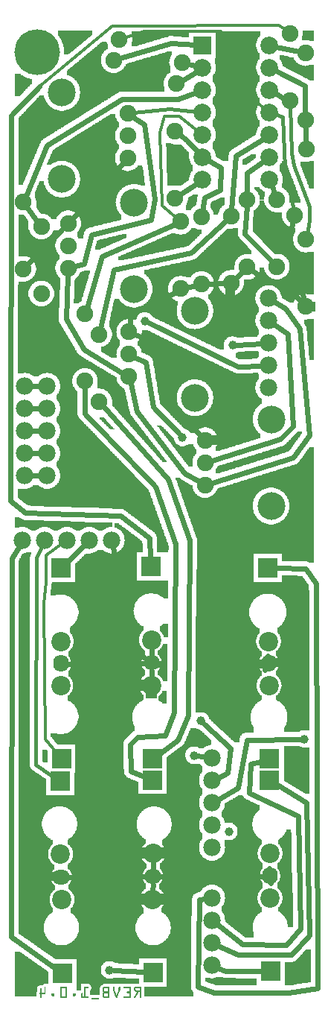
<source format=gbl>
G04 MADE WITH FRITZING*
G04 WWW.FRITZING.ORG*
G04 DOUBLE SIDED*
G04 HOLES PLATED*
G04 CONTOUR ON CENTER OF CONTOUR VECTOR*
%ASAXBY*%
%FSLAX23Y23*%
%MOIN*%
%OFA0B0*%
%SFA1.0B1.0*%
%ADD10C,0.075000*%
%ADD11C,0.039370*%
%ADD12C,0.078000*%
%ADD13C,0.086614*%
%ADD14C,0.086555*%
%ADD15C,0.070232*%
%ADD16C,0.074667*%
%ADD17C,0.074695*%
%ADD18C,0.124033*%
%ADD19C,0.079370*%
%ADD20C,0.204725*%
%ADD21R,0.086614X0.086614*%
%ADD22R,0.079370X0.079370*%
%ADD23C,0.024000*%
%ADD24C,0.012000*%
%ADD25C,0.016000*%
%ADD26R,0.001000X0.001000*%
%LNCOPPER0*%
G90*
G70*
G54D10*
X991Y4279D03*
X128Y3926D03*
X772Y3788D03*
X435Y3893D03*
X1174Y3483D03*
X694Y2933D03*
X1303Y2366D03*
X177Y3350D03*
X371Y1951D03*
X1299Y1092D03*
X101Y151D03*
G54D11*
X841Y1118D03*
X872Y1272D03*
X1336Y1191D03*
X997Y778D03*
X790Y2540D03*
X1014Y2953D03*
X621Y3060D03*
X463Y158D03*
G54D12*
X1175Y3162D03*
X1175Y3062D03*
X1175Y2962D03*
X1175Y2862D03*
X1175Y2762D03*
X83Y2769D03*
X83Y2669D03*
X83Y2569D03*
X83Y2469D03*
X83Y2369D03*
X83Y2769D03*
X83Y2669D03*
X83Y2569D03*
X83Y2469D03*
X83Y2369D03*
X183Y2369D03*
X183Y2469D03*
X183Y2569D03*
X183Y2669D03*
X183Y2769D03*
G54D13*
X648Y1962D03*
G54D14*
X651Y1634D03*
G54D15*
X651Y1532D03*
G54D13*
X244Y1955D03*
G54D14*
X246Y1628D03*
G54D15*
X246Y1525D03*
G54D16*
X550Y3012D03*
X550Y2912D03*
G54D17*
X550Y2812D03*
G54D18*
X846Y3106D03*
X846Y2717D03*
G54D16*
X891Y2527D03*
X891Y2427D03*
G54D17*
X891Y2327D03*
G54D18*
X1187Y2621D03*
X1187Y2233D03*
G54D16*
X278Y3497D03*
X278Y3397D03*
G54D17*
X278Y3297D03*
G54D18*
X573Y3591D03*
X573Y3203D03*
G54D16*
X545Y3789D03*
X545Y3889D03*
G54D17*
X545Y3989D03*
G54D18*
X249Y3695D03*
X249Y4083D03*
G54D13*
X241Y1004D03*
G54D14*
X243Y676D03*
G54D15*
X243Y574D03*
G54D12*
X922Y180D03*
X922Y280D03*
X922Y380D03*
X922Y480D03*
X72Y2080D03*
X172Y2080D03*
X272Y2080D03*
X372Y2080D03*
X472Y2080D03*
G54D13*
X654Y1102D03*
G54D14*
X651Y1430D03*
G54D15*
X651Y1532D03*
G54D13*
X1173Y1956D03*
G54D14*
X1176Y1628D03*
G54D15*
X1176Y1526D03*
G54D13*
X1180Y1102D03*
G54D14*
X1177Y1430D03*
G54D15*
X1177Y1532D03*
G54D13*
X1180Y1007D03*
G54D14*
X1182Y679D03*
G54D15*
X1182Y577D03*
G54D13*
X1185Y152D03*
G54D14*
X1182Y480D03*
G54D15*
X1182Y582D03*
G54D13*
X656Y1007D03*
G54D14*
X658Y680D03*
G54D15*
X658Y577D03*
G54D13*
X247Y1102D03*
G54D14*
X244Y1430D03*
G54D15*
X244Y1532D03*
G54D13*
X252Y144D03*
G54D14*
X250Y472D03*
G54D15*
X250Y574D03*
G54D13*
X658Y146D03*
G54D14*
X655Y474D03*
G54D15*
X655Y576D03*
G54D19*
X880Y4294D03*
X1180Y4294D03*
X880Y4194D03*
X1180Y4194D03*
X880Y4094D03*
X1180Y4094D03*
X880Y3994D03*
X1180Y3994D03*
X880Y3894D03*
X1180Y3894D03*
X880Y3794D03*
X1180Y3794D03*
X880Y3694D03*
X1180Y3694D03*
G54D10*
X416Y3001D03*
X416Y2701D03*
X1271Y4048D03*
X1271Y4348D03*
X353Y3092D03*
X353Y2792D03*
X157Y3483D03*
X157Y3183D03*
X76Y3594D03*
X76Y3294D03*
X1342Y3425D03*
X1342Y3125D03*
X1007Y3531D03*
X1007Y3231D03*
X782Y3505D03*
X782Y3205D03*
X1341Y4259D03*
X1341Y3959D03*
X1213Y3304D03*
X1213Y3604D03*
X756Y3909D03*
X756Y3609D03*
X482Y4227D03*
X763Y4123D03*
X1344Y3829D03*
X1292Y3534D03*
X1080Y3602D03*
X1080Y3302D03*
X506Y4320D03*
X788Y4217D03*
X875Y3226D03*
X875Y3526D03*
G54D20*
X137Y4262D03*
G54D12*
X922Y705D03*
X922Y805D03*
X922Y905D03*
X922Y1005D03*
X922Y1105D03*
G54D21*
X648Y1962D03*
X244Y1955D03*
X241Y1004D03*
X654Y1102D03*
X1173Y1956D03*
X1180Y1102D03*
X1180Y1007D03*
X1185Y152D03*
X656Y1007D03*
X247Y1102D03*
X252Y144D03*
X658Y146D03*
G54D22*
X880Y4294D03*
G54D23*
X850Y4202D02*
X816Y4210D01*
D02*
X1033Y2954D02*
X1145Y2960D01*
D02*
X1037Y2858D02*
X638Y3052D01*
D02*
X1145Y2861D02*
X1037Y2858D01*
D02*
X616Y149D02*
X482Y157D01*
D02*
X1210Y4288D02*
X1313Y4265D01*
D02*
X153Y2569D02*
X113Y2569D01*
D02*
X153Y2669D02*
X113Y2669D01*
D02*
X153Y2769D02*
X113Y2769D01*
D02*
X153Y2369D02*
X113Y2369D01*
D02*
X153Y2469D02*
X113Y2469D01*
D02*
X658Y614D02*
X658Y638D01*
D02*
X948Y921D02*
X1037Y973D01*
D02*
X1078Y1188D02*
X1317Y1191D01*
D02*
X1037Y973D02*
X1078Y1188D01*
D02*
X283Y1526D02*
X391Y1527D01*
D02*
X417Y575D02*
X280Y574D01*
D02*
X391Y1527D02*
X417Y575D01*
D02*
X96Y3314D02*
X255Y3475D01*
D02*
X822Y2080D02*
X815Y1295D01*
D02*
X770Y1188D02*
X688Y1127D01*
D02*
X815Y1295D02*
X770Y1188D01*
D02*
X726Y2354D02*
X822Y2080D01*
D02*
X435Y2679D02*
X726Y2354D01*
D02*
X1059Y3282D02*
X1027Y3251D01*
D02*
X1004Y1151D02*
X993Y1040D01*
D02*
X886Y1259D02*
X1004Y1151D01*
D02*
X993Y1040D02*
X949Y1018D01*
D02*
X864Y2343D02*
X800Y2380D01*
D02*
X585Y2658D02*
X557Y2781D01*
D02*
X800Y2380D02*
X585Y2658D01*
D02*
X1154Y3878D02*
X1029Y3800D01*
D02*
X1029Y3800D02*
X1009Y3559D01*
D02*
X1337Y4114D02*
X1340Y3988D01*
D02*
X1207Y4180D02*
X1337Y4114D01*
D02*
X347Y2933D02*
X267Y3069D01*
D02*
X523Y2828D02*
X347Y2933D01*
D02*
X267Y3069D02*
X276Y3266D01*
G54D24*
D02*
X860Y3910D02*
X775Y3975D01*
D02*
X775Y3975D02*
X708Y3975D01*
D02*
X708Y3975D02*
X689Y3903D01*
D02*
X689Y3903D02*
X700Y3575D01*
D02*
X700Y3575D02*
X765Y3520D01*
G54D23*
D02*
X348Y3317D02*
X308Y3306D01*
D02*
X381Y3447D02*
X348Y3317D01*
D02*
X650Y3514D02*
X381Y3447D01*
D02*
X664Y3605D02*
X650Y3514D01*
D02*
X617Y3939D02*
X664Y3605D01*
D02*
X571Y3971D02*
X617Y3939D01*
G54D24*
D02*
X178Y2014D02*
X252Y2066D01*
D02*
X178Y1894D02*
X178Y2014D01*
D02*
X169Y1797D02*
X178Y1894D01*
D02*
X175Y1191D02*
X169Y1797D01*
D02*
X224Y1130D02*
X175Y1191D01*
G54D23*
D02*
X978Y3230D02*
X903Y3227D01*
D02*
X659Y2677D02*
X777Y2554D01*
D02*
X626Y2877D02*
X659Y2677D01*
D02*
X579Y2898D02*
X626Y2877D01*
D02*
X430Y3351D02*
X756Y3493D01*
D02*
X361Y3119D02*
X430Y3351D01*
D02*
X353Y2763D02*
X352Y2647D01*
D02*
X352Y2647D02*
X667Y2321D01*
D02*
X667Y2321D02*
X759Y2062D01*
D02*
X759Y2062D02*
X752Y1310D01*
D02*
X589Y1199D02*
X556Y1165D01*
D02*
X711Y1206D02*
X589Y1199D01*
D02*
X752Y1310D02*
X711Y1206D01*
D02*
X556Y1165D02*
X559Y1047D01*
D02*
X559Y1047D02*
X617Y1023D01*
D02*
X1249Y4054D02*
X1206Y4079D01*
D02*
X1243Y4055D02*
X1249Y4054D01*
D02*
X737Y4303D02*
X509Y4235D01*
D02*
X849Y4296D02*
X737Y4303D01*
D02*
X981Y154D02*
X950Y168D01*
D02*
X1142Y153D02*
X981Y154D01*
D02*
X1215Y1955D02*
X1341Y1953D01*
D02*
X1341Y1953D02*
X1389Y1888D01*
D02*
X1389Y1888D02*
X1396Y77D01*
D02*
X1264Y55D02*
X933Y58D01*
D02*
X933Y58D02*
X859Y84D01*
D02*
X1396Y77D02*
X1264Y55D01*
D02*
X859Y84D02*
X864Y472D01*
D02*
X864Y472D02*
X892Y476D01*
D02*
X140Y3506D02*
X93Y3571D01*
D02*
X1263Y3003D02*
X1200Y3045D01*
D02*
X1285Y2591D02*
X1263Y3003D01*
D02*
X1230Y2532D02*
X1285Y2591D01*
D02*
X922Y2437D02*
X1230Y2532D01*
D02*
X481Y3291D02*
X830Y3365D01*
D02*
X423Y3029D02*
X481Y3291D01*
D02*
X830Y3365D02*
X986Y3511D01*
D02*
X860Y1115D02*
X892Y1110D01*
D02*
X906Y3779D02*
X962Y3745D01*
D02*
X962Y3745D02*
X960Y3647D01*
D02*
X960Y3647D02*
X889Y3614D01*
D02*
X889Y3614D02*
X879Y3554D01*
D02*
X1341Y3931D02*
X1343Y3858D01*
D02*
X859Y3817D02*
X809Y3869D01*
D02*
X809Y3869D02*
X779Y3892D01*
D02*
X1096Y1080D02*
X1139Y1091D01*
D02*
X1089Y951D02*
X1096Y1080D01*
D02*
X1307Y847D02*
X1089Y951D01*
D02*
X1319Y343D02*
X1307Y847D01*
D02*
X1256Y269D02*
X1319Y343D01*
D02*
X1058Y272D02*
X1256Y269D01*
D02*
X946Y362D02*
X1058Y272D01*
D02*
X580Y3000D02*
X663Y2965D01*
D02*
X663Y2965D02*
X730Y2834D01*
D02*
X730Y2834D02*
X741Y2699D01*
D02*
X741Y2699D02*
X870Y2551D01*
D02*
X1203Y3631D02*
X1191Y3666D01*
D02*
X642Y2091D02*
X646Y2004D01*
D02*
X511Y2189D02*
X642Y2091D01*
D02*
X86Y2203D02*
X511Y2189D01*
D02*
X19Y2255D02*
X86Y2203D01*
D02*
X22Y3980D02*
X19Y2255D01*
D02*
X147Y4111D02*
X22Y3980D01*
G54D24*
D02*
X475Y4380D02*
X147Y4111D01*
D02*
X1222Y4383D02*
X475Y4380D01*
D02*
X1252Y4362D02*
X1222Y4383D01*
G54D23*
D02*
X1179Y613D02*
X1185Y546D01*
D02*
X651Y1496D02*
X651Y1472D01*
D02*
X1251Y3220D02*
X1158Y3247D01*
D02*
X1158Y3247D02*
X1103Y3286D01*
D02*
X1322Y3145D02*
X1251Y3220D01*
D02*
X615Y1531D02*
X283Y1526D01*
D02*
X657Y541D02*
X656Y516D01*
D02*
X780Y3625D02*
X855Y3677D01*
G54D25*
D02*
X1289Y3758D02*
X1278Y3814D01*
D02*
X1359Y3573D02*
X1289Y3758D01*
D02*
X1359Y3514D02*
X1359Y3573D01*
D02*
X1278Y3814D02*
X1271Y4025D01*
D02*
X1347Y3447D02*
X1359Y3514D01*
G54D23*
D02*
X351Y2059D02*
X274Y1985D01*
D02*
X1070Y3451D02*
X1193Y3325D01*
D02*
X1078Y3574D02*
X1070Y3451D01*
D02*
X622Y577D02*
X280Y574D01*
G54D25*
D02*
X133Y1075D02*
X210Y1024D01*
D02*
X135Y2003D02*
X133Y1075D01*
D02*
X162Y2058D02*
X135Y2003D01*
G54D23*
D02*
X663Y3136D02*
X560Y3103D01*
D02*
X560Y3103D02*
X554Y3043D01*
D02*
X758Y3191D02*
X663Y3136D01*
D02*
X1285Y3506D02*
X1267Y3438D01*
D02*
X1267Y3438D02*
X1335Y3152D01*
G54D25*
D02*
X733Y4011D02*
X571Y3992D01*
D02*
X855Y3997D02*
X733Y4011D01*
G54D23*
D02*
X1286Y2450D02*
X1358Y2550D01*
D02*
X922Y2337D02*
X1286Y2450D01*
D02*
X1358Y2550D02*
X1314Y3025D01*
D02*
X1253Y3116D02*
X1201Y3146D01*
D02*
X1314Y3025D02*
X1253Y3116D01*
D02*
X87Y3620D02*
X183Y3847D01*
D02*
X183Y3847D02*
X519Y4054D01*
D02*
X519Y4054D02*
X769Y4053D01*
D02*
X769Y4053D02*
X851Y4084D01*
D02*
X787Y4138D02*
X854Y4178D01*
G54D25*
D02*
X1248Y3747D02*
X1237Y3973D01*
D02*
X1288Y3556D02*
X1248Y3747D01*
D02*
X1237Y3973D02*
X1204Y3986D01*
G54D23*
D02*
X686Y1523D02*
X662Y1529D01*
D02*
X662Y1529D02*
X686Y1523D01*
D02*
X651Y1568D02*
X651Y1592D01*
D02*
X477Y2051D02*
X553Y1607D01*
D02*
X553Y1607D02*
X622Y1554D01*
G54D24*
D02*
X1160Y4010D02*
X1067Y4083D01*
D02*
X1067Y4083D02*
X961Y4358D01*
D02*
X961Y4358D02*
X618Y4358D01*
D02*
X618Y4358D02*
X528Y4327D01*
G54D23*
D02*
X1155Y3776D02*
X1080Y3723D01*
D02*
X1080Y3723D02*
X1080Y3631D01*
D02*
X847Y3220D02*
X810Y3211D01*
D02*
X1037Y225D02*
X949Y267D01*
D02*
X1278Y225D02*
X1037Y225D01*
D02*
X1358Y314D02*
X1278Y225D01*
D02*
X1344Y906D02*
X1358Y314D01*
D02*
X1216Y985D02*
X1344Y906D01*
D02*
X694Y577D02*
X1146Y577D01*
D02*
X1158Y1501D02*
X1176Y1529D01*
D02*
X1176Y1529D02*
X1172Y1562D01*
D02*
X25Y2000D02*
X57Y2054D01*
D02*
X22Y305D02*
X25Y2000D01*
D02*
X218Y168D02*
X22Y305D01*
D02*
X523Y3765D02*
X299Y3521D01*
D02*
X687Y1530D02*
X686Y1531D01*
G36*
X232Y4359D02*
X232Y4337D01*
X234Y4337D01*
X234Y4335D01*
X236Y4335D01*
X236Y4333D01*
X238Y4333D01*
X238Y4329D01*
X240Y4329D01*
X240Y4325D01*
X242Y4325D01*
X242Y4323D01*
X244Y4323D01*
X244Y4319D01*
X246Y4319D01*
X246Y4315D01*
X248Y4315D01*
X248Y4311D01*
X250Y4311D01*
X250Y4307D01*
X252Y4307D01*
X252Y4301D01*
X254Y4301D01*
X254Y4293D01*
X256Y4293D01*
X256Y4285D01*
X258Y4285D01*
X258Y4269D01*
X260Y4269D01*
X260Y4253D01*
X280Y4253D01*
X280Y4255D01*
X282Y4255D01*
X282Y4257D01*
X286Y4257D01*
X286Y4259D01*
X288Y4259D01*
X288Y4261D01*
X290Y4261D01*
X290Y4263D01*
X292Y4263D01*
X292Y4265D01*
X294Y4265D01*
X294Y4267D01*
X298Y4267D01*
X298Y4269D01*
X300Y4269D01*
X300Y4271D01*
X302Y4271D01*
X302Y4273D01*
X304Y4273D01*
X304Y4275D01*
X306Y4275D01*
X306Y4277D01*
X310Y4277D01*
X310Y4279D01*
X312Y4279D01*
X312Y4281D01*
X314Y4281D01*
X314Y4283D01*
X316Y4283D01*
X316Y4285D01*
X320Y4285D01*
X320Y4287D01*
X322Y4287D01*
X322Y4289D01*
X324Y4289D01*
X324Y4291D01*
X326Y4291D01*
X326Y4293D01*
X328Y4293D01*
X328Y4295D01*
X332Y4295D01*
X332Y4297D01*
X334Y4297D01*
X334Y4299D01*
X336Y4299D01*
X336Y4301D01*
X338Y4301D01*
X338Y4303D01*
X342Y4303D01*
X342Y4305D01*
X344Y4305D01*
X344Y4307D01*
X346Y4307D01*
X346Y4309D01*
X348Y4309D01*
X348Y4311D01*
X350Y4311D01*
X350Y4313D01*
X354Y4313D01*
X354Y4315D01*
X356Y4315D01*
X356Y4317D01*
X358Y4317D01*
X358Y4319D01*
X360Y4319D01*
X360Y4321D01*
X362Y4321D01*
X362Y4323D01*
X366Y4323D01*
X366Y4325D01*
X368Y4325D01*
X368Y4327D01*
X370Y4327D01*
X370Y4329D01*
X372Y4329D01*
X372Y4331D01*
X376Y4331D01*
X376Y4333D01*
X378Y4333D01*
X378Y4335D01*
X380Y4335D01*
X380Y4337D01*
X382Y4337D01*
X382Y4339D01*
X384Y4339D01*
X384Y4359D01*
X232Y4359D01*
G37*
D02*
G36*
X1328Y4359D02*
X1328Y4337D01*
X1326Y4337D01*
X1326Y4317D01*
X1350Y4317D01*
X1350Y4315D01*
X1358Y4315D01*
X1358Y4313D01*
X1378Y4313D01*
X1378Y4359D01*
X1328Y4359D01*
G37*
D02*
G36*
X940Y4357D02*
X940Y4235D01*
X936Y4235D01*
X936Y4211D01*
X938Y4211D01*
X938Y4203D01*
X940Y4203D01*
X940Y4187D01*
X938Y4187D01*
X938Y4177D01*
X936Y4177D01*
X936Y4171D01*
X934Y4171D01*
X934Y4167D01*
X932Y4167D01*
X932Y4165D01*
X930Y4165D01*
X930Y4161D01*
X928Y4161D01*
X928Y4159D01*
X926Y4159D01*
X926Y4157D01*
X924Y4157D01*
X924Y4133D01*
X926Y4133D01*
X926Y4131D01*
X928Y4131D01*
X928Y4129D01*
X930Y4129D01*
X930Y4125D01*
X932Y4125D01*
X932Y4121D01*
X934Y4121D01*
X934Y4117D01*
X936Y4117D01*
X936Y4111D01*
X938Y4111D01*
X938Y4103D01*
X940Y4103D01*
X940Y4087D01*
X938Y4087D01*
X938Y4077D01*
X936Y4077D01*
X936Y4071D01*
X934Y4071D01*
X934Y4067D01*
X932Y4067D01*
X932Y4065D01*
X930Y4065D01*
X930Y4061D01*
X928Y4061D01*
X928Y4059D01*
X926Y4059D01*
X926Y4057D01*
X924Y4057D01*
X924Y4033D01*
X926Y4033D01*
X926Y4031D01*
X928Y4031D01*
X928Y4029D01*
X930Y4029D01*
X930Y4025D01*
X932Y4025D01*
X932Y4021D01*
X934Y4021D01*
X934Y4017D01*
X936Y4017D01*
X936Y4011D01*
X938Y4011D01*
X938Y4003D01*
X940Y4003D01*
X940Y3987D01*
X938Y3987D01*
X938Y3977D01*
X936Y3977D01*
X936Y3971D01*
X934Y3971D01*
X934Y3967D01*
X932Y3967D01*
X932Y3965D01*
X930Y3965D01*
X930Y3961D01*
X928Y3961D01*
X928Y3959D01*
X926Y3959D01*
X926Y3957D01*
X924Y3957D01*
X924Y3933D01*
X926Y3933D01*
X926Y3931D01*
X928Y3931D01*
X928Y3929D01*
X930Y3929D01*
X930Y3925D01*
X932Y3925D01*
X932Y3921D01*
X934Y3921D01*
X934Y3917D01*
X936Y3917D01*
X936Y3911D01*
X938Y3911D01*
X938Y3903D01*
X940Y3903D01*
X940Y3887D01*
X938Y3887D01*
X938Y3877D01*
X936Y3877D01*
X936Y3871D01*
X934Y3871D01*
X934Y3867D01*
X932Y3867D01*
X932Y3865D01*
X930Y3865D01*
X930Y3861D01*
X928Y3861D01*
X928Y3859D01*
X926Y3859D01*
X926Y3857D01*
X924Y3857D01*
X924Y3833D01*
X926Y3833D01*
X926Y3831D01*
X928Y3831D01*
X928Y3829D01*
X930Y3829D01*
X930Y3825D01*
X932Y3825D01*
X932Y3821D01*
X934Y3821D01*
X934Y3817D01*
X936Y3817D01*
X936Y3811D01*
X938Y3811D01*
X938Y3803D01*
X940Y3803D01*
X940Y3795D01*
X942Y3795D01*
X942Y3793D01*
X946Y3793D01*
X946Y3791D01*
X950Y3791D01*
X950Y3789D01*
X952Y3789D01*
X952Y3787D01*
X956Y3787D01*
X956Y3785D01*
X960Y3785D01*
X960Y3783D01*
X962Y3783D01*
X962Y3781D01*
X966Y3781D01*
X966Y3779D01*
X970Y3779D01*
X970Y3777D01*
X972Y3777D01*
X972Y3775D01*
X994Y3775D01*
X994Y3779D01*
X996Y3779D01*
X996Y3803D01*
X998Y3803D01*
X998Y3811D01*
X1000Y3811D01*
X1000Y3817D01*
X1002Y3817D01*
X1002Y3819D01*
X1004Y3819D01*
X1004Y3821D01*
X1006Y3821D01*
X1006Y3823D01*
X1008Y3823D01*
X1008Y3825D01*
X1010Y3825D01*
X1010Y3827D01*
X1012Y3827D01*
X1012Y3829D01*
X1016Y3829D01*
X1016Y3831D01*
X1018Y3831D01*
X1018Y3833D01*
X1022Y3833D01*
X1022Y3835D01*
X1026Y3835D01*
X1026Y3837D01*
X1028Y3837D01*
X1028Y3839D01*
X1032Y3839D01*
X1032Y3841D01*
X1036Y3841D01*
X1036Y3843D01*
X1038Y3843D01*
X1038Y3845D01*
X1042Y3845D01*
X1042Y3847D01*
X1044Y3847D01*
X1044Y3849D01*
X1048Y3849D01*
X1048Y3851D01*
X1052Y3851D01*
X1052Y3853D01*
X1054Y3853D01*
X1054Y3855D01*
X1058Y3855D01*
X1058Y3857D01*
X1060Y3857D01*
X1060Y3859D01*
X1064Y3859D01*
X1064Y3861D01*
X1068Y3861D01*
X1068Y3863D01*
X1070Y3863D01*
X1070Y3865D01*
X1074Y3865D01*
X1074Y3867D01*
X1076Y3867D01*
X1076Y3869D01*
X1080Y3869D01*
X1080Y3871D01*
X1084Y3871D01*
X1084Y3873D01*
X1086Y3873D01*
X1086Y3875D01*
X1090Y3875D01*
X1090Y3877D01*
X1092Y3877D01*
X1092Y3879D01*
X1096Y3879D01*
X1096Y3881D01*
X1100Y3881D01*
X1100Y3883D01*
X1102Y3883D01*
X1102Y3885D01*
X1106Y3885D01*
X1106Y3887D01*
X1108Y3887D01*
X1108Y3889D01*
X1112Y3889D01*
X1112Y3891D01*
X1116Y3891D01*
X1116Y3893D01*
X1118Y3893D01*
X1118Y3895D01*
X1120Y3895D01*
X1120Y3903D01*
X1122Y3903D01*
X1122Y3913D01*
X1124Y3913D01*
X1124Y3917D01*
X1126Y3917D01*
X1126Y3923D01*
X1128Y3923D01*
X1128Y3925D01*
X1130Y3925D01*
X1130Y3929D01*
X1132Y3929D01*
X1132Y3931D01*
X1134Y3931D01*
X1134Y3933D01*
X1136Y3933D01*
X1136Y3955D01*
X1134Y3955D01*
X1134Y3959D01*
X1132Y3959D01*
X1132Y3961D01*
X1130Y3961D01*
X1130Y3963D01*
X1128Y3963D01*
X1128Y3967D01*
X1126Y3967D01*
X1126Y3971D01*
X1124Y3971D01*
X1124Y3977D01*
X1122Y3977D01*
X1122Y3987D01*
X1120Y3987D01*
X1120Y4003D01*
X1122Y4003D01*
X1122Y4013D01*
X1124Y4013D01*
X1124Y4017D01*
X1126Y4017D01*
X1126Y4023D01*
X1128Y4023D01*
X1128Y4025D01*
X1130Y4025D01*
X1130Y4029D01*
X1132Y4029D01*
X1132Y4031D01*
X1134Y4031D01*
X1134Y4033D01*
X1136Y4033D01*
X1136Y4055D01*
X1134Y4055D01*
X1134Y4059D01*
X1132Y4059D01*
X1132Y4061D01*
X1130Y4061D01*
X1130Y4063D01*
X1128Y4063D01*
X1128Y4067D01*
X1126Y4067D01*
X1126Y4071D01*
X1124Y4071D01*
X1124Y4077D01*
X1122Y4077D01*
X1122Y4087D01*
X1120Y4087D01*
X1120Y4103D01*
X1122Y4103D01*
X1122Y4113D01*
X1124Y4113D01*
X1124Y4117D01*
X1126Y4117D01*
X1126Y4123D01*
X1128Y4123D01*
X1128Y4125D01*
X1130Y4125D01*
X1130Y4129D01*
X1132Y4129D01*
X1132Y4131D01*
X1134Y4131D01*
X1134Y4133D01*
X1136Y4133D01*
X1136Y4155D01*
X1134Y4155D01*
X1134Y4159D01*
X1132Y4159D01*
X1132Y4161D01*
X1130Y4161D01*
X1130Y4163D01*
X1128Y4163D01*
X1128Y4167D01*
X1126Y4167D01*
X1126Y4171D01*
X1124Y4171D01*
X1124Y4177D01*
X1122Y4177D01*
X1122Y4187D01*
X1120Y4187D01*
X1120Y4203D01*
X1122Y4203D01*
X1122Y4213D01*
X1124Y4213D01*
X1124Y4217D01*
X1126Y4217D01*
X1126Y4223D01*
X1128Y4223D01*
X1128Y4225D01*
X1130Y4225D01*
X1130Y4229D01*
X1132Y4229D01*
X1132Y4231D01*
X1134Y4231D01*
X1134Y4233D01*
X1136Y4233D01*
X1136Y4255D01*
X1134Y4255D01*
X1134Y4259D01*
X1132Y4259D01*
X1132Y4261D01*
X1130Y4261D01*
X1130Y4263D01*
X1128Y4263D01*
X1128Y4267D01*
X1126Y4267D01*
X1126Y4271D01*
X1124Y4271D01*
X1124Y4277D01*
X1122Y4277D01*
X1122Y4287D01*
X1120Y4287D01*
X1120Y4303D01*
X1122Y4303D01*
X1122Y4313D01*
X1124Y4313D01*
X1124Y4317D01*
X1126Y4317D01*
X1126Y4323D01*
X1128Y4323D01*
X1128Y4325D01*
X1130Y4325D01*
X1130Y4329D01*
X1132Y4329D01*
X1132Y4331D01*
X1134Y4331D01*
X1134Y4333D01*
X1136Y4333D01*
X1136Y4335D01*
X1138Y4335D01*
X1138Y4337D01*
X1140Y4337D01*
X1140Y4357D01*
X940Y4357D01*
G37*
D02*
G36*
X562Y4355D02*
X562Y4335D01*
X750Y4335D01*
X750Y4333D01*
X786Y4333D01*
X786Y4331D01*
X820Y4331D01*
X820Y4355D01*
X562Y4355D01*
G37*
D02*
G36*
X562Y4335D02*
X562Y4329D01*
X564Y4329D01*
X564Y4311D01*
X562Y4311D01*
X562Y4291D01*
X588Y4291D01*
X588Y4293D01*
X594Y4293D01*
X594Y4295D01*
X600Y4295D01*
X600Y4297D01*
X608Y4297D01*
X608Y4299D01*
X614Y4299D01*
X614Y4301D01*
X622Y4301D01*
X622Y4303D01*
X628Y4303D01*
X628Y4305D01*
X634Y4305D01*
X634Y4307D01*
X642Y4307D01*
X642Y4309D01*
X648Y4309D01*
X648Y4311D01*
X656Y4311D01*
X656Y4313D01*
X662Y4313D01*
X662Y4315D01*
X668Y4315D01*
X668Y4317D01*
X676Y4317D01*
X676Y4319D01*
X682Y4319D01*
X682Y4321D01*
X690Y4321D01*
X690Y4323D01*
X696Y4323D01*
X696Y4325D01*
X702Y4325D01*
X702Y4327D01*
X710Y4327D01*
X710Y4329D01*
X716Y4329D01*
X716Y4331D01*
X724Y4331D01*
X724Y4333D01*
X730Y4333D01*
X730Y4335D01*
X562Y4335D01*
G37*
D02*
G36*
X1224Y4249D02*
X1224Y4233D01*
X1226Y4233D01*
X1226Y4231D01*
X1228Y4231D01*
X1228Y4229D01*
X1230Y4229D01*
X1230Y4225D01*
X1232Y4225D01*
X1232Y4221D01*
X1234Y4221D01*
X1234Y4217D01*
X1236Y4217D01*
X1236Y4211D01*
X1238Y4211D01*
X1238Y4203D01*
X1240Y4203D01*
X1240Y4201D01*
X1340Y4201D01*
X1340Y4203D01*
X1326Y4203D01*
X1326Y4205D01*
X1320Y4205D01*
X1320Y4207D01*
X1316Y4207D01*
X1316Y4209D01*
X1312Y4209D01*
X1312Y4211D01*
X1308Y4211D01*
X1308Y4213D01*
X1306Y4213D01*
X1306Y4215D01*
X1304Y4215D01*
X1304Y4217D01*
X1300Y4217D01*
X1300Y4221D01*
X1298Y4221D01*
X1298Y4223D01*
X1296Y4223D01*
X1296Y4225D01*
X1294Y4225D01*
X1294Y4227D01*
X1292Y4227D01*
X1292Y4231D01*
X1290Y4231D01*
X1290Y4235D01*
X1288Y4235D01*
X1288Y4239D01*
X1280Y4239D01*
X1280Y4241D01*
X1270Y4241D01*
X1270Y4243D01*
X1262Y4243D01*
X1262Y4245D01*
X1252Y4245D01*
X1252Y4247D01*
X1244Y4247D01*
X1244Y4249D01*
X1224Y4249D01*
G37*
D02*
G36*
X1356Y4205D02*
X1356Y4203D01*
X1342Y4203D01*
X1342Y4201D01*
X1378Y4201D01*
X1378Y4205D01*
X1356Y4205D01*
G37*
D02*
G36*
X1240Y4201D02*
X1240Y4199D01*
X1378Y4199D01*
X1378Y4201D01*
X1240Y4201D01*
G37*
D02*
G36*
X1240Y4201D02*
X1240Y4199D01*
X1378Y4199D01*
X1378Y4201D01*
X1240Y4201D01*
G37*
D02*
G36*
X1244Y4199D02*
X1244Y4197D01*
X1248Y4197D01*
X1248Y4195D01*
X1252Y4195D01*
X1252Y4193D01*
X1256Y4193D01*
X1256Y4191D01*
X1258Y4191D01*
X1258Y4189D01*
X1262Y4189D01*
X1262Y4187D01*
X1266Y4187D01*
X1266Y4185D01*
X1270Y4185D01*
X1270Y4183D01*
X1274Y4183D01*
X1274Y4181D01*
X1278Y4181D01*
X1278Y4179D01*
X1282Y4179D01*
X1282Y4177D01*
X1286Y4177D01*
X1286Y4175D01*
X1290Y4175D01*
X1290Y4173D01*
X1294Y4173D01*
X1294Y4171D01*
X1298Y4171D01*
X1298Y4169D01*
X1302Y4169D01*
X1302Y4167D01*
X1306Y4167D01*
X1306Y4165D01*
X1310Y4165D01*
X1310Y4163D01*
X1314Y4163D01*
X1314Y4161D01*
X1318Y4161D01*
X1318Y4159D01*
X1322Y4159D01*
X1322Y4157D01*
X1326Y4157D01*
X1326Y4155D01*
X1328Y4155D01*
X1328Y4153D01*
X1332Y4153D01*
X1332Y4151D01*
X1336Y4151D01*
X1336Y4149D01*
X1340Y4149D01*
X1340Y4147D01*
X1344Y4147D01*
X1344Y4145D01*
X1348Y4145D01*
X1348Y4143D01*
X1352Y4143D01*
X1352Y4141D01*
X1356Y4141D01*
X1356Y4139D01*
X1358Y4139D01*
X1358Y4137D01*
X1378Y4137D01*
X1378Y4199D01*
X1244Y4199D01*
G37*
D02*
G36*
X40Y4167D02*
X40Y4065D01*
X60Y4065D01*
X60Y4067D01*
X62Y4067D01*
X62Y4069D01*
X64Y4069D01*
X64Y4071D01*
X66Y4071D01*
X66Y4073D01*
X68Y4073D01*
X68Y4075D01*
X70Y4075D01*
X70Y4077D01*
X72Y4077D01*
X72Y4079D01*
X74Y4079D01*
X74Y4081D01*
X76Y4081D01*
X76Y4083D01*
X78Y4083D01*
X78Y4087D01*
X80Y4087D01*
X80Y4089D01*
X82Y4089D01*
X82Y4091D01*
X84Y4091D01*
X84Y4093D01*
X86Y4093D01*
X86Y4095D01*
X88Y4095D01*
X88Y4097D01*
X90Y4097D01*
X90Y4099D01*
X92Y4099D01*
X92Y4101D01*
X94Y4101D01*
X94Y4103D01*
X96Y4103D01*
X96Y4105D01*
X98Y4105D01*
X98Y4107D01*
X100Y4107D01*
X100Y4109D01*
X102Y4109D01*
X102Y4111D01*
X104Y4111D01*
X104Y4113D01*
X106Y4113D01*
X106Y4115D01*
X108Y4115D01*
X108Y4117D01*
X110Y4117D01*
X110Y4119D01*
X112Y4119D01*
X112Y4121D01*
X114Y4121D01*
X114Y4143D01*
X106Y4143D01*
X106Y4145D01*
X98Y4145D01*
X98Y4147D01*
X92Y4147D01*
X92Y4149D01*
X88Y4149D01*
X88Y4151D01*
X84Y4151D01*
X84Y4153D01*
X80Y4153D01*
X80Y4155D01*
X76Y4155D01*
X76Y4157D01*
X74Y4157D01*
X74Y4159D01*
X70Y4159D01*
X70Y4161D01*
X66Y4161D01*
X66Y4163D01*
X64Y4163D01*
X64Y4165D01*
X62Y4165D01*
X62Y4167D01*
X40Y4167D01*
G37*
D02*
G36*
X430Y4311D02*
X430Y4309D01*
X428Y4309D01*
X428Y4307D01*
X426Y4307D01*
X426Y4305D01*
X422Y4305D01*
X422Y4303D01*
X420Y4303D01*
X420Y4301D01*
X418Y4301D01*
X418Y4299D01*
X416Y4299D01*
X416Y4297D01*
X414Y4297D01*
X414Y4295D01*
X410Y4295D01*
X410Y4293D01*
X408Y4293D01*
X408Y4291D01*
X406Y4291D01*
X406Y4289D01*
X404Y4289D01*
X404Y4287D01*
X400Y4287D01*
X400Y4285D01*
X398Y4285D01*
X398Y4283D01*
X396Y4283D01*
X396Y4281D01*
X394Y4281D01*
X394Y4279D01*
X392Y4279D01*
X392Y4277D01*
X388Y4277D01*
X388Y4275D01*
X386Y4275D01*
X386Y4273D01*
X384Y4273D01*
X384Y4271D01*
X382Y4271D01*
X382Y4269D01*
X380Y4269D01*
X380Y4267D01*
X376Y4267D01*
X376Y4265D01*
X374Y4265D01*
X374Y4263D01*
X372Y4263D01*
X372Y4261D01*
X370Y4261D01*
X370Y4259D01*
X366Y4259D01*
X366Y4257D01*
X364Y4257D01*
X364Y4255D01*
X362Y4255D01*
X362Y4253D01*
X360Y4253D01*
X360Y4251D01*
X358Y4251D01*
X358Y4249D01*
X354Y4249D01*
X354Y4247D01*
X352Y4247D01*
X352Y4245D01*
X350Y4245D01*
X350Y4243D01*
X348Y4243D01*
X348Y4241D01*
X346Y4241D01*
X346Y4239D01*
X342Y4239D01*
X342Y4237D01*
X340Y4237D01*
X340Y4235D01*
X338Y4235D01*
X338Y4233D01*
X336Y4233D01*
X336Y4231D01*
X332Y4231D01*
X332Y4229D01*
X330Y4229D01*
X330Y4227D01*
X328Y4227D01*
X328Y4225D01*
X326Y4225D01*
X326Y4223D01*
X324Y4223D01*
X324Y4221D01*
X320Y4221D01*
X320Y4219D01*
X318Y4219D01*
X318Y4217D01*
X316Y4217D01*
X316Y4215D01*
X314Y4215D01*
X314Y4213D01*
X310Y4213D01*
X310Y4211D01*
X308Y4211D01*
X308Y4209D01*
X306Y4209D01*
X306Y4207D01*
X304Y4207D01*
X304Y4205D01*
X302Y4205D01*
X302Y4203D01*
X298Y4203D01*
X298Y4201D01*
X296Y4201D01*
X296Y4199D01*
X294Y4199D01*
X294Y4197D01*
X292Y4197D01*
X292Y4195D01*
X290Y4195D01*
X290Y4193D01*
X286Y4193D01*
X286Y4191D01*
X284Y4191D01*
X284Y4189D01*
X282Y4189D01*
X282Y4187D01*
X280Y4187D01*
X280Y4185D01*
X276Y4185D01*
X276Y4183D01*
X274Y4183D01*
X274Y4181D01*
X272Y4181D01*
X272Y4171D01*
X468Y4171D01*
X468Y4173D01*
X460Y4173D01*
X460Y4175D01*
X456Y4175D01*
X456Y4177D01*
X452Y4177D01*
X452Y4179D01*
X450Y4179D01*
X450Y4181D01*
X446Y4181D01*
X446Y4183D01*
X444Y4183D01*
X444Y4185D01*
X442Y4185D01*
X442Y4187D01*
X440Y4187D01*
X440Y4189D01*
X438Y4189D01*
X438Y4191D01*
X436Y4191D01*
X436Y4195D01*
X434Y4195D01*
X434Y4197D01*
X432Y4197D01*
X432Y4201D01*
X430Y4201D01*
X430Y4205D01*
X428Y4205D01*
X428Y4211D01*
X426Y4211D01*
X426Y4219D01*
X424Y4219D01*
X424Y4237D01*
X426Y4237D01*
X426Y4245D01*
X428Y4245D01*
X428Y4251D01*
X430Y4251D01*
X430Y4255D01*
X432Y4255D01*
X432Y4257D01*
X434Y4257D01*
X434Y4261D01*
X436Y4261D01*
X436Y4263D01*
X438Y4263D01*
X438Y4267D01*
X440Y4267D01*
X440Y4269D01*
X444Y4269D01*
X444Y4271D01*
X446Y4271D01*
X446Y4273D01*
X448Y4273D01*
X448Y4275D01*
X452Y4275D01*
X452Y4277D01*
X454Y4277D01*
X454Y4299D01*
X452Y4299D01*
X452Y4305D01*
X450Y4305D01*
X450Y4311D01*
X430Y4311D01*
G37*
D02*
G36*
X718Y4265D02*
X718Y4263D01*
X712Y4263D01*
X712Y4261D01*
X706Y4261D01*
X706Y4259D01*
X698Y4259D01*
X698Y4257D01*
X692Y4257D01*
X692Y4255D01*
X684Y4255D01*
X684Y4253D01*
X678Y4253D01*
X678Y4251D01*
X672Y4251D01*
X672Y4249D01*
X664Y4249D01*
X664Y4247D01*
X658Y4247D01*
X658Y4245D01*
X650Y4245D01*
X650Y4243D01*
X644Y4243D01*
X644Y4241D01*
X638Y4241D01*
X638Y4239D01*
X630Y4239D01*
X630Y4237D01*
X624Y4237D01*
X624Y4235D01*
X616Y4235D01*
X616Y4233D01*
X610Y4233D01*
X610Y4231D01*
X604Y4231D01*
X604Y4229D01*
X596Y4229D01*
X596Y4227D01*
X590Y4227D01*
X590Y4225D01*
X582Y4225D01*
X582Y4223D01*
X576Y4223D01*
X576Y4221D01*
X570Y4221D01*
X570Y4219D01*
X562Y4219D01*
X562Y4217D01*
X556Y4217D01*
X556Y4215D01*
X548Y4215D01*
X548Y4213D01*
X542Y4213D01*
X542Y4211D01*
X536Y4211D01*
X536Y4207D01*
X534Y4207D01*
X534Y4201D01*
X532Y4201D01*
X532Y4199D01*
X530Y4199D01*
X530Y4195D01*
X528Y4195D01*
X528Y4193D01*
X526Y4193D01*
X526Y4189D01*
X524Y4189D01*
X524Y4187D01*
X522Y4187D01*
X522Y4185D01*
X520Y4185D01*
X520Y4183D01*
X516Y4183D01*
X516Y4181D01*
X514Y4181D01*
X514Y4179D01*
X510Y4179D01*
X510Y4177D01*
X506Y4177D01*
X506Y4175D01*
X502Y4175D01*
X502Y4173D01*
X496Y4173D01*
X496Y4171D01*
X734Y4171D01*
X734Y4173D01*
X736Y4173D01*
X736Y4197D01*
X734Y4197D01*
X734Y4203D01*
X732Y4203D01*
X732Y4213D01*
X730Y4213D01*
X730Y4221D01*
X732Y4221D01*
X732Y4233D01*
X734Y4233D01*
X734Y4239D01*
X736Y4239D01*
X736Y4243D01*
X738Y4243D01*
X738Y4247D01*
X740Y4247D01*
X740Y4249D01*
X742Y4249D01*
X742Y4265D01*
X718Y4265D01*
G37*
D02*
G36*
X272Y4171D02*
X272Y4169D01*
X730Y4169D01*
X730Y4171D01*
X272Y4171D01*
G37*
D02*
G36*
X272Y4171D02*
X272Y4169D01*
X730Y4169D01*
X730Y4171D01*
X272Y4171D01*
G37*
D02*
G36*
X272Y4169D02*
X272Y4161D01*
X278Y4161D01*
X278Y4159D01*
X282Y4159D01*
X282Y4157D01*
X286Y4157D01*
X286Y4155D01*
X290Y4155D01*
X290Y4153D01*
X294Y4153D01*
X294Y4151D01*
X296Y4151D01*
X296Y4149D01*
X300Y4149D01*
X300Y4147D01*
X302Y4147D01*
X302Y4145D01*
X304Y4145D01*
X304Y4143D01*
X306Y4143D01*
X306Y4141D01*
X308Y4141D01*
X308Y4139D01*
X310Y4139D01*
X310Y4137D01*
X312Y4137D01*
X312Y4135D01*
X314Y4135D01*
X314Y4133D01*
X316Y4133D01*
X316Y4129D01*
X318Y4129D01*
X318Y4127D01*
X320Y4127D01*
X320Y4123D01*
X322Y4123D01*
X322Y4119D01*
X324Y4119D01*
X324Y4115D01*
X326Y4115D01*
X326Y4109D01*
X328Y4109D01*
X328Y4103D01*
X330Y4103D01*
X330Y4091D01*
X332Y4091D01*
X332Y4087D01*
X596Y4087D01*
X596Y4085D01*
X708Y4085D01*
X708Y4109D01*
X706Y4109D01*
X706Y4137D01*
X708Y4137D01*
X708Y4143D01*
X710Y4143D01*
X710Y4147D01*
X712Y4147D01*
X712Y4151D01*
X714Y4151D01*
X714Y4155D01*
X716Y4155D01*
X716Y4157D01*
X718Y4157D01*
X718Y4159D01*
X720Y4159D01*
X720Y4163D01*
X722Y4163D01*
X722Y4165D01*
X724Y4165D01*
X724Y4167D01*
X728Y4167D01*
X728Y4169D01*
X272Y4169D01*
G37*
D02*
G36*
X332Y4087D02*
X332Y4075D01*
X330Y4075D01*
X330Y4063D01*
X328Y4063D01*
X328Y4057D01*
X326Y4057D01*
X326Y4051D01*
X324Y4051D01*
X324Y4047D01*
X322Y4047D01*
X322Y4043D01*
X320Y4043D01*
X320Y4039D01*
X318Y4039D01*
X318Y4037D01*
X316Y4037D01*
X316Y4035D01*
X314Y4035D01*
X314Y4031D01*
X312Y4031D01*
X312Y4029D01*
X310Y4029D01*
X310Y4027D01*
X308Y4027D01*
X308Y4025D01*
X306Y4025D01*
X306Y4023D01*
X304Y4023D01*
X304Y4021D01*
X302Y4021D01*
X302Y4019D01*
X300Y4019D01*
X300Y4017D01*
X296Y4017D01*
X296Y4015D01*
X294Y4015D01*
X294Y4013D01*
X290Y4013D01*
X290Y4011D01*
X286Y4011D01*
X286Y4009D01*
X282Y4009D01*
X282Y4007D01*
X278Y4007D01*
X278Y4005D01*
X270Y4005D01*
X270Y4003D01*
X260Y4003D01*
X260Y4001D01*
X372Y4001D01*
X372Y4003D01*
X376Y4003D01*
X376Y4005D01*
X380Y4005D01*
X380Y4007D01*
X382Y4007D01*
X382Y4009D01*
X386Y4009D01*
X386Y4011D01*
X388Y4011D01*
X388Y4013D01*
X392Y4013D01*
X392Y4015D01*
X396Y4015D01*
X396Y4017D01*
X398Y4017D01*
X398Y4019D01*
X402Y4019D01*
X402Y4021D01*
X406Y4021D01*
X406Y4023D01*
X408Y4023D01*
X408Y4025D01*
X412Y4025D01*
X412Y4027D01*
X414Y4027D01*
X414Y4029D01*
X418Y4029D01*
X418Y4031D01*
X422Y4031D01*
X422Y4033D01*
X424Y4033D01*
X424Y4035D01*
X428Y4035D01*
X428Y4037D01*
X430Y4037D01*
X430Y4039D01*
X434Y4039D01*
X434Y4041D01*
X438Y4041D01*
X438Y4043D01*
X440Y4043D01*
X440Y4045D01*
X444Y4045D01*
X444Y4047D01*
X448Y4047D01*
X448Y4049D01*
X450Y4049D01*
X450Y4051D01*
X454Y4051D01*
X454Y4053D01*
X456Y4053D01*
X456Y4055D01*
X460Y4055D01*
X460Y4057D01*
X464Y4057D01*
X464Y4059D01*
X466Y4059D01*
X466Y4061D01*
X470Y4061D01*
X470Y4063D01*
X472Y4063D01*
X472Y4065D01*
X476Y4065D01*
X476Y4067D01*
X480Y4067D01*
X480Y4069D01*
X482Y4069D01*
X482Y4071D01*
X486Y4071D01*
X486Y4073D01*
X490Y4073D01*
X490Y4075D01*
X492Y4075D01*
X492Y4077D01*
X496Y4077D01*
X496Y4079D01*
X498Y4079D01*
X498Y4081D01*
X502Y4081D01*
X502Y4083D01*
X506Y4083D01*
X506Y4085D01*
X512Y4085D01*
X512Y4087D01*
X332Y4087D01*
G37*
D02*
G36*
X150Y4069D02*
X150Y4067D01*
X148Y4067D01*
X148Y4065D01*
X146Y4065D01*
X146Y4063D01*
X144Y4063D01*
X144Y4061D01*
X142Y4061D01*
X142Y4059D01*
X140Y4059D01*
X140Y4057D01*
X138Y4057D01*
X138Y4055D01*
X136Y4055D01*
X136Y4051D01*
X134Y4051D01*
X134Y4049D01*
X132Y4049D01*
X132Y4047D01*
X130Y4047D01*
X130Y4045D01*
X128Y4045D01*
X128Y4043D01*
X126Y4043D01*
X126Y4041D01*
X124Y4041D01*
X124Y4039D01*
X122Y4039D01*
X122Y4037D01*
X120Y4037D01*
X120Y4035D01*
X118Y4035D01*
X118Y4033D01*
X116Y4033D01*
X116Y4031D01*
X114Y4031D01*
X114Y4029D01*
X112Y4029D01*
X112Y4027D01*
X110Y4027D01*
X110Y4025D01*
X108Y4025D01*
X108Y4023D01*
X106Y4023D01*
X106Y4021D01*
X104Y4021D01*
X104Y4019D01*
X102Y4019D01*
X102Y4017D01*
X100Y4017D01*
X100Y4015D01*
X98Y4015D01*
X98Y4013D01*
X96Y4013D01*
X96Y4011D01*
X94Y4011D01*
X94Y4009D01*
X92Y4009D01*
X92Y4007D01*
X90Y4007D01*
X90Y4003D01*
X88Y4003D01*
X88Y4001D01*
X238Y4001D01*
X238Y4003D01*
X228Y4003D01*
X228Y4005D01*
X222Y4005D01*
X222Y4007D01*
X216Y4007D01*
X216Y4009D01*
X212Y4009D01*
X212Y4011D01*
X208Y4011D01*
X208Y4013D01*
X206Y4013D01*
X206Y4015D01*
X202Y4015D01*
X202Y4017D01*
X200Y4017D01*
X200Y4019D01*
X198Y4019D01*
X198Y4021D01*
X194Y4021D01*
X194Y4023D01*
X192Y4023D01*
X192Y4025D01*
X190Y4025D01*
X190Y4027D01*
X188Y4027D01*
X188Y4031D01*
X186Y4031D01*
X186Y4033D01*
X184Y4033D01*
X184Y4035D01*
X182Y4035D01*
X182Y4039D01*
X180Y4039D01*
X180Y4041D01*
X178Y4041D01*
X178Y4045D01*
X176Y4045D01*
X176Y4049D01*
X174Y4049D01*
X174Y4053D01*
X172Y4053D01*
X172Y4059D01*
X170Y4059D01*
X170Y4069D01*
X150Y4069D01*
G37*
D02*
G36*
X86Y4001D02*
X86Y3999D01*
X370Y3999D01*
X370Y4001D01*
X86Y4001D01*
G37*
D02*
G36*
X86Y4001D02*
X86Y3999D01*
X370Y3999D01*
X370Y4001D01*
X86Y4001D01*
G37*
D02*
G36*
X84Y3999D02*
X84Y3997D01*
X82Y3997D01*
X82Y3995D01*
X80Y3995D01*
X80Y3993D01*
X78Y3993D01*
X78Y3991D01*
X76Y3991D01*
X76Y3989D01*
X74Y3989D01*
X74Y3987D01*
X72Y3987D01*
X72Y3985D01*
X70Y3985D01*
X70Y3983D01*
X68Y3983D01*
X68Y3981D01*
X66Y3981D01*
X66Y3979D01*
X64Y3979D01*
X64Y3977D01*
X62Y3977D01*
X62Y3975D01*
X60Y3975D01*
X60Y3973D01*
X58Y3973D01*
X58Y3971D01*
X56Y3971D01*
X56Y3969D01*
X54Y3969D01*
X54Y3669D01*
X74Y3669D01*
X74Y3673D01*
X76Y3673D01*
X76Y3679D01*
X78Y3679D01*
X78Y3683D01*
X80Y3683D01*
X80Y3687D01*
X82Y3687D01*
X82Y3693D01*
X84Y3693D01*
X84Y3697D01*
X86Y3697D01*
X86Y3703D01*
X88Y3703D01*
X88Y3707D01*
X90Y3707D01*
X90Y3711D01*
X92Y3711D01*
X92Y3717D01*
X94Y3717D01*
X94Y3721D01*
X96Y3721D01*
X96Y3725D01*
X98Y3725D01*
X98Y3731D01*
X100Y3731D01*
X100Y3735D01*
X102Y3735D01*
X102Y3739D01*
X104Y3739D01*
X104Y3745D01*
X106Y3745D01*
X106Y3749D01*
X108Y3749D01*
X108Y3753D01*
X110Y3753D01*
X110Y3759D01*
X112Y3759D01*
X112Y3763D01*
X114Y3763D01*
X114Y3769D01*
X116Y3769D01*
X116Y3773D01*
X118Y3773D01*
X118Y3777D01*
X120Y3777D01*
X120Y3783D01*
X122Y3783D01*
X122Y3787D01*
X124Y3787D01*
X124Y3791D01*
X126Y3791D01*
X126Y3797D01*
X128Y3797D01*
X128Y3801D01*
X130Y3801D01*
X130Y3805D01*
X132Y3805D01*
X132Y3811D01*
X134Y3811D01*
X134Y3815D01*
X136Y3815D01*
X136Y3819D01*
X138Y3819D01*
X138Y3825D01*
X140Y3825D01*
X140Y3829D01*
X142Y3829D01*
X142Y3835D01*
X144Y3835D01*
X144Y3839D01*
X146Y3839D01*
X146Y3843D01*
X148Y3843D01*
X148Y3849D01*
X150Y3849D01*
X150Y3853D01*
X152Y3853D01*
X152Y3857D01*
X154Y3857D01*
X154Y3861D01*
X156Y3861D01*
X156Y3865D01*
X158Y3865D01*
X158Y3867D01*
X160Y3867D01*
X160Y3869D01*
X162Y3869D01*
X162Y3871D01*
X164Y3871D01*
X164Y3873D01*
X166Y3873D01*
X166Y3875D01*
X170Y3875D01*
X170Y3877D01*
X172Y3877D01*
X172Y3879D01*
X176Y3879D01*
X176Y3881D01*
X178Y3881D01*
X178Y3883D01*
X182Y3883D01*
X182Y3885D01*
X186Y3885D01*
X186Y3887D01*
X188Y3887D01*
X188Y3889D01*
X192Y3889D01*
X192Y3891D01*
X194Y3891D01*
X194Y3893D01*
X198Y3893D01*
X198Y3895D01*
X202Y3895D01*
X202Y3897D01*
X204Y3897D01*
X204Y3899D01*
X208Y3899D01*
X208Y3901D01*
X212Y3901D01*
X212Y3903D01*
X214Y3903D01*
X214Y3905D01*
X218Y3905D01*
X218Y3907D01*
X220Y3907D01*
X220Y3909D01*
X224Y3909D01*
X224Y3911D01*
X228Y3911D01*
X228Y3913D01*
X230Y3913D01*
X230Y3915D01*
X234Y3915D01*
X234Y3917D01*
X236Y3917D01*
X236Y3919D01*
X240Y3919D01*
X240Y3921D01*
X244Y3921D01*
X244Y3923D01*
X246Y3923D01*
X246Y3925D01*
X250Y3925D01*
X250Y3927D01*
X254Y3927D01*
X254Y3929D01*
X256Y3929D01*
X256Y3931D01*
X260Y3931D01*
X260Y3933D01*
X262Y3933D01*
X262Y3935D01*
X266Y3935D01*
X266Y3937D01*
X270Y3937D01*
X270Y3939D01*
X272Y3939D01*
X272Y3941D01*
X276Y3941D01*
X276Y3943D01*
X280Y3943D01*
X280Y3945D01*
X282Y3945D01*
X282Y3947D01*
X286Y3947D01*
X286Y3949D01*
X288Y3949D01*
X288Y3951D01*
X292Y3951D01*
X292Y3953D01*
X296Y3953D01*
X296Y3955D01*
X298Y3955D01*
X298Y3957D01*
X302Y3957D01*
X302Y3959D01*
X304Y3959D01*
X304Y3961D01*
X308Y3961D01*
X308Y3963D01*
X312Y3963D01*
X312Y3965D01*
X314Y3965D01*
X314Y3967D01*
X318Y3967D01*
X318Y3969D01*
X322Y3969D01*
X322Y3971D01*
X324Y3971D01*
X324Y3973D01*
X328Y3973D01*
X328Y3975D01*
X330Y3975D01*
X330Y3977D01*
X334Y3977D01*
X334Y3979D01*
X338Y3979D01*
X338Y3981D01*
X340Y3981D01*
X340Y3983D01*
X344Y3983D01*
X344Y3985D01*
X346Y3985D01*
X346Y3987D01*
X350Y3987D01*
X350Y3989D01*
X354Y3989D01*
X354Y3991D01*
X356Y3991D01*
X356Y3993D01*
X360Y3993D01*
X360Y3995D01*
X364Y3995D01*
X364Y3997D01*
X366Y3997D01*
X366Y3999D01*
X84Y3999D01*
G37*
D02*
G36*
X716Y3855D02*
X716Y3841D01*
X718Y3841D01*
X718Y3781D01*
X720Y3781D01*
X720Y3723D01*
X722Y3723D01*
X722Y3665D01*
X750Y3665D01*
X750Y3667D01*
X786Y3667D01*
X786Y3669D01*
X788Y3669D01*
X788Y3671D01*
X792Y3671D01*
X792Y3673D01*
X794Y3673D01*
X794Y3675D01*
X796Y3675D01*
X796Y3677D01*
X800Y3677D01*
X800Y3679D01*
X802Y3679D01*
X802Y3681D01*
X806Y3681D01*
X806Y3683D01*
X808Y3683D01*
X808Y3685D01*
X812Y3685D01*
X812Y3687D01*
X814Y3687D01*
X814Y3689D01*
X818Y3689D01*
X818Y3691D01*
X820Y3691D01*
X820Y3703D01*
X822Y3703D01*
X822Y3713D01*
X824Y3713D01*
X824Y3717D01*
X826Y3717D01*
X826Y3723D01*
X828Y3723D01*
X828Y3725D01*
X830Y3725D01*
X830Y3729D01*
X832Y3729D01*
X832Y3731D01*
X834Y3731D01*
X834Y3733D01*
X836Y3733D01*
X836Y3755D01*
X834Y3755D01*
X834Y3759D01*
X832Y3759D01*
X832Y3761D01*
X830Y3761D01*
X830Y3763D01*
X828Y3763D01*
X828Y3767D01*
X826Y3767D01*
X826Y3771D01*
X824Y3771D01*
X824Y3777D01*
X822Y3777D01*
X822Y3787D01*
X820Y3787D01*
X820Y3813D01*
X818Y3813D01*
X818Y3815D01*
X816Y3815D01*
X816Y3817D01*
X814Y3817D01*
X814Y3819D01*
X812Y3819D01*
X812Y3821D01*
X810Y3821D01*
X810Y3823D01*
X808Y3823D01*
X808Y3825D01*
X806Y3825D01*
X806Y3827D01*
X804Y3827D01*
X804Y3829D01*
X802Y3829D01*
X802Y3831D01*
X800Y3831D01*
X800Y3833D01*
X798Y3833D01*
X798Y3835D01*
X796Y3835D01*
X796Y3837D01*
X794Y3837D01*
X794Y3839D01*
X792Y3839D01*
X792Y3843D01*
X790Y3843D01*
X790Y3845D01*
X788Y3845D01*
X788Y3847D01*
X784Y3847D01*
X784Y3849D01*
X782Y3849D01*
X782Y3851D01*
X750Y3851D01*
X750Y3853D01*
X740Y3853D01*
X740Y3855D01*
X716Y3855D01*
G37*
D02*
G36*
X1098Y3807D02*
X1098Y3805D01*
X1096Y3805D01*
X1096Y3803D01*
X1092Y3803D01*
X1092Y3801D01*
X1088Y3801D01*
X1088Y3799D01*
X1086Y3799D01*
X1086Y3797D01*
X1082Y3797D01*
X1082Y3795D01*
X1078Y3795D01*
X1078Y3793D01*
X1076Y3793D01*
X1076Y3791D01*
X1072Y3791D01*
X1072Y3789D01*
X1070Y3789D01*
X1070Y3787D01*
X1066Y3787D01*
X1066Y3785D01*
X1062Y3785D01*
X1062Y3783D01*
X1060Y3783D01*
X1060Y3777D01*
X1058Y3777D01*
X1058Y3759D01*
X1078Y3759D01*
X1078Y3761D01*
X1080Y3761D01*
X1080Y3763D01*
X1082Y3763D01*
X1082Y3765D01*
X1086Y3765D01*
X1086Y3767D01*
X1088Y3767D01*
X1088Y3769D01*
X1090Y3769D01*
X1090Y3771D01*
X1094Y3771D01*
X1094Y3773D01*
X1096Y3773D01*
X1096Y3775D01*
X1100Y3775D01*
X1100Y3777D01*
X1102Y3777D01*
X1102Y3779D01*
X1104Y3779D01*
X1104Y3781D01*
X1108Y3781D01*
X1108Y3783D01*
X1110Y3783D01*
X1110Y3785D01*
X1114Y3785D01*
X1114Y3787D01*
X1116Y3787D01*
X1116Y3789D01*
X1118Y3789D01*
X1118Y3791D01*
X1120Y3791D01*
X1120Y3807D01*
X1098Y3807D01*
G37*
D02*
G36*
X1236Y3777D02*
X1236Y3771D01*
X1234Y3771D01*
X1234Y3767D01*
X1232Y3767D01*
X1232Y3765D01*
X1230Y3765D01*
X1230Y3761D01*
X1228Y3761D01*
X1228Y3759D01*
X1226Y3759D01*
X1226Y3757D01*
X1224Y3757D01*
X1224Y3733D01*
X1226Y3733D01*
X1226Y3731D01*
X1228Y3731D01*
X1228Y3729D01*
X1230Y3729D01*
X1230Y3725D01*
X1232Y3725D01*
X1232Y3721D01*
X1234Y3721D01*
X1234Y3717D01*
X1236Y3717D01*
X1236Y3711D01*
X1238Y3711D01*
X1238Y3703D01*
X1240Y3703D01*
X1240Y3687D01*
X1238Y3687D01*
X1238Y3677D01*
X1236Y3677D01*
X1236Y3657D01*
X1238Y3657D01*
X1238Y3655D01*
X1242Y3655D01*
X1242Y3653D01*
X1244Y3653D01*
X1244Y3651D01*
X1248Y3651D01*
X1248Y3649D01*
X1250Y3649D01*
X1250Y3647D01*
X1252Y3647D01*
X1252Y3645D01*
X1254Y3645D01*
X1254Y3643D01*
X1256Y3643D01*
X1256Y3641D01*
X1258Y3641D01*
X1258Y3639D01*
X1260Y3639D01*
X1260Y3635D01*
X1262Y3635D01*
X1262Y3633D01*
X1264Y3633D01*
X1264Y3629D01*
X1266Y3629D01*
X1266Y3623D01*
X1268Y3623D01*
X1268Y3617D01*
X1270Y3617D01*
X1270Y3591D01*
X1318Y3591D01*
X1318Y3605D01*
X1316Y3605D01*
X1316Y3611D01*
X1314Y3611D01*
X1314Y3615D01*
X1312Y3615D01*
X1312Y3621D01*
X1310Y3621D01*
X1310Y3627D01*
X1308Y3627D01*
X1308Y3631D01*
X1306Y3631D01*
X1306Y3637D01*
X1304Y3637D01*
X1304Y3643D01*
X1302Y3643D01*
X1302Y3647D01*
X1300Y3647D01*
X1300Y3653D01*
X1298Y3653D01*
X1298Y3659D01*
X1296Y3659D01*
X1296Y3663D01*
X1294Y3663D01*
X1294Y3669D01*
X1292Y3669D01*
X1292Y3673D01*
X1290Y3673D01*
X1290Y3679D01*
X1288Y3679D01*
X1288Y3685D01*
X1286Y3685D01*
X1286Y3689D01*
X1284Y3689D01*
X1284Y3695D01*
X1282Y3695D01*
X1282Y3701D01*
X1280Y3701D01*
X1280Y3705D01*
X1278Y3705D01*
X1278Y3711D01*
X1276Y3711D01*
X1276Y3715D01*
X1274Y3715D01*
X1274Y3721D01*
X1272Y3721D01*
X1272Y3727D01*
X1270Y3727D01*
X1270Y3731D01*
X1268Y3731D01*
X1268Y3737D01*
X1266Y3737D01*
X1266Y3743D01*
X1264Y3743D01*
X1264Y3747D01*
X1262Y3747D01*
X1262Y3755D01*
X1260Y3755D01*
X1260Y3765D01*
X1258Y3765D01*
X1258Y3775D01*
X1256Y3775D01*
X1256Y3777D01*
X1236Y3777D01*
G37*
D02*
G36*
X1358Y3775D02*
X1358Y3773D01*
X1318Y3773D01*
X1318Y3757D01*
X1320Y3757D01*
X1320Y3753D01*
X1322Y3753D01*
X1322Y3747D01*
X1324Y3747D01*
X1324Y3743D01*
X1326Y3743D01*
X1326Y3737D01*
X1328Y3737D01*
X1328Y3731D01*
X1330Y3731D01*
X1330Y3727D01*
X1332Y3727D01*
X1332Y3721D01*
X1334Y3721D01*
X1334Y3715D01*
X1336Y3715D01*
X1336Y3711D01*
X1338Y3711D01*
X1338Y3705D01*
X1340Y3705D01*
X1340Y3699D01*
X1342Y3699D01*
X1342Y3695D01*
X1344Y3695D01*
X1344Y3689D01*
X1346Y3689D01*
X1346Y3685D01*
X1348Y3685D01*
X1348Y3679D01*
X1350Y3679D01*
X1350Y3673D01*
X1352Y3673D01*
X1352Y3669D01*
X1354Y3669D01*
X1354Y3663D01*
X1356Y3663D01*
X1356Y3657D01*
X1358Y3657D01*
X1358Y3653D01*
X1378Y3653D01*
X1378Y3775D01*
X1358Y3775D01*
G37*
D02*
G36*
X468Y3987D02*
X468Y3985D01*
X466Y3985D01*
X466Y3983D01*
X462Y3983D01*
X462Y3981D01*
X458Y3981D01*
X458Y3979D01*
X456Y3979D01*
X456Y3977D01*
X452Y3977D01*
X452Y3975D01*
X450Y3975D01*
X450Y3973D01*
X446Y3973D01*
X446Y3971D01*
X442Y3971D01*
X442Y3969D01*
X440Y3969D01*
X440Y3967D01*
X436Y3967D01*
X436Y3965D01*
X432Y3965D01*
X432Y3963D01*
X430Y3963D01*
X430Y3961D01*
X426Y3961D01*
X426Y3959D01*
X424Y3959D01*
X424Y3957D01*
X420Y3957D01*
X420Y3955D01*
X416Y3955D01*
X416Y3953D01*
X414Y3953D01*
X414Y3951D01*
X410Y3951D01*
X410Y3949D01*
X408Y3949D01*
X408Y3947D01*
X404Y3947D01*
X404Y3945D01*
X400Y3945D01*
X400Y3943D01*
X398Y3943D01*
X398Y3941D01*
X394Y3941D01*
X394Y3939D01*
X390Y3939D01*
X390Y3937D01*
X388Y3937D01*
X388Y3935D01*
X384Y3935D01*
X384Y3933D01*
X382Y3933D01*
X382Y3931D01*
X378Y3931D01*
X378Y3929D01*
X374Y3929D01*
X374Y3927D01*
X372Y3927D01*
X372Y3925D01*
X368Y3925D01*
X368Y3923D01*
X366Y3923D01*
X366Y3921D01*
X362Y3921D01*
X362Y3919D01*
X358Y3919D01*
X358Y3917D01*
X356Y3917D01*
X356Y3915D01*
X352Y3915D01*
X352Y3913D01*
X348Y3913D01*
X348Y3911D01*
X346Y3911D01*
X346Y3909D01*
X342Y3909D01*
X342Y3907D01*
X340Y3907D01*
X340Y3905D01*
X336Y3905D01*
X336Y3903D01*
X332Y3903D01*
X332Y3901D01*
X330Y3901D01*
X330Y3899D01*
X326Y3899D01*
X326Y3897D01*
X324Y3897D01*
X324Y3895D01*
X320Y3895D01*
X320Y3893D01*
X316Y3893D01*
X316Y3891D01*
X314Y3891D01*
X314Y3889D01*
X310Y3889D01*
X310Y3887D01*
X306Y3887D01*
X306Y3885D01*
X304Y3885D01*
X304Y3883D01*
X300Y3883D01*
X300Y3881D01*
X298Y3881D01*
X298Y3879D01*
X294Y3879D01*
X294Y3877D01*
X290Y3877D01*
X290Y3875D01*
X288Y3875D01*
X288Y3873D01*
X284Y3873D01*
X284Y3871D01*
X282Y3871D01*
X282Y3869D01*
X278Y3869D01*
X278Y3867D01*
X274Y3867D01*
X274Y3865D01*
X272Y3865D01*
X272Y3863D01*
X268Y3863D01*
X268Y3861D01*
X264Y3861D01*
X264Y3859D01*
X262Y3859D01*
X262Y3857D01*
X258Y3857D01*
X258Y3855D01*
X256Y3855D01*
X256Y3853D01*
X252Y3853D01*
X252Y3851D01*
X248Y3851D01*
X248Y3849D01*
X246Y3849D01*
X246Y3847D01*
X242Y3847D01*
X242Y3845D01*
X240Y3845D01*
X240Y3843D01*
X236Y3843D01*
X236Y3841D01*
X232Y3841D01*
X232Y3839D01*
X230Y3839D01*
X230Y3837D01*
X226Y3837D01*
X226Y3835D01*
X222Y3835D01*
X222Y3833D01*
X220Y3833D01*
X220Y3831D01*
X216Y3831D01*
X216Y3829D01*
X214Y3829D01*
X214Y3827D01*
X210Y3827D01*
X210Y3825D01*
X208Y3825D01*
X208Y3821D01*
X206Y3821D01*
X206Y3817D01*
X204Y3817D01*
X204Y3811D01*
X202Y3811D01*
X202Y3807D01*
X200Y3807D01*
X200Y3803D01*
X198Y3803D01*
X198Y3797D01*
X196Y3797D01*
X196Y3793D01*
X194Y3793D01*
X194Y3787D01*
X192Y3787D01*
X192Y3783D01*
X190Y3783D01*
X190Y3779D01*
X188Y3779D01*
X188Y3777D01*
X260Y3777D01*
X260Y3775D01*
X270Y3775D01*
X270Y3773D01*
X276Y3773D01*
X276Y3771D01*
X282Y3771D01*
X282Y3769D01*
X286Y3769D01*
X286Y3767D01*
X290Y3767D01*
X290Y3765D01*
X294Y3765D01*
X294Y3763D01*
X296Y3763D01*
X296Y3761D01*
X298Y3761D01*
X298Y3759D01*
X302Y3759D01*
X302Y3757D01*
X304Y3757D01*
X304Y3755D01*
X306Y3755D01*
X306Y3753D01*
X308Y3753D01*
X308Y3751D01*
X310Y3751D01*
X310Y3749D01*
X312Y3749D01*
X312Y3747D01*
X314Y3747D01*
X314Y3743D01*
X316Y3743D01*
X316Y3741D01*
X318Y3741D01*
X318Y3737D01*
X320Y3737D01*
X320Y3735D01*
X322Y3735D01*
X322Y3731D01*
X538Y3731D01*
X538Y3733D01*
X528Y3733D01*
X528Y3735D01*
X522Y3735D01*
X522Y3737D01*
X518Y3737D01*
X518Y3739D01*
X516Y3739D01*
X516Y3741D01*
X512Y3741D01*
X512Y3743D01*
X510Y3743D01*
X510Y3745D01*
X508Y3745D01*
X508Y3747D01*
X504Y3747D01*
X504Y3749D01*
X502Y3749D01*
X502Y3753D01*
X500Y3753D01*
X500Y3755D01*
X498Y3755D01*
X498Y3757D01*
X496Y3757D01*
X496Y3761D01*
X494Y3761D01*
X494Y3765D01*
X492Y3765D01*
X492Y3769D01*
X490Y3769D01*
X490Y3777D01*
X488Y3777D01*
X488Y3801D01*
X490Y3801D01*
X490Y3809D01*
X492Y3809D01*
X492Y3813D01*
X494Y3813D01*
X494Y3817D01*
X496Y3817D01*
X496Y3821D01*
X498Y3821D01*
X498Y3823D01*
X500Y3823D01*
X500Y3825D01*
X502Y3825D01*
X502Y3829D01*
X504Y3829D01*
X504Y3849D01*
X502Y3849D01*
X502Y3853D01*
X500Y3853D01*
X500Y3855D01*
X498Y3855D01*
X498Y3857D01*
X496Y3857D01*
X496Y3861D01*
X494Y3861D01*
X494Y3865D01*
X492Y3865D01*
X492Y3869D01*
X490Y3869D01*
X490Y3877D01*
X488Y3877D01*
X488Y3901D01*
X490Y3901D01*
X490Y3909D01*
X492Y3909D01*
X492Y3913D01*
X494Y3913D01*
X494Y3917D01*
X496Y3917D01*
X496Y3921D01*
X498Y3921D01*
X498Y3923D01*
X500Y3923D01*
X500Y3925D01*
X502Y3925D01*
X502Y3927D01*
X504Y3927D01*
X504Y3949D01*
X502Y3949D01*
X502Y3953D01*
X500Y3953D01*
X500Y3955D01*
X498Y3955D01*
X498Y3957D01*
X496Y3957D01*
X496Y3961D01*
X494Y3961D01*
X494Y3965D01*
X492Y3965D01*
X492Y3969D01*
X490Y3969D01*
X490Y3977D01*
X488Y3977D01*
X488Y3987D01*
X468Y3987D01*
G37*
D02*
G36*
X188Y3777D02*
X188Y3773D01*
X186Y3773D01*
X186Y3769D01*
X184Y3769D01*
X184Y3765D01*
X182Y3765D01*
X182Y3761D01*
X202Y3761D01*
X202Y3763D01*
X206Y3763D01*
X206Y3765D01*
X210Y3765D01*
X210Y3767D01*
X212Y3767D01*
X212Y3769D01*
X216Y3769D01*
X216Y3771D01*
X222Y3771D01*
X222Y3773D01*
X230Y3773D01*
X230Y3775D01*
X240Y3775D01*
X240Y3777D01*
X188Y3777D01*
G37*
D02*
G36*
X590Y3755D02*
X590Y3753D01*
X588Y3753D01*
X588Y3751D01*
X586Y3751D01*
X586Y3749D01*
X584Y3749D01*
X584Y3747D01*
X582Y3747D01*
X582Y3745D01*
X580Y3745D01*
X580Y3743D01*
X578Y3743D01*
X578Y3741D01*
X574Y3741D01*
X574Y3739D01*
X570Y3739D01*
X570Y3737D01*
X566Y3737D01*
X566Y3735D01*
X560Y3735D01*
X560Y3733D01*
X550Y3733D01*
X550Y3731D01*
X614Y3731D01*
X614Y3737D01*
X612Y3737D01*
X612Y3751D01*
X610Y3751D01*
X610Y3755D01*
X590Y3755D01*
G37*
D02*
G36*
X324Y3731D02*
X324Y3729D01*
X614Y3729D01*
X614Y3731D01*
X324Y3731D01*
G37*
D02*
G36*
X324Y3731D02*
X324Y3729D01*
X614Y3729D01*
X614Y3731D01*
X324Y3731D01*
G37*
D02*
G36*
X324Y3729D02*
X324Y3727D01*
X326Y3727D01*
X326Y3721D01*
X328Y3721D01*
X328Y3713D01*
X330Y3713D01*
X330Y3703D01*
X332Y3703D01*
X332Y3687D01*
X330Y3687D01*
X330Y3675D01*
X328Y3675D01*
X328Y3673D01*
X588Y3673D01*
X588Y3671D01*
X596Y3671D01*
X596Y3669D01*
X602Y3669D01*
X602Y3667D01*
X622Y3667D01*
X622Y3681D01*
X620Y3681D01*
X620Y3695D01*
X618Y3695D01*
X618Y3709D01*
X616Y3709D01*
X616Y3723D01*
X614Y3723D01*
X614Y3729D01*
X324Y3729D01*
G37*
D02*
G36*
X148Y3685D02*
X148Y3679D01*
X146Y3679D01*
X146Y3675D01*
X144Y3675D01*
X144Y3671D01*
X142Y3671D01*
X142Y3665D01*
X140Y3665D01*
X140Y3661D01*
X138Y3661D01*
X138Y3655D01*
X136Y3655D01*
X136Y3651D01*
X134Y3651D01*
X134Y3647D01*
X132Y3647D01*
X132Y3641D01*
X130Y3641D01*
X130Y3637D01*
X128Y3637D01*
X128Y3617D01*
X130Y3617D01*
X130Y3613D01*
X236Y3613D01*
X236Y3615D01*
X228Y3615D01*
X228Y3617D01*
X220Y3617D01*
X220Y3619D01*
X216Y3619D01*
X216Y3621D01*
X212Y3621D01*
X212Y3623D01*
X208Y3623D01*
X208Y3625D01*
X206Y3625D01*
X206Y3627D01*
X202Y3627D01*
X202Y3629D01*
X200Y3629D01*
X200Y3631D01*
X196Y3631D01*
X196Y3633D01*
X194Y3633D01*
X194Y3635D01*
X192Y3635D01*
X192Y3637D01*
X190Y3637D01*
X190Y3639D01*
X188Y3639D01*
X188Y3641D01*
X186Y3641D01*
X186Y3645D01*
X184Y3645D01*
X184Y3647D01*
X182Y3647D01*
X182Y3649D01*
X180Y3649D01*
X180Y3653D01*
X178Y3653D01*
X178Y3657D01*
X176Y3657D01*
X176Y3661D01*
X174Y3661D01*
X174Y3665D01*
X172Y3665D01*
X172Y3671D01*
X170Y3671D01*
X170Y3679D01*
X168Y3679D01*
X168Y3685D01*
X148Y3685D01*
G37*
D02*
G36*
X328Y3673D02*
X328Y3669D01*
X326Y3669D01*
X326Y3663D01*
X324Y3663D01*
X324Y3659D01*
X322Y3659D01*
X322Y3655D01*
X320Y3655D01*
X320Y3651D01*
X318Y3651D01*
X318Y3649D01*
X316Y3649D01*
X316Y3645D01*
X314Y3645D01*
X314Y3643D01*
X312Y3643D01*
X312Y3641D01*
X310Y3641D01*
X310Y3639D01*
X308Y3639D01*
X308Y3637D01*
X306Y3637D01*
X306Y3635D01*
X304Y3635D01*
X304Y3633D01*
X302Y3633D01*
X302Y3631D01*
X300Y3631D01*
X300Y3629D01*
X296Y3629D01*
X296Y3627D01*
X294Y3627D01*
X294Y3625D01*
X290Y3625D01*
X290Y3623D01*
X288Y3623D01*
X288Y3621D01*
X282Y3621D01*
X282Y3619D01*
X278Y3619D01*
X278Y3617D01*
X272Y3617D01*
X272Y3615D01*
X262Y3615D01*
X262Y3613D01*
X494Y3613D01*
X494Y3617D01*
X496Y3617D01*
X496Y3623D01*
X498Y3623D01*
X498Y3627D01*
X500Y3627D01*
X500Y3631D01*
X502Y3631D01*
X502Y3635D01*
X504Y3635D01*
X504Y3637D01*
X506Y3637D01*
X506Y3641D01*
X508Y3641D01*
X508Y3643D01*
X510Y3643D01*
X510Y3645D01*
X512Y3645D01*
X512Y3647D01*
X514Y3647D01*
X514Y3649D01*
X516Y3649D01*
X516Y3651D01*
X518Y3651D01*
X518Y3653D01*
X520Y3653D01*
X520Y3655D01*
X522Y3655D01*
X522Y3657D01*
X526Y3657D01*
X526Y3659D01*
X528Y3659D01*
X528Y3661D01*
X532Y3661D01*
X532Y3663D01*
X534Y3663D01*
X534Y3665D01*
X538Y3665D01*
X538Y3667D01*
X544Y3667D01*
X544Y3669D01*
X550Y3669D01*
X550Y3671D01*
X558Y3671D01*
X558Y3673D01*
X328Y3673D01*
G37*
D02*
G36*
X130Y3613D02*
X130Y3611D01*
X494Y3611D01*
X494Y3613D01*
X130Y3613D01*
G37*
D02*
G36*
X130Y3613D02*
X130Y3611D01*
X494Y3611D01*
X494Y3613D01*
X130Y3613D01*
G37*
D02*
G36*
X132Y3611D02*
X132Y3601D01*
X134Y3601D01*
X134Y3567D01*
X136Y3567D01*
X136Y3565D01*
X138Y3565D01*
X138Y3563D01*
X140Y3563D01*
X140Y3559D01*
X142Y3559D01*
X142Y3557D01*
X144Y3557D01*
X144Y3555D01*
X286Y3555D01*
X286Y3553D01*
X296Y3553D01*
X296Y3551D01*
X300Y3551D01*
X300Y3549D01*
X304Y3549D01*
X304Y3547D01*
X308Y3547D01*
X308Y3545D01*
X310Y3545D01*
X310Y3543D01*
X314Y3543D01*
X314Y3541D01*
X316Y3541D01*
X316Y3539D01*
X318Y3539D01*
X318Y3537D01*
X320Y3537D01*
X320Y3535D01*
X322Y3535D01*
X322Y3533D01*
X324Y3533D01*
X324Y3529D01*
X326Y3529D01*
X326Y3527D01*
X328Y3527D01*
X328Y3523D01*
X330Y3523D01*
X330Y3519D01*
X332Y3519D01*
X332Y3511D01*
X334Y3511D01*
X334Y3483D01*
X332Y3483D01*
X332Y3477D01*
X330Y3477D01*
X330Y3473D01*
X328Y3473D01*
X328Y3469D01*
X326Y3469D01*
X326Y3465D01*
X324Y3465D01*
X324Y3463D01*
X322Y3463D01*
X322Y3461D01*
X320Y3461D01*
X320Y3457D01*
X318Y3457D01*
X318Y3437D01*
X320Y3437D01*
X320Y3435D01*
X322Y3435D01*
X322Y3431D01*
X324Y3431D01*
X324Y3429D01*
X344Y3429D01*
X344Y3437D01*
X346Y3437D01*
X346Y3445D01*
X348Y3445D01*
X348Y3453D01*
X350Y3453D01*
X350Y3459D01*
X352Y3459D01*
X352Y3463D01*
X354Y3463D01*
X354Y3467D01*
X356Y3467D01*
X356Y3469D01*
X358Y3469D01*
X358Y3471D01*
X360Y3471D01*
X360Y3473D01*
X364Y3473D01*
X364Y3475D01*
X366Y3475D01*
X366Y3477D01*
X372Y3477D01*
X372Y3479D01*
X380Y3479D01*
X380Y3481D01*
X388Y3481D01*
X388Y3483D01*
X396Y3483D01*
X396Y3485D01*
X404Y3485D01*
X404Y3487D01*
X412Y3487D01*
X412Y3489D01*
X420Y3489D01*
X420Y3491D01*
X428Y3491D01*
X428Y3493D01*
X436Y3493D01*
X436Y3495D01*
X444Y3495D01*
X444Y3497D01*
X452Y3497D01*
X452Y3499D01*
X460Y3499D01*
X460Y3501D01*
X468Y3501D01*
X468Y3503D01*
X478Y3503D01*
X478Y3505D01*
X486Y3505D01*
X486Y3507D01*
X494Y3507D01*
X494Y3509D01*
X502Y3509D01*
X502Y3511D01*
X510Y3511D01*
X510Y3513D01*
X516Y3513D01*
X516Y3533D01*
X514Y3533D01*
X514Y3535D01*
X512Y3535D01*
X512Y3539D01*
X510Y3539D01*
X510Y3541D01*
X508Y3541D01*
X508Y3543D01*
X506Y3543D01*
X506Y3545D01*
X504Y3545D01*
X504Y3549D01*
X502Y3549D01*
X502Y3553D01*
X500Y3553D01*
X500Y3557D01*
X498Y3557D01*
X498Y3561D01*
X496Y3561D01*
X496Y3567D01*
X494Y3567D01*
X494Y3573D01*
X492Y3573D01*
X492Y3589D01*
X490Y3589D01*
X490Y3593D01*
X492Y3593D01*
X492Y3609D01*
X494Y3609D01*
X494Y3611D01*
X132Y3611D01*
G37*
D02*
G36*
X146Y3555D02*
X146Y3551D01*
X148Y3551D01*
X148Y3549D01*
X150Y3549D01*
X150Y3545D01*
X152Y3545D01*
X152Y3543D01*
X154Y3543D01*
X154Y3541D01*
X166Y3541D01*
X166Y3539D01*
X174Y3539D01*
X174Y3537D01*
X180Y3537D01*
X180Y3535D01*
X184Y3535D01*
X184Y3533D01*
X188Y3533D01*
X188Y3531D01*
X190Y3531D01*
X190Y3529D01*
X192Y3529D01*
X192Y3527D01*
X196Y3527D01*
X196Y3525D01*
X198Y3525D01*
X198Y3523D01*
X200Y3523D01*
X200Y3521D01*
X202Y3521D01*
X202Y3517D01*
X204Y3517D01*
X204Y3515D01*
X224Y3515D01*
X224Y3521D01*
X226Y3521D01*
X226Y3525D01*
X228Y3525D01*
X228Y3527D01*
X230Y3527D01*
X230Y3531D01*
X232Y3531D01*
X232Y3533D01*
X234Y3533D01*
X234Y3535D01*
X236Y3535D01*
X236Y3537D01*
X238Y3537D01*
X238Y3539D01*
X240Y3539D01*
X240Y3541D01*
X242Y3541D01*
X242Y3543D01*
X244Y3543D01*
X244Y3545D01*
X248Y3545D01*
X248Y3547D01*
X250Y3547D01*
X250Y3549D01*
X254Y3549D01*
X254Y3551D01*
X260Y3551D01*
X260Y3553D01*
X270Y3553D01*
X270Y3555D01*
X146Y3555D01*
G37*
D02*
G36*
X1112Y3661D02*
X1112Y3649D01*
X1114Y3649D01*
X1114Y3647D01*
X1116Y3647D01*
X1116Y3645D01*
X1118Y3645D01*
X1118Y3643D01*
X1122Y3643D01*
X1122Y3639D01*
X1124Y3639D01*
X1124Y3637D01*
X1126Y3637D01*
X1126Y3635D01*
X1128Y3635D01*
X1128Y3631D01*
X1130Y3631D01*
X1130Y3627D01*
X1132Y3627D01*
X1132Y3623D01*
X1134Y3623D01*
X1134Y3617D01*
X1136Y3617D01*
X1136Y3603D01*
X1156Y3603D01*
X1156Y3617D01*
X1158Y3617D01*
X1158Y3639D01*
X1156Y3639D01*
X1156Y3641D01*
X1152Y3641D01*
X1152Y3643D01*
X1148Y3643D01*
X1148Y3645D01*
X1146Y3645D01*
X1146Y3647D01*
X1144Y3647D01*
X1144Y3649D01*
X1140Y3649D01*
X1140Y3651D01*
X1138Y3651D01*
X1138Y3653D01*
X1136Y3653D01*
X1136Y3655D01*
X1134Y3655D01*
X1134Y3659D01*
X1132Y3659D01*
X1132Y3661D01*
X1112Y3661D01*
G37*
D02*
G36*
X838Y3627D02*
X838Y3625D01*
X834Y3625D01*
X834Y3623D01*
X832Y3623D01*
X832Y3621D01*
X828Y3621D01*
X828Y3619D01*
X826Y3619D01*
X826Y3617D01*
X822Y3617D01*
X822Y3615D01*
X820Y3615D01*
X820Y3613D01*
X816Y3613D01*
X816Y3611D01*
X814Y3611D01*
X814Y3599D01*
X812Y3599D01*
X812Y3591D01*
X810Y3591D01*
X810Y3585D01*
X808Y3585D01*
X808Y3581D01*
X806Y3581D01*
X806Y3579D01*
X804Y3579D01*
X804Y3557D01*
X828Y3557D01*
X828Y3561D01*
X830Y3561D01*
X830Y3563D01*
X832Y3563D01*
X832Y3565D01*
X834Y3565D01*
X834Y3567D01*
X836Y3567D01*
X836Y3569D01*
X838Y3569D01*
X838Y3571D01*
X840Y3571D01*
X840Y3573D01*
X844Y3573D01*
X844Y3575D01*
X846Y3575D01*
X846Y3577D01*
X850Y3577D01*
X850Y3579D01*
X852Y3579D01*
X852Y3593D01*
X854Y3593D01*
X854Y3605D01*
X856Y3605D01*
X856Y3617D01*
X858Y3617D01*
X858Y3627D01*
X838Y3627D01*
G37*
D02*
G36*
X960Y3613D02*
X960Y3611D01*
X956Y3611D01*
X956Y3609D01*
X952Y3609D01*
X952Y3607D01*
X948Y3607D01*
X948Y3605D01*
X944Y3605D01*
X944Y3603D01*
X940Y3603D01*
X940Y3601D01*
X934Y3601D01*
X934Y3599D01*
X930Y3599D01*
X930Y3597D01*
X926Y3597D01*
X926Y3595D01*
X922Y3595D01*
X922Y3593D01*
X918Y3593D01*
X918Y3587D01*
X916Y3587D01*
X916Y3565D01*
X918Y3565D01*
X918Y3563D01*
X920Y3563D01*
X920Y3559D01*
X922Y3559D01*
X922Y3557D01*
X924Y3557D01*
X924Y3553D01*
X926Y3553D01*
X926Y3549D01*
X928Y3549D01*
X928Y3545D01*
X930Y3545D01*
X930Y3537D01*
X950Y3537D01*
X950Y3543D01*
X952Y3543D01*
X952Y3551D01*
X954Y3551D01*
X954Y3555D01*
X956Y3555D01*
X956Y3559D01*
X958Y3559D01*
X958Y3563D01*
X960Y3563D01*
X960Y3565D01*
X962Y3565D01*
X962Y3567D01*
X964Y3567D01*
X964Y3571D01*
X966Y3571D01*
X966Y3573D01*
X970Y3573D01*
X970Y3575D01*
X972Y3575D01*
X972Y3577D01*
X974Y3577D01*
X974Y3579D01*
X978Y3579D01*
X978Y3583D01*
X980Y3583D01*
X980Y3613D01*
X960Y3613D01*
G37*
D02*
G36*
X830Y3475D02*
X830Y3471D01*
X828Y3471D01*
X828Y3469D01*
X826Y3469D01*
X826Y3467D01*
X824Y3467D01*
X824Y3465D01*
X822Y3465D01*
X822Y3463D01*
X820Y3463D01*
X820Y3461D01*
X818Y3461D01*
X818Y3459D01*
X814Y3459D01*
X814Y3457D01*
X812Y3457D01*
X812Y3455D01*
X808Y3455D01*
X808Y3453D01*
X804Y3453D01*
X804Y3451D01*
X798Y3451D01*
X798Y3449D01*
X788Y3449D01*
X788Y3447D01*
X870Y3447D01*
X870Y3449D01*
X874Y3449D01*
X874Y3469D01*
X862Y3469D01*
X862Y3471D01*
X856Y3471D01*
X856Y3473D01*
X850Y3473D01*
X850Y3475D01*
X830Y3475D01*
G37*
D02*
G36*
X740Y3453D02*
X740Y3451D01*
X736Y3451D01*
X736Y3449D01*
X732Y3449D01*
X732Y3447D01*
X776Y3447D01*
X776Y3449D01*
X766Y3449D01*
X766Y3451D01*
X760Y3451D01*
X760Y3453D01*
X740Y3453D01*
G37*
D02*
G36*
X728Y3447D02*
X728Y3445D01*
X868Y3445D01*
X868Y3447D01*
X728Y3447D01*
G37*
D02*
G36*
X728Y3447D02*
X728Y3445D01*
X868Y3445D01*
X868Y3447D01*
X728Y3447D01*
G37*
D02*
G36*
X722Y3445D02*
X722Y3443D01*
X718Y3443D01*
X718Y3441D01*
X714Y3441D01*
X714Y3439D01*
X708Y3439D01*
X708Y3437D01*
X704Y3437D01*
X704Y3435D01*
X700Y3435D01*
X700Y3433D01*
X696Y3433D01*
X696Y3431D01*
X690Y3431D01*
X690Y3429D01*
X686Y3429D01*
X686Y3427D01*
X682Y3427D01*
X682Y3425D01*
X676Y3425D01*
X676Y3423D01*
X672Y3423D01*
X672Y3421D01*
X668Y3421D01*
X668Y3419D01*
X664Y3419D01*
X664Y3417D01*
X658Y3417D01*
X658Y3415D01*
X654Y3415D01*
X654Y3413D01*
X650Y3413D01*
X650Y3411D01*
X644Y3411D01*
X644Y3409D01*
X640Y3409D01*
X640Y3407D01*
X636Y3407D01*
X636Y3405D01*
X632Y3405D01*
X632Y3403D01*
X626Y3403D01*
X626Y3401D01*
X622Y3401D01*
X622Y3399D01*
X618Y3399D01*
X618Y3397D01*
X612Y3397D01*
X612Y3395D01*
X608Y3395D01*
X608Y3393D01*
X604Y3393D01*
X604Y3391D01*
X600Y3391D01*
X600Y3389D01*
X594Y3389D01*
X594Y3387D01*
X590Y3387D01*
X590Y3385D01*
X586Y3385D01*
X586Y3383D01*
X580Y3383D01*
X580Y3381D01*
X576Y3381D01*
X576Y3379D01*
X572Y3379D01*
X572Y3377D01*
X568Y3377D01*
X568Y3375D01*
X562Y3375D01*
X562Y3373D01*
X558Y3373D01*
X558Y3371D01*
X554Y3371D01*
X554Y3369D01*
X548Y3369D01*
X548Y3367D01*
X544Y3367D01*
X544Y3365D01*
X540Y3365D01*
X540Y3363D01*
X536Y3363D01*
X536Y3361D01*
X530Y3361D01*
X530Y3359D01*
X526Y3359D01*
X526Y3357D01*
X522Y3357D01*
X522Y3355D01*
X516Y3355D01*
X516Y3353D01*
X512Y3353D01*
X512Y3351D01*
X508Y3351D01*
X508Y3349D01*
X502Y3349D01*
X502Y3333D01*
X528Y3333D01*
X528Y3335D01*
X536Y3335D01*
X536Y3337D01*
X546Y3337D01*
X546Y3339D01*
X556Y3339D01*
X556Y3341D01*
X564Y3341D01*
X564Y3343D01*
X574Y3343D01*
X574Y3345D01*
X584Y3345D01*
X584Y3347D01*
X592Y3347D01*
X592Y3349D01*
X602Y3349D01*
X602Y3351D01*
X612Y3351D01*
X612Y3353D01*
X622Y3353D01*
X622Y3355D01*
X630Y3355D01*
X630Y3357D01*
X640Y3357D01*
X640Y3359D01*
X650Y3359D01*
X650Y3361D01*
X658Y3361D01*
X658Y3363D01*
X668Y3363D01*
X668Y3365D01*
X678Y3365D01*
X678Y3367D01*
X686Y3367D01*
X686Y3369D01*
X696Y3369D01*
X696Y3371D01*
X706Y3371D01*
X706Y3373D01*
X714Y3373D01*
X714Y3375D01*
X724Y3375D01*
X724Y3377D01*
X734Y3377D01*
X734Y3379D01*
X744Y3379D01*
X744Y3381D01*
X752Y3381D01*
X752Y3383D01*
X762Y3383D01*
X762Y3385D01*
X772Y3385D01*
X772Y3387D01*
X780Y3387D01*
X780Y3389D01*
X790Y3389D01*
X790Y3391D01*
X800Y3391D01*
X800Y3393D01*
X808Y3393D01*
X808Y3395D01*
X816Y3395D01*
X816Y3397D01*
X818Y3397D01*
X818Y3399D01*
X820Y3399D01*
X820Y3401D01*
X822Y3401D01*
X822Y3403D01*
X824Y3403D01*
X824Y3405D01*
X826Y3405D01*
X826Y3407D01*
X828Y3407D01*
X828Y3409D01*
X830Y3409D01*
X830Y3411D01*
X832Y3411D01*
X832Y3413D01*
X834Y3413D01*
X834Y3415D01*
X836Y3415D01*
X836Y3417D01*
X838Y3417D01*
X838Y3419D01*
X840Y3419D01*
X840Y3421D01*
X844Y3421D01*
X844Y3423D01*
X846Y3423D01*
X846Y3425D01*
X848Y3425D01*
X848Y3427D01*
X850Y3427D01*
X850Y3429D01*
X852Y3429D01*
X852Y3431D01*
X854Y3431D01*
X854Y3433D01*
X856Y3433D01*
X856Y3435D01*
X858Y3435D01*
X858Y3437D01*
X860Y3437D01*
X860Y3439D01*
X862Y3439D01*
X862Y3441D01*
X864Y3441D01*
X864Y3443D01*
X866Y3443D01*
X866Y3445D01*
X722Y3445D01*
G37*
D02*
G36*
X518Y3449D02*
X518Y3447D01*
X510Y3447D01*
X510Y3445D01*
X502Y3445D01*
X502Y3443D01*
X492Y3443D01*
X492Y3441D01*
X484Y3441D01*
X484Y3439D01*
X476Y3439D01*
X476Y3437D01*
X468Y3437D01*
X468Y3435D01*
X460Y3435D01*
X460Y3433D01*
X452Y3433D01*
X452Y3431D01*
X444Y3431D01*
X444Y3429D01*
X436Y3429D01*
X436Y3427D01*
X428Y3427D01*
X428Y3425D01*
X420Y3425D01*
X420Y3423D01*
X412Y3423D01*
X412Y3421D01*
X406Y3421D01*
X406Y3413D01*
X404Y3413D01*
X404Y3405D01*
X402Y3405D01*
X402Y3397D01*
X400Y3397D01*
X400Y3389D01*
X398Y3389D01*
X398Y3381D01*
X396Y3381D01*
X396Y3379D01*
X416Y3379D01*
X416Y3381D01*
X422Y3381D01*
X422Y3383D01*
X426Y3383D01*
X426Y3385D01*
X430Y3385D01*
X430Y3387D01*
X434Y3387D01*
X434Y3389D01*
X440Y3389D01*
X440Y3391D01*
X444Y3391D01*
X444Y3393D01*
X448Y3393D01*
X448Y3395D01*
X454Y3395D01*
X454Y3397D01*
X458Y3397D01*
X458Y3399D01*
X462Y3399D01*
X462Y3401D01*
X466Y3401D01*
X466Y3403D01*
X472Y3403D01*
X472Y3405D01*
X476Y3405D01*
X476Y3407D01*
X480Y3407D01*
X480Y3409D01*
X486Y3409D01*
X486Y3411D01*
X490Y3411D01*
X490Y3413D01*
X494Y3413D01*
X494Y3415D01*
X498Y3415D01*
X498Y3417D01*
X504Y3417D01*
X504Y3419D01*
X508Y3419D01*
X508Y3421D01*
X512Y3421D01*
X512Y3423D01*
X518Y3423D01*
X518Y3425D01*
X522Y3425D01*
X522Y3427D01*
X526Y3427D01*
X526Y3429D01*
X530Y3429D01*
X530Y3431D01*
X536Y3431D01*
X536Y3433D01*
X540Y3433D01*
X540Y3449D01*
X518Y3449D01*
G37*
D02*
G36*
X354Y3287D02*
X354Y3285D01*
X348Y3285D01*
X348Y3283D01*
X340Y3283D01*
X340Y3281D01*
X334Y3281D01*
X334Y3279D01*
X332Y3279D01*
X332Y3277D01*
X330Y3277D01*
X330Y3273D01*
X328Y3273D01*
X328Y3269D01*
X326Y3269D01*
X326Y3265D01*
X324Y3265D01*
X324Y3263D01*
X322Y3263D01*
X322Y3261D01*
X320Y3261D01*
X320Y3257D01*
X318Y3257D01*
X318Y3255D01*
X314Y3255D01*
X314Y3253D01*
X312Y3253D01*
X312Y3251D01*
X310Y3251D01*
X310Y3249D01*
X308Y3249D01*
X308Y3243D01*
X306Y3243D01*
X306Y3201D01*
X304Y3201D01*
X304Y3159D01*
X302Y3159D01*
X302Y3139D01*
X322Y3139D01*
X322Y3141D01*
X324Y3141D01*
X324Y3143D01*
X328Y3143D01*
X328Y3145D01*
X334Y3145D01*
X334Y3147D01*
X336Y3147D01*
X336Y3151D01*
X338Y3151D01*
X338Y3157D01*
X340Y3157D01*
X340Y3165D01*
X342Y3165D01*
X342Y3171D01*
X344Y3171D01*
X344Y3177D01*
X346Y3177D01*
X346Y3185D01*
X348Y3185D01*
X348Y3191D01*
X350Y3191D01*
X350Y3197D01*
X352Y3197D01*
X352Y3205D01*
X354Y3205D01*
X354Y3211D01*
X356Y3211D01*
X356Y3219D01*
X358Y3219D01*
X358Y3225D01*
X360Y3225D01*
X360Y3231D01*
X362Y3231D01*
X362Y3239D01*
X364Y3239D01*
X364Y3245D01*
X366Y3245D01*
X366Y3251D01*
X368Y3251D01*
X368Y3259D01*
X370Y3259D01*
X370Y3265D01*
X372Y3265D01*
X372Y3273D01*
X374Y3273D01*
X374Y3279D01*
X376Y3279D01*
X376Y3287D01*
X354Y3287D01*
G37*
D02*
G36*
X1136Y3601D02*
X1136Y3587D01*
X1134Y3587D01*
X1134Y3581D01*
X1132Y3581D01*
X1132Y3577D01*
X1130Y3577D01*
X1130Y3573D01*
X1128Y3573D01*
X1128Y3571D01*
X1126Y3571D01*
X1126Y3567D01*
X1124Y3567D01*
X1124Y3565D01*
X1122Y3565D01*
X1122Y3563D01*
X1120Y3563D01*
X1120Y3561D01*
X1118Y3561D01*
X1118Y3559D01*
X1116Y3559D01*
X1116Y3557D01*
X1114Y3557D01*
X1114Y3555D01*
X1110Y3555D01*
X1110Y3553D01*
X1108Y3553D01*
X1108Y3527D01*
X1106Y3527D01*
X1106Y3493D01*
X1104Y3493D01*
X1104Y3461D01*
X1106Y3461D01*
X1106Y3459D01*
X1108Y3459D01*
X1108Y3457D01*
X1110Y3457D01*
X1110Y3455D01*
X1112Y3455D01*
X1112Y3453D01*
X1114Y3453D01*
X1114Y3451D01*
X1116Y3451D01*
X1116Y3449D01*
X1118Y3449D01*
X1118Y3447D01*
X1120Y3447D01*
X1120Y3445D01*
X1122Y3445D01*
X1122Y3443D01*
X1124Y3443D01*
X1124Y3441D01*
X1126Y3441D01*
X1126Y3439D01*
X1128Y3439D01*
X1128Y3437D01*
X1130Y3437D01*
X1130Y3435D01*
X1132Y3435D01*
X1132Y3433D01*
X1134Y3433D01*
X1134Y3431D01*
X1136Y3431D01*
X1136Y3429D01*
X1138Y3429D01*
X1138Y3427D01*
X1140Y3427D01*
X1140Y3425D01*
X1142Y3425D01*
X1142Y3423D01*
X1144Y3423D01*
X1144Y3421D01*
X1146Y3421D01*
X1146Y3419D01*
X1148Y3419D01*
X1148Y3415D01*
X1150Y3415D01*
X1150Y3413D01*
X1152Y3413D01*
X1152Y3411D01*
X1154Y3411D01*
X1154Y3409D01*
X1156Y3409D01*
X1156Y3407D01*
X1158Y3407D01*
X1158Y3405D01*
X1160Y3405D01*
X1160Y3403D01*
X1162Y3403D01*
X1162Y3401D01*
X1164Y3401D01*
X1164Y3399D01*
X1166Y3399D01*
X1166Y3397D01*
X1168Y3397D01*
X1168Y3395D01*
X1170Y3395D01*
X1170Y3393D01*
X1172Y3393D01*
X1172Y3391D01*
X1174Y3391D01*
X1174Y3389D01*
X1176Y3389D01*
X1176Y3387D01*
X1178Y3387D01*
X1178Y3385D01*
X1180Y3385D01*
X1180Y3383D01*
X1182Y3383D01*
X1182Y3381D01*
X1184Y3381D01*
X1184Y3379D01*
X1186Y3379D01*
X1186Y3377D01*
X1188Y3377D01*
X1188Y3375D01*
X1190Y3375D01*
X1190Y3373D01*
X1192Y3373D01*
X1192Y3371D01*
X1194Y3371D01*
X1194Y3369D01*
X1196Y3369D01*
X1196Y3367D01*
X1334Y3367D01*
X1334Y3369D01*
X1324Y3369D01*
X1324Y3371D01*
X1320Y3371D01*
X1320Y3373D01*
X1316Y3373D01*
X1316Y3375D01*
X1312Y3375D01*
X1312Y3377D01*
X1310Y3377D01*
X1310Y3379D01*
X1306Y3379D01*
X1306Y3381D01*
X1304Y3381D01*
X1304Y3383D01*
X1302Y3383D01*
X1302Y3385D01*
X1300Y3385D01*
X1300Y3387D01*
X1298Y3387D01*
X1298Y3389D01*
X1296Y3389D01*
X1296Y3393D01*
X1294Y3393D01*
X1294Y3395D01*
X1292Y3395D01*
X1292Y3399D01*
X1290Y3399D01*
X1290Y3403D01*
X1288Y3403D01*
X1288Y3409D01*
X1286Y3409D01*
X1286Y3419D01*
X1284Y3419D01*
X1284Y3429D01*
X1286Y3429D01*
X1286Y3441D01*
X1288Y3441D01*
X1288Y3447D01*
X1290Y3447D01*
X1290Y3451D01*
X1292Y3451D01*
X1292Y3455D01*
X1294Y3455D01*
X1294Y3457D01*
X1296Y3457D01*
X1296Y3477D01*
X1280Y3477D01*
X1280Y3479D01*
X1274Y3479D01*
X1274Y3481D01*
X1268Y3481D01*
X1268Y3483D01*
X1264Y3483D01*
X1264Y3485D01*
X1260Y3485D01*
X1260Y3487D01*
X1258Y3487D01*
X1258Y3489D01*
X1256Y3489D01*
X1256Y3491D01*
X1254Y3491D01*
X1254Y3493D01*
X1252Y3493D01*
X1252Y3495D01*
X1250Y3495D01*
X1250Y3497D01*
X1248Y3497D01*
X1248Y3499D01*
X1246Y3499D01*
X1246Y3501D01*
X1244Y3501D01*
X1244Y3505D01*
X1242Y3505D01*
X1242Y3509D01*
X1240Y3509D01*
X1240Y3513D01*
X1238Y3513D01*
X1238Y3519D01*
X1236Y3519D01*
X1236Y3547D01*
X1202Y3547D01*
X1202Y3549D01*
X1194Y3549D01*
X1194Y3551D01*
X1190Y3551D01*
X1190Y3553D01*
X1186Y3553D01*
X1186Y3555D01*
X1182Y3555D01*
X1182Y3557D01*
X1180Y3557D01*
X1180Y3559D01*
X1176Y3559D01*
X1176Y3561D01*
X1174Y3561D01*
X1174Y3563D01*
X1172Y3563D01*
X1172Y3565D01*
X1170Y3565D01*
X1170Y3567D01*
X1168Y3567D01*
X1168Y3571D01*
X1166Y3571D01*
X1166Y3573D01*
X1164Y3573D01*
X1164Y3577D01*
X1162Y3577D01*
X1162Y3579D01*
X1160Y3579D01*
X1160Y3585D01*
X1158Y3585D01*
X1158Y3591D01*
X1156Y3591D01*
X1156Y3601D01*
X1136Y3601D01*
G37*
D02*
G36*
X1014Y3475D02*
X1014Y3473D01*
X990Y3473D01*
X990Y3471D01*
X988Y3471D01*
X988Y3469D01*
X986Y3469D01*
X986Y3467D01*
X984Y3467D01*
X984Y3465D01*
X982Y3465D01*
X982Y3463D01*
X980Y3463D01*
X980Y3461D01*
X978Y3461D01*
X978Y3459D01*
X976Y3459D01*
X976Y3457D01*
X974Y3457D01*
X974Y3455D01*
X972Y3455D01*
X972Y3453D01*
X970Y3453D01*
X970Y3451D01*
X968Y3451D01*
X968Y3449D01*
X964Y3449D01*
X964Y3447D01*
X962Y3447D01*
X962Y3445D01*
X960Y3445D01*
X960Y3443D01*
X958Y3443D01*
X958Y3441D01*
X956Y3441D01*
X956Y3439D01*
X954Y3439D01*
X954Y3437D01*
X952Y3437D01*
X952Y3435D01*
X950Y3435D01*
X950Y3433D01*
X948Y3433D01*
X948Y3431D01*
X946Y3431D01*
X946Y3429D01*
X944Y3429D01*
X944Y3427D01*
X942Y3427D01*
X942Y3425D01*
X940Y3425D01*
X940Y3423D01*
X936Y3423D01*
X936Y3421D01*
X934Y3421D01*
X934Y3419D01*
X932Y3419D01*
X932Y3417D01*
X930Y3417D01*
X930Y3415D01*
X928Y3415D01*
X928Y3413D01*
X926Y3413D01*
X926Y3411D01*
X924Y3411D01*
X924Y3409D01*
X922Y3409D01*
X922Y3407D01*
X920Y3407D01*
X920Y3405D01*
X918Y3405D01*
X918Y3403D01*
X916Y3403D01*
X916Y3401D01*
X914Y3401D01*
X914Y3399D01*
X912Y3399D01*
X912Y3397D01*
X910Y3397D01*
X910Y3395D01*
X906Y3395D01*
X906Y3393D01*
X904Y3393D01*
X904Y3391D01*
X902Y3391D01*
X902Y3389D01*
X900Y3389D01*
X900Y3387D01*
X898Y3387D01*
X898Y3385D01*
X896Y3385D01*
X896Y3383D01*
X894Y3383D01*
X894Y3381D01*
X892Y3381D01*
X892Y3379D01*
X890Y3379D01*
X890Y3377D01*
X888Y3377D01*
X888Y3375D01*
X886Y3375D01*
X886Y3373D01*
X884Y3373D01*
X884Y3371D01*
X882Y3371D01*
X882Y3369D01*
X880Y3369D01*
X880Y3367D01*
X876Y3367D01*
X876Y3365D01*
X874Y3365D01*
X874Y3363D01*
X872Y3363D01*
X872Y3361D01*
X870Y3361D01*
X870Y3359D01*
X868Y3359D01*
X868Y3357D01*
X866Y3357D01*
X866Y3355D01*
X864Y3355D01*
X864Y3353D01*
X862Y3353D01*
X862Y3351D01*
X860Y3351D01*
X860Y3349D01*
X858Y3349D01*
X858Y3347D01*
X856Y3347D01*
X856Y3345D01*
X854Y3345D01*
X854Y3343D01*
X852Y3343D01*
X852Y3341D01*
X848Y3341D01*
X848Y3339D01*
X846Y3339D01*
X846Y3337D01*
X842Y3337D01*
X842Y3335D01*
X834Y3335D01*
X834Y3333D01*
X826Y3333D01*
X826Y3331D01*
X816Y3331D01*
X816Y3329D01*
X806Y3329D01*
X806Y3327D01*
X796Y3327D01*
X796Y3325D01*
X788Y3325D01*
X788Y3323D01*
X778Y3323D01*
X778Y3321D01*
X768Y3321D01*
X768Y3319D01*
X760Y3319D01*
X760Y3317D01*
X750Y3317D01*
X750Y3315D01*
X740Y3315D01*
X740Y3313D01*
X732Y3313D01*
X732Y3311D01*
X722Y3311D01*
X722Y3309D01*
X712Y3309D01*
X712Y3307D01*
X702Y3307D01*
X702Y3305D01*
X694Y3305D01*
X694Y3303D01*
X684Y3303D01*
X684Y3301D01*
X674Y3301D01*
X674Y3299D01*
X666Y3299D01*
X666Y3297D01*
X656Y3297D01*
X656Y3295D01*
X646Y3295D01*
X646Y3293D01*
X638Y3293D01*
X638Y3291D01*
X628Y3291D01*
X628Y3289D01*
X620Y3289D01*
X620Y3283D01*
X888Y3283D01*
X888Y3281D01*
X894Y3281D01*
X894Y3279D01*
X900Y3279D01*
X900Y3277D01*
X904Y3277D01*
X904Y3275D01*
X906Y3275D01*
X906Y3273D01*
X908Y3273D01*
X908Y3271D01*
X912Y3271D01*
X912Y3269D01*
X914Y3269D01*
X914Y3267D01*
X916Y3267D01*
X916Y3265D01*
X918Y3265D01*
X918Y3263D01*
X920Y3263D01*
X920Y3259D01*
X922Y3259D01*
X922Y3257D01*
X924Y3257D01*
X924Y3253D01*
X926Y3253D01*
X926Y3249D01*
X928Y3249D01*
X928Y3245D01*
X930Y3245D01*
X930Y3237D01*
X950Y3237D01*
X950Y3243D01*
X952Y3243D01*
X952Y3251D01*
X954Y3251D01*
X954Y3255D01*
X956Y3255D01*
X956Y3259D01*
X958Y3259D01*
X958Y3263D01*
X960Y3263D01*
X960Y3265D01*
X962Y3265D01*
X962Y3267D01*
X964Y3267D01*
X964Y3271D01*
X966Y3271D01*
X966Y3273D01*
X970Y3273D01*
X970Y3275D01*
X972Y3275D01*
X972Y3277D01*
X974Y3277D01*
X974Y3279D01*
X978Y3279D01*
X978Y3281D01*
X980Y3281D01*
X980Y3283D01*
X984Y3283D01*
X984Y3285D01*
X992Y3285D01*
X992Y3287D01*
X1002Y3287D01*
X1002Y3289D01*
X1022Y3289D01*
X1022Y3311D01*
X1024Y3311D01*
X1024Y3321D01*
X1026Y3321D01*
X1026Y3325D01*
X1028Y3325D01*
X1028Y3329D01*
X1030Y3329D01*
X1030Y3333D01*
X1032Y3333D01*
X1032Y3335D01*
X1034Y3335D01*
X1034Y3339D01*
X1036Y3339D01*
X1036Y3341D01*
X1038Y3341D01*
X1038Y3343D01*
X1040Y3343D01*
X1040Y3345D01*
X1042Y3345D01*
X1042Y3347D01*
X1046Y3347D01*
X1046Y3349D01*
X1048Y3349D01*
X1048Y3351D01*
X1050Y3351D01*
X1050Y3353D01*
X1054Y3353D01*
X1054Y3355D01*
X1060Y3355D01*
X1060Y3357D01*
X1066Y3357D01*
X1066Y3359D01*
X1098Y3359D01*
X1098Y3377D01*
X1096Y3377D01*
X1096Y3379D01*
X1094Y3379D01*
X1094Y3381D01*
X1092Y3381D01*
X1092Y3383D01*
X1090Y3383D01*
X1090Y3385D01*
X1088Y3385D01*
X1088Y3387D01*
X1086Y3387D01*
X1086Y3389D01*
X1084Y3389D01*
X1084Y3391D01*
X1082Y3391D01*
X1082Y3395D01*
X1080Y3395D01*
X1080Y3397D01*
X1078Y3397D01*
X1078Y3399D01*
X1076Y3399D01*
X1076Y3401D01*
X1074Y3401D01*
X1074Y3403D01*
X1072Y3403D01*
X1072Y3405D01*
X1070Y3405D01*
X1070Y3407D01*
X1068Y3407D01*
X1068Y3409D01*
X1066Y3409D01*
X1066Y3411D01*
X1064Y3411D01*
X1064Y3413D01*
X1062Y3413D01*
X1062Y3415D01*
X1060Y3415D01*
X1060Y3417D01*
X1058Y3417D01*
X1058Y3419D01*
X1056Y3419D01*
X1056Y3421D01*
X1054Y3421D01*
X1054Y3423D01*
X1052Y3423D01*
X1052Y3425D01*
X1050Y3425D01*
X1050Y3427D01*
X1048Y3427D01*
X1048Y3429D01*
X1046Y3429D01*
X1046Y3431D01*
X1044Y3431D01*
X1044Y3435D01*
X1042Y3435D01*
X1042Y3439D01*
X1040Y3439D01*
X1040Y3445D01*
X1038Y3445D01*
X1038Y3463D01*
X1040Y3463D01*
X1040Y3475D01*
X1014Y3475D01*
G37*
D02*
G36*
X1350Y3369D02*
X1350Y3367D01*
X1378Y3367D01*
X1378Y3369D01*
X1350Y3369D01*
G37*
D02*
G36*
X1198Y3367D02*
X1198Y3365D01*
X1378Y3365D01*
X1378Y3367D01*
X1198Y3367D01*
G37*
D02*
G36*
X1198Y3367D02*
X1198Y3365D01*
X1378Y3365D01*
X1378Y3367D01*
X1198Y3367D01*
G37*
D02*
G36*
X1200Y3365D02*
X1200Y3363D01*
X1202Y3363D01*
X1202Y3361D01*
X1226Y3361D01*
X1226Y3359D01*
X1234Y3359D01*
X1234Y3357D01*
X1238Y3357D01*
X1238Y3355D01*
X1242Y3355D01*
X1242Y3353D01*
X1244Y3353D01*
X1244Y3351D01*
X1248Y3351D01*
X1248Y3349D01*
X1250Y3349D01*
X1250Y3347D01*
X1252Y3347D01*
X1252Y3345D01*
X1254Y3345D01*
X1254Y3343D01*
X1256Y3343D01*
X1256Y3341D01*
X1258Y3341D01*
X1258Y3339D01*
X1260Y3339D01*
X1260Y3335D01*
X1262Y3335D01*
X1262Y3333D01*
X1264Y3333D01*
X1264Y3329D01*
X1266Y3329D01*
X1266Y3323D01*
X1268Y3323D01*
X1268Y3317D01*
X1270Y3317D01*
X1270Y3293D01*
X1268Y3293D01*
X1268Y3285D01*
X1266Y3285D01*
X1266Y3281D01*
X1264Y3281D01*
X1264Y3277D01*
X1262Y3277D01*
X1262Y3273D01*
X1260Y3273D01*
X1260Y3271D01*
X1258Y3271D01*
X1258Y3267D01*
X1256Y3267D01*
X1256Y3265D01*
X1254Y3265D01*
X1254Y3263D01*
X1252Y3263D01*
X1252Y3261D01*
X1250Y3261D01*
X1250Y3259D01*
X1246Y3259D01*
X1246Y3257D01*
X1244Y3257D01*
X1244Y3255D01*
X1240Y3255D01*
X1240Y3253D01*
X1236Y3253D01*
X1236Y3251D01*
X1232Y3251D01*
X1232Y3249D01*
X1224Y3249D01*
X1224Y3247D01*
X1378Y3247D01*
X1378Y3365D01*
X1200Y3365D01*
G37*
D02*
G36*
X1136Y3301D02*
X1136Y3287D01*
X1134Y3287D01*
X1134Y3281D01*
X1132Y3281D01*
X1132Y3277D01*
X1130Y3277D01*
X1130Y3273D01*
X1128Y3273D01*
X1128Y3271D01*
X1126Y3271D01*
X1126Y3267D01*
X1124Y3267D01*
X1124Y3265D01*
X1122Y3265D01*
X1122Y3263D01*
X1120Y3263D01*
X1120Y3261D01*
X1118Y3261D01*
X1118Y3259D01*
X1116Y3259D01*
X1116Y3257D01*
X1114Y3257D01*
X1114Y3255D01*
X1110Y3255D01*
X1110Y3253D01*
X1108Y3253D01*
X1108Y3251D01*
X1104Y3251D01*
X1104Y3249D01*
X1098Y3249D01*
X1098Y3247D01*
X1202Y3247D01*
X1202Y3249D01*
X1194Y3249D01*
X1194Y3251D01*
X1190Y3251D01*
X1190Y3253D01*
X1186Y3253D01*
X1186Y3255D01*
X1182Y3255D01*
X1182Y3257D01*
X1180Y3257D01*
X1180Y3259D01*
X1176Y3259D01*
X1176Y3261D01*
X1174Y3261D01*
X1174Y3263D01*
X1172Y3263D01*
X1172Y3265D01*
X1170Y3265D01*
X1170Y3267D01*
X1168Y3267D01*
X1168Y3271D01*
X1166Y3271D01*
X1166Y3273D01*
X1164Y3273D01*
X1164Y3277D01*
X1162Y3277D01*
X1162Y3279D01*
X1160Y3279D01*
X1160Y3285D01*
X1158Y3285D01*
X1158Y3291D01*
X1156Y3291D01*
X1156Y3301D01*
X1136Y3301D01*
G37*
D02*
G36*
X620Y3283D02*
X620Y3269D01*
X624Y3269D01*
X624Y3267D01*
X626Y3267D01*
X626Y3265D01*
X628Y3265D01*
X628Y3263D01*
X790Y3263D01*
X790Y3261D01*
X800Y3261D01*
X800Y3259D01*
X804Y3259D01*
X804Y3257D01*
X828Y3257D01*
X828Y3261D01*
X830Y3261D01*
X830Y3263D01*
X832Y3263D01*
X832Y3265D01*
X834Y3265D01*
X834Y3267D01*
X836Y3267D01*
X836Y3269D01*
X838Y3269D01*
X838Y3271D01*
X840Y3271D01*
X840Y3273D01*
X844Y3273D01*
X844Y3275D01*
X846Y3275D01*
X846Y3277D01*
X850Y3277D01*
X850Y3279D01*
X854Y3279D01*
X854Y3281D01*
X862Y3281D01*
X862Y3283D01*
X620Y3283D01*
G37*
D02*
G36*
X630Y3263D02*
X630Y3261D01*
X632Y3261D01*
X632Y3259D01*
X634Y3259D01*
X634Y3257D01*
X636Y3257D01*
X636Y3255D01*
X638Y3255D01*
X638Y3251D01*
X640Y3251D01*
X640Y3249D01*
X642Y3249D01*
X642Y3245D01*
X644Y3245D01*
X644Y3243D01*
X646Y3243D01*
X646Y3239D01*
X648Y3239D01*
X648Y3233D01*
X650Y3233D01*
X650Y3229D01*
X652Y3229D01*
X652Y3221D01*
X654Y3221D01*
X654Y3187D01*
X652Y3187D01*
X652Y3179D01*
X650Y3179D01*
X650Y3173D01*
X648Y3173D01*
X648Y3169D01*
X646Y3169D01*
X646Y3165D01*
X644Y3165D01*
X644Y3161D01*
X642Y3161D01*
X642Y3157D01*
X640Y3157D01*
X640Y3155D01*
X638Y3155D01*
X638Y3153D01*
X636Y3153D01*
X636Y3149D01*
X634Y3149D01*
X634Y3147D01*
X632Y3147D01*
X632Y3145D01*
X630Y3145D01*
X630Y3143D01*
X628Y3143D01*
X628Y3141D01*
X624Y3141D01*
X624Y3139D01*
X622Y3139D01*
X622Y3137D01*
X620Y3137D01*
X620Y3135D01*
X616Y3135D01*
X616Y3133D01*
X614Y3133D01*
X614Y3131D01*
X610Y3131D01*
X610Y3129D01*
X606Y3129D01*
X606Y3127D01*
X600Y3127D01*
X600Y3125D01*
X592Y3125D01*
X592Y3123D01*
X582Y3123D01*
X582Y3121D01*
X766Y3121D01*
X766Y3129D01*
X768Y3129D01*
X768Y3149D01*
X766Y3149D01*
X766Y3151D01*
X760Y3151D01*
X760Y3153D01*
X756Y3153D01*
X756Y3155D01*
X752Y3155D01*
X752Y3157D01*
X750Y3157D01*
X750Y3159D01*
X748Y3159D01*
X748Y3161D01*
X744Y3161D01*
X744Y3163D01*
X742Y3163D01*
X742Y3165D01*
X740Y3165D01*
X740Y3167D01*
X738Y3167D01*
X738Y3171D01*
X736Y3171D01*
X736Y3173D01*
X734Y3173D01*
X734Y3175D01*
X732Y3175D01*
X732Y3179D01*
X730Y3179D01*
X730Y3183D01*
X728Y3183D01*
X728Y3191D01*
X726Y3191D01*
X726Y3203D01*
X724Y3203D01*
X724Y3207D01*
X726Y3207D01*
X726Y3221D01*
X728Y3221D01*
X728Y3227D01*
X730Y3227D01*
X730Y3231D01*
X732Y3231D01*
X732Y3235D01*
X734Y3235D01*
X734Y3237D01*
X736Y3237D01*
X736Y3239D01*
X738Y3239D01*
X738Y3243D01*
X740Y3243D01*
X740Y3245D01*
X742Y3245D01*
X742Y3247D01*
X744Y3247D01*
X744Y3249D01*
X746Y3249D01*
X746Y3251D01*
X750Y3251D01*
X750Y3253D01*
X752Y3253D01*
X752Y3255D01*
X756Y3255D01*
X756Y3257D01*
X760Y3257D01*
X760Y3259D01*
X766Y3259D01*
X766Y3261D01*
X776Y3261D01*
X776Y3263D01*
X630Y3263D01*
G37*
D02*
G36*
X1090Y3247D02*
X1090Y3245D01*
X1378Y3245D01*
X1378Y3247D01*
X1090Y3247D01*
G37*
D02*
G36*
X1090Y3247D02*
X1090Y3245D01*
X1378Y3245D01*
X1378Y3247D01*
X1090Y3247D01*
G37*
D02*
G36*
X1064Y3245D02*
X1064Y3221D01*
X1184Y3221D01*
X1184Y3219D01*
X1194Y3219D01*
X1194Y3217D01*
X1198Y3217D01*
X1198Y3215D01*
X1202Y3215D01*
X1202Y3213D01*
X1206Y3213D01*
X1206Y3211D01*
X1210Y3211D01*
X1210Y3209D01*
X1212Y3209D01*
X1212Y3207D01*
X1214Y3207D01*
X1214Y3205D01*
X1216Y3205D01*
X1216Y3203D01*
X1218Y3203D01*
X1218Y3201D01*
X1220Y3201D01*
X1220Y3199D01*
X1222Y3199D01*
X1222Y3197D01*
X1224Y3197D01*
X1224Y3193D01*
X1226Y3193D01*
X1226Y3191D01*
X1228Y3191D01*
X1228Y3187D01*
X1230Y3187D01*
X1230Y3183D01*
X1346Y3183D01*
X1346Y3181D01*
X1358Y3181D01*
X1358Y3179D01*
X1378Y3179D01*
X1378Y3245D01*
X1064Y3245D01*
G37*
D02*
G36*
X1064Y3221D02*
X1064Y3219D01*
X1062Y3219D01*
X1062Y3211D01*
X1060Y3211D01*
X1060Y3207D01*
X1058Y3207D01*
X1058Y3203D01*
X1056Y3203D01*
X1056Y3199D01*
X1054Y3199D01*
X1054Y3197D01*
X1052Y3197D01*
X1052Y3195D01*
X1050Y3195D01*
X1050Y3193D01*
X1048Y3193D01*
X1048Y3189D01*
X1044Y3189D01*
X1044Y3187D01*
X1042Y3187D01*
X1042Y3185D01*
X1040Y3185D01*
X1040Y3183D01*
X1036Y3183D01*
X1036Y3181D01*
X1034Y3181D01*
X1034Y3179D01*
X1030Y3179D01*
X1030Y3177D01*
X1024Y3177D01*
X1024Y3175D01*
X1014Y3175D01*
X1014Y3173D01*
X1118Y3173D01*
X1118Y3179D01*
X1120Y3179D01*
X1120Y3185D01*
X1122Y3185D01*
X1122Y3189D01*
X1124Y3189D01*
X1124Y3193D01*
X1126Y3193D01*
X1126Y3195D01*
X1128Y3195D01*
X1128Y3199D01*
X1130Y3199D01*
X1130Y3201D01*
X1132Y3201D01*
X1132Y3203D01*
X1134Y3203D01*
X1134Y3205D01*
X1136Y3205D01*
X1136Y3207D01*
X1138Y3207D01*
X1138Y3209D01*
X1142Y3209D01*
X1142Y3211D01*
X1144Y3211D01*
X1144Y3213D01*
X1148Y3213D01*
X1148Y3215D01*
X1152Y3215D01*
X1152Y3217D01*
X1158Y3217D01*
X1158Y3219D01*
X1166Y3219D01*
X1166Y3221D01*
X1064Y3221D01*
G37*
D02*
G36*
X932Y3217D02*
X932Y3215D01*
X930Y3215D01*
X930Y3207D01*
X928Y3207D01*
X928Y3203D01*
X926Y3203D01*
X926Y3199D01*
X924Y3199D01*
X924Y3195D01*
X922Y3195D01*
X922Y3193D01*
X920Y3193D01*
X920Y3189D01*
X918Y3189D01*
X918Y3187D01*
X916Y3187D01*
X916Y3185D01*
X914Y3185D01*
X914Y3183D01*
X912Y3183D01*
X912Y3181D01*
X908Y3181D01*
X908Y3179D01*
X906Y3179D01*
X906Y3173D01*
X1000Y3173D01*
X1000Y3175D01*
X990Y3175D01*
X990Y3177D01*
X984Y3177D01*
X984Y3179D01*
X980Y3179D01*
X980Y3181D01*
X976Y3181D01*
X976Y3183D01*
X974Y3183D01*
X974Y3185D01*
X972Y3185D01*
X972Y3187D01*
X968Y3187D01*
X968Y3189D01*
X966Y3189D01*
X966Y3191D01*
X964Y3191D01*
X964Y3195D01*
X962Y3195D01*
X962Y3197D01*
X960Y3197D01*
X960Y3199D01*
X958Y3199D01*
X958Y3203D01*
X956Y3203D01*
X956Y3207D01*
X954Y3207D01*
X954Y3211D01*
X952Y3211D01*
X952Y3217D01*
X932Y3217D01*
G37*
D02*
G36*
X1230Y3183D02*
X1230Y3181D01*
X1232Y3181D01*
X1232Y3173D01*
X1234Y3173D01*
X1234Y3163D01*
X1238Y3163D01*
X1238Y3161D01*
X1242Y3161D01*
X1242Y3159D01*
X1246Y3159D01*
X1246Y3157D01*
X1248Y3157D01*
X1248Y3155D01*
X1252Y3155D01*
X1252Y3153D01*
X1256Y3153D01*
X1256Y3151D01*
X1258Y3151D01*
X1258Y3149D01*
X1262Y3149D01*
X1262Y3147D01*
X1266Y3147D01*
X1266Y3145D01*
X1268Y3145D01*
X1268Y3143D01*
X1288Y3143D01*
X1288Y3147D01*
X1290Y3147D01*
X1290Y3151D01*
X1292Y3151D01*
X1292Y3155D01*
X1294Y3155D01*
X1294Y3157D01*
X1296Y3157D01*
X1296Y3159D01*
X1298Y3159D01*
X1298Y3163D01*
X1300Y3163D01*
X1300Y3165D01*
X1302Y3165D01*
X1302Y3167D01*
X1304Y3167D01*
X1304Y3169D01*
X1308Y3169D01*
X1308Y3171D01*
X1310Y3171D01*
X1310Y3173D01*
X1312Y3173D01*
X1312Y3175D01*
X1316Y3175D01*
X1316Y3177D01*
X1320Y3177D01*
X1320Y3179D01*
X1326Y3179D01*
X1326Y3181D01*
X1338Y3181D01*
X1338Y3183D01*
X1230Y3183D01*
G37*
D02*
G36*
X906Y3173D02*
X906Y3171D01*
X1118Y3171D01*
X1118Y3173D01*
X906Y3173D01*
G37*
D02*
G36*
X906Y3173D02*
X906Y3171D01*
X1118Y3171D01*
X1118Y3173D01*
X906Y3173D01*
G37*
D02*
G36*
X906Y3171D02*
X906Y3159D01*
X908Y3159D01*
X908Y3157D01*
X910Y3157D01*
X910Y3155D01*
X912Y3155D01*
X912Y3153D01*
X914Y3153D01*
X914Y3149D01*
X916Y3149D01*
X916Y3145D01*
X918Y3145D01*
X918Y3141D01*
X920Y3141D01*
X920Y3137D01*
X922Y3137D01*
X922Y3133D01*
X924Y3133D01*
X924Y3125D01*
X926Y3125D01*
X926Y3115D01*
X928Y3115D01*
X928Y3097D01*
X926Y3097D01*
X926Y3087D01*
X924Y3087D01*
X924Y3079D01*
X922Y3079D01*
X922Y3073D01*
X920Y3073D01*
X920Y3069D01*
X918Y3069D01*
X918Y3065D01*
X916Y3065D01*
X916Y3063D01*
X914Y3063D01*
X914Y3059D01*
X912Y3059D01*
X912Y3057D01*
X910Y3057D01*
X910Y3055D01*
X908Y3055D01*
X908Y3051D01*
X906Y3051D01*
X906Y3049D01*
X904Y3049D01*
X904Y3047D01*
X902Y3047D01*
X902Y3045D01*
X900Y3045D01*
X900Y3043D01*
X896Y3043D01*
X896Y3041D01*
X894Y3041D01*
X894Y3039D01*
X892Y3039D01*
X892Y3037D01*
X888Y3037D01*
X888Y3035D01*
X884Y3035D01*
X884Y3033D01*
X880Y3033D01*
X880Y3031D01*
X876Y3031D01*
X876Y3029D01*
X870Y3029D01*
X870Y3027D01*
X864Y3027D01*
X864Y3025D01*
X848Y3025D01*
X848Y3023D01*
X1130Y3023D01*
X1130Y3025D01*
X1128Y3025D01*
X1128Y3029D01*
X1126Y3029D01*
X1126Y3031D01*
X1124Y3031D01*
X1124Y3035D01*
X1122Y3035D01*
X1122Y3039D01*
X1120Y3039D01*
X1120Y3045D01*
X1118Y3045D01*
X1118Y3053D01*
X1116Y3053D01*
X1116Y3071D01*
X1118Y3071D01*
X1118Y3079D01*
X1120Y3079D01*
X1120Y3085D01*
X1122Y3085D01*
X1122Y3089D01*
X1124Y3089D01*
X1124Y3093D01*
X1126Y3093D01*
X1126Y3095D01*
X1128Y3095D01*
X1128Y3099D01*
X1130Y3099D01*
X1130Y3101D01*
X1132Y3101D01*
X1132Y3123D01*
X1130Y3123D01*
X1130Y3125D01*
X1128Y3125D01*
X1128Y3129D01*
X1126Y3129D01*
X1126Y3131D01*
X1124Y3131D01*
X1124Y3135D01*
X1122Y3135D01*
X1122Y3139D01*
X1120Y3139D01*
X1120Y3145D01*
X1118Y3145D01*
X1118Y3153D01*
X1116Y3153D01*
X1116Y3171D01*
X906Y3171D01*
G37*
D02*
G36*
X484Y3161D02*
X484Y3153D01*
X482Y3153D01*
X482Y3143D01*
X480Y3143D01*
X480Y3135D01*
X478Y3135D01*
X478Y3125D01*
X476Y3125D01*
X476Y3121D01*
X564Y3121D01*
X564Y3123D01*
X552Y3123D01*
X552Y3125D01*
X546Y3125D01*
X546Y3127D01*
X540Y3127D01*
X540Y3129D01*
X536Y3129D01*
X536Y3131D01*
X532Y3131D01*
X532Y3133D01*
X530Y3133D01*
X530Y3135D01*
X526Y3135D01*
X526Y3137D01*
X524Y3137D01*
X524Y3139D01*
X520Y3139D01*
X520Y3141D01*
X518Y3141D01*
X518Y3143D01*
X516Y3143D01*
X516Y3145D01*
X514Y3145D01*
X514Y3147D01*
X512Y3147D01*
X512Y3149D01*
X510Y3149D01*
X510Y3153D01*
X508Y3153D01*
X508Y3155D01*
X506Y3155D01*
X506Y3157D01*
X504Y3157D01*
X504Y3161D01*
X484Y3161D01*
G37*
D02*
G36*
X476Y3121D02*
X476Y3119D01*
X764Y3119D01*
X764Y3121D01*
X476Y3121D01*
G37*
D02*
G36*
X476Y3121D02*
X476Y3119D01*
X764Y3119D01*
X764Y3121D01*
X476Y3121D01*
G37*
D02*
G36*
X476Y3119D02*
X476Y3117D01*
X474Y3117D01*
X474Y3107D01*
X472Y3107D01*
X472Y3101D01*
X622Y3101D01*
X622Y3099D01*
X632Y3099D01*
X632Y3097D01*
X638Y3097D01*
X638Y3095D01*
X642Y3095D01*
X642Y3093D01*
X644Y3093D01*
X644Y3091D01*
X646Y3091D01*
X646Y3089D01*
X650Y3089D01*
X650Y3085D01*
X652Y3085D01*
X652Y3083D01*
X654Y3083D01*
X654Y3081D01*
X656Y3081D01*
X656Y3079D01*
X658Y3079D01*
X658Y3077D01*
X662Y3077D01*
X662Y3075D01*
X666Y3075D01*
X666Y3073D01*
X670Y3073D01*
X670Y3071D01*
X674Y3071D01*
X674Y3069D01*
X678Y3069D01*
X678Y3067D01*
X682Y3067D01*
X682Y3065D01*
X686Y3065D01*
X686Y3063D01*
X690Y3063D01*
X690Y3061D01*
X694Y3061D01*
X694Y3059D01*
X700Y3059D01*
X700Y3057D01*
X704Y3057D01*
X704Y3055D01*
X708Y3055D01*
X708Y3053D01*
X712Y3053D01*
X712Y3051D01*
X716Y3051D01*
X716Y3049D01*
X720Y3049D01*
X720Y3047D01*
X724Y3047D01*
X724Y3045D01*
X728Y3045D01*
X728Y3043D01*
X732Y3043D01*
X732Y3041D01*
X736Y3041D01*
X736Y3039D01*
X740Y3039D01*
X740Y3037D01*
X744Y3037D01*
X744Y3035D01*
X748Y3035D01*
X748Y3033D01*
X752Y3033D01*
X752Y3031D01*
X756Y3031D01*
X756Y3029D01*
X760Y3029D01*
X760Y3027D01*
X764Y3027D01*
X764Y3025D01*
X770Y3025D01*
X770Y3023D01*
X842Y3023D01*
X842Y3025D01*
X828Y3025D01*
X828Y3027D01*
X820Y3027D01*
X820Y3029D01*
X814Y3029D01*
X814Y3031D01*
X810Y3031D01*
X810Y3033D01*
X806Y3033D01*
X806Y3035D01*
X802Y3035D01*
X802Y3037D01*
X800Y3037D01*
X800Y3039D01*
X796Y3039D01*
X796Y3041D01*
X794Y3041D01*
X794Y3043D01*
X792Y3043D01*
X792Y3045D01*
X790Y3045D01*
X790Y3047D01*
X788Y3047D01*
X788Y3049D01*
X786Y3049D01*
X786Y3051D01*
X784Y3051D01*
X784Y3053D01*
X782Y3053D01*
X782Y3055D01*
X780Y3055D01*
X780Y3059D01*
X778Y3059D01*
X778Y3061D01*
X776Y3061D01*
X776Y3065D01*
X774Y3065D01*
X774Y3067D01*
X772Y3067D01*
X772Y3071D01*
X770Y3071D01*
X770Y3077D01*
X768Y3077D01*
X768Y3083D01*
X766Y3083D01*
X766Y3091D01*
X764Y3091D01*
X764Y3119D01*
X476Y3119D01*
G37*
D02*
G36*
X472Y3101D02*
X472Y3099D01*
X470Y3099D01*
X470Y3089D01*
X468Y3089D01*
X468Y3081D01*
X466Y3081D01*
X466Y3073D01*
X464Y3073D01*
X464Y3069D01*
X560Y3069D01*
X560Y3067D01*
X582Y3067D01*
X582Y3071D01*
X584Y3071D01*
X584Y3077D01*
X586Y3077D01*
X586Y3081D01*
X588Y3081D01*
X588Y3083D01*
X590Y3083D01*
X590Y3087D01*
X592Y3087D01*
X592Y3089D01*
X594Y3089D01*
X594Y3091D01*
X596Y3091D01*
X596Y3093D01*
X600Y3093D01*
X600Y3095D01*
X604Y3095D01*
X604Y3097D01*
X608Y3097D01*
X608Y3099D01*
X620Y3099D01*
X620Y3101D01*
X472Y3101D01*
G37*
D02*
G36*
X464Y3069D02*
X464Y3063D01*
X462Y3063D01*
X462Y3033D01*
X464Y3033D01*
X464Y3031D01*
X466Y3031D01*
X466Y3027D01*
X468Y3027D01*
X468Y3023D01*
X470Y3023D01*
X470Y3019D01*
X472Y3019D01*
X472Y3009D01*
X474Y3009D01*
X474Y2993D01*
X472Y2993D01*
X472Y2983D01*
X470Y2983D01*
X470Y2979D01*
X468Y2979D01*
X468Y2975D01*
X466Y2975D01*
X466Y2971D01*
X464Y2971D01*
X464Y2967D01*
X462Y2967D01*
X462Y2965D01*
X460Y2965D01*
X460Y2963D01*
X458Y2963D01*
X458Y2961D01*
X456Y2961D01*
X456Y2959D01*
X454Y2959D01*
X454Y2957D01*
X452Y2957D01*
X452Y2955D01*
X450Y2955D01*
X450Y2953D01*
X446Y2953D01*
X446Y2951D01*
X442Y2951D01*
X442Y2949D01*
X438Y2949D01*
X438Y2947D01*
X434Y2947D01*
X434Y2945D01*
X424Y2945D01*
X424Y2923D01*
X428Y2923D01*
X428Y2921D01*
X432Y2921D01*
X432Y2919D01*
X436Y2919D01*
X436Y2917D01*
X438Y2917D01*
X438Y2915D01*
X442Y2915D01*
X442Y2913D01*
X446Y2913D01*
X446Y2911D01*
X448Y2911D01*
X448Y2909D01*
X452Y2909D01*
X452Y2907D01*
X456Y2907D01*
X456Y2905D01*
X458Y2905D01*
X458Y2903D01*
X462Y2903D01*
X462Y2901D01*
X466Y2901D01*
X466Y2899D01*
X468Y2899D01*
X468Y2897D01*
X472Y2897D01*
X472Y2895D01*
X494Y2895D01*
X494Y2909D01*
X492Y2909D01*
X492Y2913D01*
X494Y2913D01*
X494Y2927D01*
X496Y2927D01*
X496Y2933D01*
X498Y2933D01*
X498Y2937D01*
X500Y2937D01*
X500Y2941D01*
X502Y2941D01*
X502Y2943D01*
X504Y2943D01*
X504Y2947D01*
X506Y2947D01*
X506Y2949D01*
X508Y2949D01*
X508Y2951D01*
X510Y2951D01*
X510Y2973D01*
X508Y2973D01*
X508Y2975D01*
X506Y2975D01*
X506Y2977D01*
X504Y2977D01*
X504Y2979D01*
X502Y2979D01*
X502Y2983D01*
X500Y2983D01*
X500Y2987D01*
X498Y2987D01*
X498Y2991D01*
X496Y2991D01*
X496Y2997D01*
X494Y2997D01*
X494Y3009D01*
X492Y3009D01*
X492Y3013D01*
X494Y3013D01*
X494Y3027D01*
X496Y3027D01*
X496Y3033D01*
X498Y3033D01*
X498Y3037D01*
X500Y3037D01*
X500Y3041D01*
X502Y3041D01*
X502Y3043D01*
X504Y3043D01*
X504Y3047D01*
X506Y3047D01*
X506Y3049D01*
X508Y3049D01*
X508Y3051D01*
X510Y3051D01*
X510Y3053D01*
X512Y3053D01*
X512Y3055D01*
X514Y3055D01*
X514Y3057D01*
X516Y3057D01*
X516Y3059D01*
X520Y3059D01*
X520Y3061D01*
X522Y3061D01*
X522Y3063D01*
X526Y3063D01*
X526Y3065D01*
X532Y3065D01*
X532Y3067D01*
X540Y3067D01*
X540Y3069D01*
X464Y3069D01*
G37*
D02*
G36*
X774Y3023D02*
X774Y3021D01*
X1132Y3021D01*
X1132Y3023D01*
X774Y3023D01*
G37*
D02*
G36*
X774Y3023D02*
X774Y3021D01*
X1132Y3021D01*
X1132Y3023D01*
X774Y3023D01*
G37*
D02*
G36*
X778Y3021D02*
X778Y3019D01*
X782Y3019D01*
X782Y3017D01*
X786Y3017D01*
X786Y3015D01*
X790Y3015D01*
X790Y3013D01*
X794Y3013D01*
X794Y3011D01*
X798Y3011D01*
X798Y3009D01*
X802Y3009D01*
X802Y3007D01*
X806Y3007D01*
X806Y3005D01*
X810Y3005D01*
X810Y3003D01*
X814Y3003D01*
X814Y3001D01*
X818Y3001D01*
X818Y2999D01*
X822Y2999D01*
X822Y2997D01*
X826Y2997D01*
X826Y2995D01*
X830Y2995D01*
X830Y2993D01*
X1020Y2993D01*
X1020Y2991D01*
X1028Y2991D01*
X1028Y2989D01*
X1032Y2989D01*
X1032Y2987D01*
X1066Y2987D01*
X1066Y2989D01*
X1102Y2989D01*
X1102Y2991D01*
X1124Y2991D01*
X1124Y2993D01*
X1126Y2993D01*
X1126Y2995D01*
X1128Y2995D01*
X1128Y2999D01*
X1130Y2999D01*
X1130Y3001D01*
X1132Y3001D01*
X1132Y3021D01*
X778Y3021D01*
G37*
D02*
G36*
X834Y2993D02*
X834Y2991D01*
X840Y2991D01*
X840Y2989D01*
X844Y2989D01*
X844Y2987D01*
X848Y2987D01*
X848Y2985D01*
X852Y2985D01*
X852Y2983D01*
X856Y2983D01*
X856Y2981D01*
X860Y2981D01*
X860Y2979D01*
X864Y2979D01*
X864Y2977D01*
X868Y2977D01*
X868Y2975D01*
X872Y2975D01*
X872Y2973D01*
X876Y2973D01*
X876Y2971D01*
X880Y2971D01*
X880Y2969D01*
X884Y2969D01*
X884Y2967D01*
X888Y2967D01*
X888Y2965D01*
X892Y2965D01*
X892Y2963D01*
X896Y2963D01*
X896Y2961D01*
X900Y2961D01*
X900Y2959D01*
X904Y2959D01*
X904Y2957D01*
X910Y2957D01*
X910Y2955D01*
X914Y2955D01*
X914Y2953D01*
X918Y2953D01*
X918Y2951D01*
X922Y2951D01*
X922Y2949D01*
X926Y2949D01*
X926Y2947D01*
X930Y2947D01*
X930Y2945D01*
X934Y2945D01*
X934Y2943D01*
X938Y2943D01*
X938Y2941D01*
X942Y2941D01*
X942Y2939D01*
X946Y2939D01*
X946Y2937D01*
X950Y2937D01*
X950Y2935D01*
X954Y2935D01*
X954Y2933D01*
X976Y2933D01*
X976Y2947D01*
X974Y2947D01*
X974Y2959D01*
X976Y2959D01*
X976Y2967D01*
X978Y2967D01*
X978Y2971D01*
X980Y2971D01*
X980Y2975D01*
X982Y2975D01*
X982Y2977D01*
X984Y2977D01*
X984Y2979D01*
X986Y2979D01*
X986Y2981D01*
X988Y2981D01*
X988Y2983D01*
X990Y2983D01*
X990Y2985D01*
X992Y2985D01*
X992Y2987D01*
X996Y2987D01*
X996Y2989D01*
X1000Y2989D01*
X1000Y2991D01*
X1008Y2991D01*
X1008Y2993D01*
X834Y2993D01*
G37*
D02*
G36*
X1350Y3069D02*
X1350Y3067D01*
X1336Y3067D01*
X1336Y3047D01*
X1338Y3047D01*
X1338Y3045D01*
X1340Y3045D01*
X1340Y3041D01*
X1342Y3041D01*
X1342Y3037D01*
X1344Y3037D01*
X1344Y3033D01*
X1346Y3033D01*
X1346Y3015D01*
X1348Y3015D01*
X1348Y2993D01*
X1350Y2993D01*
X1350Y2971D01*
X1352Y2971D01*
X1352Y2951D01*
X1354Y2951D01*
X1354Y2929D01*
X1356Y2929D01*
X1356Y2907D01*
X1358Y2907D01*
X1358Y2887D01*
X1378Y2887D01*
X1378Y3069D01*
X1350Y3069D01*
G37*
D02*
G36*
X608Y3021D02*
X608Y3005D01*
X606Y3005D01*
X606Y2995D01*
X604Y2995D01*
X604Y2989D01*
X602Y2989D01*
X602Y2985D01*
X600Y2985D01*
X600Y2981D01*
X598Y2981D01*
X598Y2979D01*
X596Y2979D01*
X596Y2977D01*
X594Y2977D01*
X594Y2973D01*
X592Y2973D01*
X592Y2971D01*
X590Y2971D01*
X590Y2951D01*
X592Y2951D01*
X592Y2949D01*
X594Y2949D01*
X594Y2947D01*
X596Y2947D01*
X596Y2945D01*
X598Y2945D01*
X598Y2941D01*
X600Y2941D01*
X600Y2939D01*
X602Y2939D01*
X602Y2935D01*
X604Y2935D01*
X604Y2929D01*
X606Y2929D01*
X606Y2921D01*
X608Y2921D01*
X608Y2919D01*
X612Y2919D01*
X612Y2917D01*
X618Y2917D01*
X618Y2915D01*
X622Y2915D01*
X622Y2913D01*
X626Y2913D01*
X626Y2911D01*
X630Y2911D01*
X630Y2909D01*
X634Y2909D01*
X634Y2907D01*
X638Y2907D01*
X638Y2905D01*
X642Y2905D01*
X642Y2903D01*
X646Y2903D01*
X646Y2901D01*
X648Y2901D01*
X648Y2899D01*
X650Y2899D01*
X650Y2897D01*
X652Y2897D01*
X652Y2893D01*
X654Y2893D01*
X654Y2889D01*
X656Y2889D01*
X656Y2883D01*
X658Y2883D01*
X658Y2873D01*
X660Y2873D01*
X660Y2861D01*
X662Y2861D01*
X662Y2849D01*
X664Y2849D01*
X664Y2837D01*
X666Y2837D01*
X666Y2827D01*
X1028Y2827D01*
X1028Y2829D01*
X1022Y2829D01*
X1022Y2831D01*
X1018Y2831D01*
X1018Y2833D01*
X1014Y2833D01*
X1014Y2835D01*
X1010Y2835D01*
X1010Y2837D01*
X1006Y2837D01*
X1006Y2839D01*
X1002Y2839D01*
X1002Y2841D01*
X998Y2841D01*
X998Y2843D01*
X994Y2843D01*
X994Y2845D01*
X990Y2845D01*
X990Y2847D01*
X984Y2847D01*
X984Y2849D01*
X980Y2849D01*
X980Y2851D01*
X976Y2851D01*
X976Y2853D01*
X972Y2853D01*
X972Y2855D01*
X968Y2855D01*
X968Y2857D01*
X964Y2857D01*
X964Y2859D01*
X960Y2859D01*
X960Y2861D01*
X956Y2861D01*
X956Y2863D01*
X952Y2863D01*
X952Y2865D01*
X948Y2865D01*
X948Y2867D01*
X944Y2867D01*
X944Y2869D01*
X940Y2869D01*
X940Y2871D01*
X936Y2871D01*
X936Y2873D01*
X932Y2873D01*
X932Y2875D01*
X928Y2875D01*
X928Y2877D01*
X924Y2877D01*
X924Y2879D01*
X920Y2879D01*
X920Y2881D01*
X914Y2881D01*
X914Y2883D01*
X910Y2883D01*
X910Y2885D01*
X906Y2885D01*
X906Y2887D01*
X902Y2887D01*
X902Y2889D01*
X898Y2889D01*
X898Y2891D01*
X894Y2891D01*
X894Y2893D01*
X890Y2893D01*
X890Y2895D01*
X886Y2895D01*
X886Y2897D01*
X882Y2897D01*
X882Y2899D01*
X878Y2899D01*
X878Y2901D01*
X874Y2901D01*
X874Y2903D01*
X870Y2903D01*
X870Y2905D01*
X866Y2905D01*
X866Y2907D01*
X862Y2907D01*
X862Y2909D01*
X858Y2909D01*
X858Y2911D01*
X854Y2911D01*
X854Y2913D01*
X850Y2913D01*
X850Y2915D01*
X844Y2915D01*
X844Y2917D01*
X840Y2917D01*
X840Y2919D01*
X836Y2919D01*
X836Y2921D01*
X832Y2921D01*
X832Y2923D01*
X828Y2923D01*
X828Y2925D01*
X824Y2925D01*
X824Y2927D01*
X820Y2927D01*
X820Y2929D01*
X816Y2929D01*
X816Y2931D01*
X812Y2931D01*
X812Y2933D01*
X808Y2933D01*
X808Y2935D01*
X804Y2935D01*
X804Y2937D01*
X800Y2937D01*
X800Y2939D01*
X796Y2939D01*
X796Y2941D01*
X792Y2941D01*
X792Y2943D01*
X788Y2943D01*
X788Y2945D01*
X784Y2945D01*
X784Y2947D01*
X780Y2947D01*
X780Y2949D01*
X774Y2949D01*
X774Y2951D01*
X770Y2951D01*
X770Y2953D01*
X766Y2953D01*
X766Y2955D01*
X762Y2955D01*
X762Y2957D01*
X758Y2957D01*
X758Y2959D01*
X754Y2959D01*
X754Y2961D01*
X750Y2961D01*
X750Y2963D01*
X746Y2963D01*
X746Y2965D01*
X742Y2965D01*
X742Y2967D01*
X738Y2967D01*
X738Y2969D01*
X734Y2969D01*
X734Y2971D01*
X730Y2971D01*
X730Y2973D01*
X726Y2973D01*
X726Y2975D01*
X722Y2975D01*
X722Y2977D01*
X718Y2977D01*
X718Y2979D01*
X714Y2979D01*
X714Y2981D01*
X710Y2981D01*
X710Y2983D01*
X704Y2983D01*
X704Y2985D01*
X700Y2985D01*
X700Y2987D01*
X696Y2987D01*
X696Y2989D01*
X692Y2989D01*
X692Y2991D01*
X688Y2991D01*
X688Y2993D01*
X684Y2993D01*
X684Y2995D01*
X680Y2995D01*
X680Y2997D01*
X676Y2997D01*
X676Y2999D01*
X672Y2999D01*
X672Y3001D01*
X668Y3001D01*
X668Y3003D01*
X664Y3003D01*
X664Y3005D01*
X660Y3005D01*
X660Y3007D01*
X656Y3007D01*
X656Y3009D01*
X652Y3009D01*
X652Y3011D01*
X648Y3011D01*
X648Y3013D01*
X644Y3013D01*
X644Y3015D01*
X640Y3015D01*
X640Y3017D01*
X634Y3017D01*
X634Y3019D01*
X630Y3019D01*
X630Y3021D01*
X608Y3021D01*
G37*
D02*
G36*
X1104Y2829D02*
X1104Y2827D01*
X1128Y2827D01*
X1128Y2829D01*
X1104Y2829D01*
G37*
D02*
G36*
X666Y2827D02*
X666Y2825D01*
X1128Y2825D01*
X1128Y2827D01*
X666Y2827D01*
G37*
D02*
G36*
X666Y2827D02*
X666Y2825D01*
X1128Y2825D01*
X1128Y2827D01*
X666Y2827D01*
G37*
D02*
G36*
X668Y2825D02*
X668Y2813D01*
X670Y2813D01*
X670Y2801D01*
X672Y2801D01*
X672Y2799D01*
X860Y2799D01*
X860Y2797D01*
X870Y2797D01*
X870Y2795D01*
X876Y2795D01*
X876Y2793D01*
X880Y2793D01*
X880Y2791D01*
X884Y2791D01*
X884Y2789D01*
X888Y2789D01*
X888Y2787D01*
X890Y2787D01*
X890Y2785D01*
X894Y2785D01*
X894Y2783D01*
X896Y2783D01*
X896Y2781D01*
X898Y2781D01*
X898Y2779D01*
X900Y2779D01*
X900Y2777D01*
X904Y2777D01*
X904Y2773D01*
X906Y2773D01*
X906Y2771D01*
X908Y2771D01*
X908Y2769D01*
X910Y2769D01*
X910Y2767D01*
X912Y2767D01*
X912Y2763D01*
X914Y2763D01*
X914Y2761D01*
X916Y2761D01*
X916Y2757D01*
X918Y2757D01*
X918Y2753D01*
X920Y2753D01*
X920Y2749D01*
X922Y2749D01*
X922Y2745D01*
X924Y2745D01*
X924Y2737D01*
X926Y2737D01*
X926Y2725D01*
X928Y2725D01*
X928Y2709D01*
X926Y2709D01*
X926Y2699D01*
X924Y2699D01*
X924Y2691D01*
X922Y2691D01*
X922Y2685D01*
X920Y2685D01*
X920Y2681D01*
X918Y2681D01*
X918Y2677D01*
X916Y2677D01*
X916Y2675D01*
X914Y2675D01*
X914Y2671D01*
X912Y2671D01*
X912Y2669D01*
X910Y2669D01*
X910Y2665D01*
X908Y2665D01*
X908Y2663D01*
X906Y2663D01*
X906Y2661D01*
X904Y2661D01*
X904Y2659D01*
X902Y2659D01*
X902Y2657D01*
X900Y2657D01*
X900Y2655D01*
X898Y2655D01*
X898Y2653D01*
X894Y2653D01*
X894Y2651D01*
X892Y2651D01*
X892Y2649D01*
X888Y2649D01*
X888Y2647D01*
X886Y2647D01*
X886Y2645D01*
X882Y2645D01*
X882Y2643D01*
X878Y2643D01*
X878Y2641D01*
X872Y2641D01*
X872Y2639D01*
X864Y2639D01*
X864Y2637D01*
X854Y2637D01*
X854Y2635D01*
X1106Y2635D01*
X1106Y2641D01*
X1108Y2641D01*
X1108Y2647D01*
X1110Y2647D01*
X1110Y2653D01*
X1112Y2653D01*
X1112Y2657D01*
X1114Y2657D01*
X1114Y2661D01*
X1116Y2661D01*
X1116Y2665D01*
X1118Y2665D01*
X1118Y2667D01*
X1120Y2667D01*
X1120Y2671D01*
X1122Y2671D01*
X1122Y2673D01*
X1124Y2673D01*
X1124Y2675D01*
X1126Y2675D01*
X1126Y2677D01*
X1128Y2677D01*
X1128Y2679D01*
X1130Y2679D01*
X1130Y2681D01*
X1132Y2681D01*
X1132Y2683D01*
X1134Y2683D01*
X1134Y2685D01*
X1136Y2685D01*
X1136Y2687D01*
X1140Y2687D01*
X1140Y2689D01*
X1142Y2689D01*
X1142Y2691D01*
X1146Y2691D01*
X1146Y2711D01*
X1144Y2711D01*
X1144Y2713D01*
X1142Y2713D01*
X1142Y2715D01*
X1138Y2715D01*
X1138Y2717D01*
X1136Y2717D01*
X1136Y2719D01*
X1134Y2719D01*
X1134Y2721D01*
X1132Y2721D01*
X1132Y2723D01*
X1130Y2723D01*
X1130Y2725D01*
X1128Y2725D01*
X1128Y2729D01*
X1126Y2729D01*
X1126Y2731D01*
X1124Y2731D01*
X1124Y2735D01*
X1122Y2735D01*
X1122Y2739D01*
X1120Y2739D01*
X1120Y2745D01*
X1118Y2745D01*
X1118Y2753D01*
X1116Y2753D01*
X1116Y2771D01*
X1118Y2771D01*
X1118Y2779D01*
X1120Y2779D01*
X1120Y2785D01*
X1122Y2785D01*
X1122Y2789D01*
X1124Y2789D01*
X1124Y2793D01*
X1126Y2793D01*
X1126Y2795D01*
X1128Y2795D01*
X1128Y2799D01*
X1130Y2799D01*
X1130Y2801D01*
X1132Y2801D01*
X1132Y2823D01*
X1130Y2823D01*
X1130Y2825D01*
X668Y2825D01*
G37*
D02*
G36*
X672Y2799D02*
X672Y2789D01*
X674Y2789D01*
X674Y2777D01*
X676Y2777D01*
X676Y2765D01*
X678Y2765D01*
X678Y2753D01*
X680Y2753D01*
X680Y2741D01*
X682Y2741D01*
X682Y2729D01*
X684Y2729D01*
X684Y2717D01*
X686Y2717D01*
X686Y2705D01*
X688Y2705D01*
X688Y2693D01*
X690Y2693D01*
X690Y2689D01*
X692Y2689D01*
X692Y2687D01*
X694Y2687D01*
X694Y2685D01*
X696Y2685D01*
X696Y2683D01*
X698Y2683D01*
X698Y2681D01*
X700Y2681D01*
X700Y2679D01*
X702Y2679D01*
X702Y2677D01*
X704Y2677D01*
X704Y2675D01*
X706Y2675D01*
X706Y2673D01*
X708Y2673D01*
X708Y2671D01*
X710Y2671D01*
X710Y2669D01*
X712Y2669D01*
X712Y2667D01*
X714Y2667D01*
X714Y2665D01*
X716Y2665D01*
X716Y2663D01*
X718Y2663D01*
X718Y2661D01*
X720Y2661D01*
X720Y2659D01*
X722Y2659D01*
X722Y2657D01*
X724Y2657D01*
X724Y2655D01*
X726Y2655D01*
X726Y2653D01*
X728Y2653D01*
X728Y2651D01*
X730Y2651D01*
X730Y2649D01*
X732Y2649D01*
X732Y2647D01*
X734Y2647D01*
X734Y2645D01*
X736Y2645D01*
X736Y2641D01*
X738Y2641D01*
X738Y2639D01*
X740Y2639D01*
X740Y2637D01*
X742Y2637D01*
X742Y2635D01*
X838Y2635D01*
X838Y2637D01*
X826Y2637D01*
X826Y2639D01*
X820Y2639D01*
X820Y2641D01*
X814Y2641D01*
X814Y2643D01*
X810Y2643D01*
X810Y2645D01*
X806Y2645D01*
X806Y2647D01*
X802Y2647D01*
X802Y2649D01*
X800Y2649D01*
X800Y2651D01*
X796Y2651D01*
X796Y2653D01*
X794Y2653D01*
X794Y2655D01*
X792Y2655D01*
X792Y2657D01*
X790Y2657D01*
X790Y2659D01*
X788Y2659D01*
X788Y2661D01*
X786Y2661D01*
X786Y2663D01*
X784Y2663D01*
X784Y2665D01*
X782Y2665D01*
X782Y2667D01*
X780Y2667D01*
X780Y2669D01*
X778Y2669D01*
X778Y2673D01*
X776Y2673D01*
X776Y2677D01*
X774Y2677D01*
X774Y2679D01*
X772Y2679D01*
X772Y2683D01*
X770Y2683D01*
X770Y2689D01*
X768Y2689D01*
X768Y2695D01*
X766Y2695D01*
X766Y2703D01*
X764Y2703D01*
X764Y2733D01*
X766Y2733D01*
X766Y2741D01*
X768Y2741D01*
X768Y2747D01*
X770Y2747D01*
X770Y2751D01*
X772Y2751D01*
X772Y2755D01*
X774Y2755D01*
X774Y2759D01*
X776Y2759D01*
X776Y2763D01*
X778Y2763D01*
X778Y2765D01*
X780Y2765D01*
X780Y2767D01*
X782Y2767D01*
X782Y2771D01*
X784Y2771D01*
X784Y2773D01*
X786Y2773D01*
X786Y2775D01*
X788Y2775D01*
X788Y2777D01*
X790Y2777D01*
X790Y2779D01*
X792Y2779D01*
X792Y2781D01*
X796Y2781D01*
X796Y2783D01*
X798Y2783D01*
X798Y2785D01*
X800Y2785D01*
X800Y2787D01*
X804Y2787D01*
X804Y2789D01*
X808Y2789D01*
X808Y2791D01*
X812Y2791D01*
X812Y2793D01*
X816Y2793D01*
X816Y2795D01*
X822Y2795D01*
X822Y2797D01*
X830Y2797D01*
X830Y2799D01*
X672Y2799D01*
G37*
D02*
G36*
X744Y2635D02*
X744Y2633D01*
X1106Y2633D01*
X1106Y2635D01*
X744Y2635D01*
G37*
D02*
G36*
X744Y2635D02*
X744Y2633D01*
X1106Y2633D01*
X1106Y2635D01*
X744Y2635D01*
G37*
D02*
G36*
X746Y2633D02*
X746Y2631D01*
X748Y2631D01*
X748Y2629D01*
X750Y2629D01*
X750Y2627D01*
X752Y2627D01*
X752Y2625D01*
X754Y2625D01*
X754Y2623D01*
X756Y2623D01*
X756Y2621D01*
X758Y2621D01*
X758Y2619D01*
X760Y2619D01*
X760Y2617D01*
X762Y2617D01*
X762Y2615D01*
X764Y2615D01*
X764Y2613D01*
X766Y2613D01*
X766Y2611D01*
X768Y2611D01*
X768Y2609D01*
X770Y2609D01*
X770Y2607D01*
X772Y2607D01*
X772Y2605D01*
X774Y2605D01*
X774Y2603D01*
X776Y2603D01*
X776Y2601D01*
X778Y2601D01*
X778Y2599D01*
X780Y2599D01*
X780Y2597D01*
X782Y2597D01*
X782Y2595D01*
X784Y2595D01*
X784Y2591D01*
X786Y2591D01*
X786Y2589D01*
X788Y2589D01*
X788Y2587D01*
X790Y2587D01*
X790Y2585D01*
X898Y2585D01*
X898Y2583D01*
X908Y2583D01*
X908Y2581D01*
X914Y2581D01*
X914Y2579D01*
X918Y2579D01*
X918Y2577D01*
X922Y2577D01*
X922Y2575D01*
X924Y2575D01*
X924Y2573D01*
X926Y2573D01*
X926Y2571D01*
X930Y2571D01*
X930Y2569D01*
X932Y2569D01*
X932Y2567D01*
X934Y2567D01*
X934Y2563D01*
X936Y2563D01*
X936Y2561D01*
X938Y2561D01*
X938Y2559D01*
X940Y2559D01*
X940Y2555D01*
X942Y2555D01*
X942Y2551D01*
X944Y2551D01*
X944Y2547D01*
X946Y2547D01*
X946Y2541D01*
X948Y2541D01*
X948Y2515D01*
X946Y2515D01*
X946Y2507D01*
X944Y2507D01*
X944Y2503D01*
X942Y2503D01*
X942Y2499D01*
X940Y2499D01*
X940Y2495D01*
X938Y2495D01*
X938Y2481D01*
X960Y2481D01*
X960Y2483D01*
X966Y2483D01*
X966Y2485D01*
X972Y2485D01*
X972Y2487D01*
X978Y2487D01*
X978Y2489D01*
X986Y2489D01*
X986Y2491D01*
X992Y2491D01*
X992Y2493D01*
X998Y2493D01*
X998Y2495D01*
X1004Y2495D01*
X1004Y2497D01*
X1012Y2497D01*
X1012Y2499D01*
X1018Y2499D01*
X1018Y2501D01*
X1024Y2501D01*
X1024Y2503D01*
X1030Y2503D01*
X1030Y2505D01*
X1036Y2505D01*
X1036Y2507D01*
X1044Y2507D01*
X1044Y2509D01*
X1050Y2509D01*
X1050Y2511D01*
X1056Y2511D01*
X1056Y2513D01*
X1062Y2513D01*
X1062Y2515D01*
X1070Y2515D01*
X1070Y2517D01*
X1076Y2517D01*
X1076Y2519D01*
X1082Y2519D01*
X1082Y2521D01*
X1088Y2521D01*
X1088Y2523D01*
X1094Y2523D01*
X1094Y2525D01*
X1102Y2525D01*
X1102Y2527D01*
X1108Y2527D01*
X1108Y2529D01*
X1114Y2529D01*
X1114Y2531D01*
X1120Y2531D01*
X1120Y2533D01*
X1128Y2533D01*
X1128Y2535D01*
X1134Y2535D01*
X1134Y2537D01*
X1138Y2537D01*
X1138Y2557D01*
X1134Y2557D01*
X1134Y2559D01*
X1132Y2559D01*
X1132Y2561D01*
X1130Y2561D01*
X1130Y2563D01*
X1128Y2563D01*
X1128Y2565D01*
X1126Y2565D01*
X1126Y2567D01*
X1124Y2567D01*
X1124Y2569D01*
X1122Y2569D01*
X1122Y2573D01*
X1120Y2573D01*
X1120Y2575D01*
X1118Y2575D01*
X1118Y2579D01*
X1116Y2579D01*
X1116Y2581D01*
X1114Y2581D01*
X1114Y2585D01*
X1112Y2585D01*
X1112Y2589D01*
X1110Y2589D01*
X1110Y2595D01*
X1108Y2595D01*
X1108Y2603D01*
X1106Y2603D01*
X1106Y2615D01*
X1104Y2615D01*
X1104Y2629D01*
X1106Y2629D01*
X1106Y2633D01*
X746Y2633D01*
G37*
D02*
G36*
X792Y2585D02*
X792Y2583D01*
X794Y2583D01*
X794Y2581D01*
X796Y2581D01*
X796Y2579D01*
X802Y2579D01*
X802Y2577D01*
X808Y2577D01*
X808Y2575D01*
X810Y2575D01*
X810Y2573D01*
X814Y2573D01*
X814Y2571D01*
X816Y2571D01*
X816Y2569D01*
X818Y2569D01*
X818Y2567D01*
X820Y2567D01*
X820Y2565D01*
X822Y2565D01*
X822Y2563D01*
X824Y2563D01*
X824Y2559D01*
X844Y2559D01*
X844Y2561D01*
X846Y2561D01*
X846Y2563D01*
X848Y2563D01*
X848Y2565D01*
X850Y2565D01*
X850Y2567D01*
X852Y2567D01*
X852Y2569D01*
X854Y2569D01*
X854Y2571D01*
X856Y2571D01*
X856Y2573D01*
X858Y2573D01*
X858Y2575D01*
X862Y2575D01*
X862Y2577D01*
X864Y2577D01*
X864Y2579D01*
X868Y2579D01*
X868Y2581D01*
X874Y2581D01*
X874Y2583D01*
X884Y2583D01*
X884Y2585D01*
X792Y2585D01*
G37*
D02*
G36*
X1104Y2927D02*
X1104Y2925D01*
X1068Y2925D01*
X1068Y2923D01*
X1038Y2923D01*
X1038Y2921D01*
X1036Y2921D01*
X1036Y2919D01*
X1032Y2919D01*
X1032Y2917D01*
X1028Y2917D01*
X1028Y2897D01*
X1032Y2897D01*
X1032Y2895D01*
X1036Y2895D01*
X1036Y2893D01*
X1040Y2893D01*
X1040Y2891D01*
X1102Y2891D01*
X1102Y2893D01*
X1126Y2893D01*
X1126Y2895D01*
X1128Y2895D01*
X1128Y2899D01*
X1130Y2899D01*
X1130Y2901D01*
X1132Y2901D01*
X1132Y2923D01*
X1130Y2923D01*
X1130Y2925D01*
X1128Y2925D01*
X1128Y2927D01*
X1104Y2927D01*
G37*
D02*
G36*
X418Y2629D02*
X418Y2623D01*
X420Y2623D01*
X420Y2621D01*
X422Y2621D01*
X422Y2619D01*
X424Y2619D01*
X424Y2617D01*
X426Y2617D01*
X426Y2615D01*
X428Y2615D01*
X428Y2613D01*
X430Y2613D01*
X430Y2611D01*
X432Y2611D01*
X432Y2609D01*
X434Y2609D01*
X434Y2607D01*
X436Y2607D01*
X436Y2605D01*
X438Y2605D01*
X438Y2603D01*
X440Y2603D01*
X440Y2601D01*
X442Y2601D01*
X442Y2599D01*
X444Y2599D01*
X444Y2597D01*
X446Y2597D01*
X446Y2595D01*
X448Y2595D01*
X448Y2593D01*
X450Y2593D01*
X450Y2591D01*
X452Y2591D01*
X452Y2589D01*
X454Y2589D01*
X454Y2587D01*
X456Y2587D01*
X456Y2585D01*
X458Y2585D01*
X458Y2583D01*
X460Y2583D01*
X460Y2581D01*
X462Y2581D01*
X462Y2579D01*
X464Y2579D01*
X464Y2577D01*
X484Y2577D01*
X484Y2579D01*
X482Y2579D01*
X482Y2581D01*
X480Y2581D01*
X480Y2583D01*
X478Y2583D01*
X478Y2585D01*
X476Y2585D01*
X476Y2587D01*
X474Y2587D01*
X474Y2589D01*
X472Y2589D01*
X472Y2591D01*
X470Y2591D01*
X470Y2593D01*
X468Y2593D01*
X468Y2597D01*
X466Y2597D01*
X466Y2599D01*
X464Y2599D01*
X464Y2601D01*
X462Y2601D01*
X462Y2603D01*
X460Y2603D01*
X460Y2605D01*
X458Y2605D01*
X458Y2607D01*
X456Y2607D01*
X456Y2609D01*
X454Y2609D01*
X454Y2611D01*
X452Y2611D01*
X452Y2613D01*
X450Y2613D01*
X450Y2617D01*
X448Y2617D01*
X448Y2619D01*
X446Y2619D01*
X446Y2621D01*
X444Y2621D01*
X444Y2623D01*
X442Y2623D01*
X442Y2625D01*
X440Y2625D01*
X440Y2627D01*
X438Y2627D01*
X438Y2629D01*
X418Y2629D01*
G37*
D02*
G36*
X676Y2593D02*
X676Y2591D01*
X678Y2591D01*
X678Y2589D01*
X680Y2589D01*
X680Y2587D01*
X682Y2587D01*
X682Y2585D01*
X684Y2585D01*
X684Y2581D01*
X686Y2581D01*
X686Y2579D01*
X688Y2579D01*
X688Y2577D01*
X690Y2577D01*
X690Y2573D01*
X692Y2573D01*
X692Y2571D01*
X694Y2571D01*
X694Y2569D01*
X696Y2569D01*
X696Y2565D01*
X698Y2565D01*
X698Y2563D01*
X700Y2563D01*
X700Y2561D01*
X702Y2561D01*
X702Y2559D01*
X704Y2559D01*
X704Y2555D01*
X706Y2555D01*
X706Y2553D01*
X708Y2553D01*
X708Y2551D01*
X710Y2551D01*
X710Y2547D01*
X712Y2547D01*
X712Y2545D01*
X714Y2545D01*
X714Y2543D01*
X716Y2543D01*
X716Y2541D01*
X718Y2541D01*
X718Y2537D01*
X720Y2537D01*
X720Y2535D01*
X722Y2535D01*
X722Y2533D01*
X724Y2533D01*
X724Y2529D01*
X726Y2529D01*
X726Y2527D01*
X728Y2527D01*
X728Y2525D01*
X730Y2525D01*
X730Y2523D01*
X732Y2523D01*
X732Y2519D01*
X734Y2519D01*
X734Y2517D01*
X736Y2517D01*
X736Y2515D01*
X738Y2515D01*
X738Y2511D01*
X740Y2511D01*
X740Y2509D01*
X742Y2509D01*
X742Y2507D01*
X744Y2507D01*
X744Y2503D01*
X746Y2503D01*
X746Y2501D01*
X780Y2501D01*
X780Y2503D01*
X774Y2503D01*
X774Y2505D01*
X770Y2505D01*
X770Y2507D01*
X768Y2507D01*
X768Y2509D01*
X764Y2509D01*
X764Y2511D01*
X762Y2511D01*
X762Y2513D01*
X760Y2513D01*
X760Y2517D01*
X758Y2517D01*
X758Y2519D01*
X756Y2519D01*
X756Y2523D01*
X754Y2523D01*
X754Y2527D01*
X752Y2527D01*
X752Y2535D01*
X750Y2535D01*
X750Y2537D01*
X748Y2537D01*
X748Y2539D01*
X746Y2539D01*
X746Y2541D01*
X744Y2541D01*
X744Y2543D01*
X742Y2543D01*
X742Y2545D01*
X740Y2545D01*
X740Y2547D01*
X738Y2547D01*
X738Y2549D01*
X736Y2549D01*
X736Y2551D01*
X734Y2551D01*
X734Y2553D01*
X732Y2553D01*
X732Y2555D01*
X730Y2555D01*
X730Y2557D01*
X728Y2557D01*
X728Y2559D01*
X726Y2559D01*
X726Y2563D01*
X724Y2563D01*
X724Y2565D01*
X722Y2565D01*
X722Y2567D01*
X720Y2567D01*
X720Y2569D01*
X718Y2569D01*
X718Y2571D01*
X716Y2571D01*
X716Y2573D01*
X714Y2573D01*
X714Y2575D01*
X712Y2575D01*
X712Y2577D01*
X710Y2577D01*
X710Y2579D01*
X708Y2579D01*
X708Y2581D01*
X706Y2581D01*
X706Y2583D01*
X704Y2583D01*
X704Y2585D01*
X702Y2585D01*
X702Y2587D01*
X700Y2587D01*
X700Y2589D01*
X698Y2589D01*
X698Y2591D01*
X696Y2591D01*
X696Y2593D01*
X676Y2593D01*
G37*
D02*
G36*
X816Y2511D02*
X816Y2509D01*
X814Y2509D01*
X814Y2507D01*
X810Y2507D01*
X810Y2505D01*
X806Y2505D01*
X806Y2503D01*
X800Y2503D01*
X800Y2501D01*
X840Y2501D01*
X840Y2503D01*
X838Y2503D01*
X838Y2509D01*
X836Y2509D01*
X836Y2511D01*
X816Y2511D01*
G37*
D02*
G36*
X748Y2501D02*
X748Y2499D01*
X842Y2499D01*
X842Y2501D01*
X748Y2501D01*
G37*
D02*
G36*
X748Y2501D02*
X748Y2499D01*
X842Y2499D01*
X842Y2501D01*
X748Y2501D01*
G37*
D02*
G36*
X750Y2499D02*
X750Y2497D01*
X752Y2497D01*
X752Y2493D01*
X754Y2493D01*
X754Y2491D01*
X756Y2491D01*
X756Y2489D01*
X758Y2489D01*
X758Y2485D01*
X760Y2485D01*
X760Y2483D01*
X762Y2483D01*
X762Y2481D01*
X764Y2481D01*
X764Y2479D01*
X766Y2479D01*
X766Y2475D01*
X768Y2475D01*
X768Y2473D01*
X770Y2473D01*
X770Y2471D01*
X772Y2471D01*
X772Y2467D01*
X774Y2467D01*
X774Y2465D01*
X776Y2465D01*
X776Y2463D01*
X778Y2463D01*
X778Y2459D01*
X780Y2459D01*
X780Y2457D01*
X782Y2457D01*
X782Y2455D01*
X784Y2455D01*
X784Y2453D01*
X786Y2453D01*
X786Y2449D01*
X788Y2449D01*
X788Y2447D01*
X790Y2447D01*
X790Y2445D01*
X792Y2445D01*
X792Y2441D01*
X794Y2441D01*
X794Y2439D01*
X796Y2439D01*
X796Y2437D01*
X798Y2437D01*
X798Y2435D01*
X800Y2435D01*
X800Y2431D01*
X802Y2431D01*
X802Y2429D01*
X804Y2429D01*
X804Y2427D01*
X806Y2427D01*
X806Y2423D01*
X808Y2423D01*
X808Y2421D01*
X810Y2421D01*
X810Y2419D01*
X812Y2419D01*
X812Y2415D01*
X814Y2415D01*
X814Y2413D01*
X816Y2413D01*
X816Y2411D01*
X836Y2411D01*
X836Y2417D01*
X834Y2417D01*
X834Y2437D01*
X836Y2437D01*
X836Y2445D01*
X838Y2445D01*
X838Y2451D01*
X840Y2451D01*
X840Y2455D01*
X842Y2455D01*
X842Y2457D01*
X844Y2457D01*
X844Y2461D01*
X846Y2461D01*
X846Y2463D01*
X848Y2463D01*
X848Y2465D01*
X850Y2465D01*
X850Y2467D01*
X852Y2467D01*
X852Y2487D01*
X850Y2487D01*
X850Y2489D01*
X848Y2489D01*
X848Y2491D01*
X846Y2491D01*
X846Y2493D01*
X844Y2493D01*
X844Y2497D01*
X842Y2497D01*
X842Y2499D01*
X750Y2499D01*
G37*
D02*
G36*
X1304Y2565D02*
X1304Y2563D01*
X1302Y2563D01*
X1302Y2561D01*
X1300Y2561D01*
X1300Y2559D01*
X1298Y2559D01*
X1298Y2557D01*
X1296Y2557D01*
X1296Y2555D01*
X1294Y2555D01*
X1294Y2553D01*
X1292Y2553D01*
X1292Y2551D01*
X1290Y2551D01*
X1290Y2549D01*
X1288Y2549D01*
X1288Y2547D01*
X1286Y2547D01*
X1286Y2545D01*
X1284Y2545D01*
X1284Y2543D01*
X1282Y2543D01*
X1282Y2541D01*
X1280Y2541D01*
X1280Y2539D01*
X1278Y2539D01*
X1278Y2537D01*
X1276Y2537D01*
X1276Y2533D01*
X1274Y2533D01*
X1274Y2531D01*
X1272Y2531D01*
X1272Y2529D01*
X1270Y2529D01*
X1270Y2527D01*
X1268Y2527D01*
X1268Y2525D01*
X1266Y2525D01*
X1266Y2523D01*
X1264Y2523D01*
X1264Y2521D01*
X1262Y2521D01*
X1262Y2519D01*
X1260Y2519D01*
X1260Y2517D01*
X1258Y2517D01*
X1258Y2515D01*
X1256Y2515D01*
X1256Y2513D01*
X1254Y2513D01*
X1254Y2511D01*
X1252Y2511D01*
X1252Y2509D01*
X1250Y2509D01*
X1250Y2507D01*
X1248Y2507D01*
X1248Y2505D01*
X1244Y2505D01*
X1244Y2503D01*
X1240Y2503D01*
X1240Y2501D01*
X1234Y2501D01*
X1234Y2499D01*
X1226Y2499D01*
X1226Y2497D01*
X1220Y2497D01*
X1220Y2495D01*
X1214Y2495D01*
X1214Y2493D01*
X1208Y2493D01*
X1208Y2491D01*
X1202Y2491D01*
X1202Y2489D01*
X1194Y2489D01*
X1194Y2487D01*
X1188Y2487D01*
X1188Y2485D01*
X1182Y2485D01*
X1182Y2483D01*
X1176Y2483D01*
X1176Y2481D01*
X1170Y2481D01*
X1170Y2479D01*
X1162Y2479D01*
X1162Y2477D01*
X1156Y2477D01*
X1156Y2475D01*
X1150Y2475D01*
X1150Y2473D01*
X1144Y2473D01*
X1144Y2471D01*
X1136Y2471D01*
X1136Y2469D01*
X1130Y2469D01*
X1130Y2467D01*
X1124Y2467D01*
X1124Y2465D01*
X1118Y2465D01*
X1118Y2463D01*
X1112Y2463D01*
X1112Y2461D01*
X1104Y2461D01*
X1104Y2459D01*
X1098Y2459D01*
X1098Y2457D01*
X1092Y2457D01*
X1092Y2455D01*
X1086Y2455D01*
X1086Y2453D01*
X1078Y2453D01*
X1078Y2451D01*
X1072Y2451D01*
X1072Y2449D01*
X1066Y2449D01*
X1066Y2447D01*
X1060Y2447D01*
X1060Y2445D01*
X1054Y2445D01*
X1054Y2443D01*
X1046Y2443D01*
X1046Y2441D01*
X1040Y2441D01*
X1040Y2439D01*
X1034Y2439D01*
X1034Y2437D01*
X1028Y2437D01*
X1028Y2435D01*
X1020Y2435D01*
X1020Y2433D01*
X1014Y2433D01*
X1014Y2431D01*
X1008Y2431D01*
X1008Y2429D01*
X1002Y2429D01*
X1002Y2427D01*
X996Y2427D01*
X996Y2425D01*
X988Y2425D01*
X988Y2423D01*
X982Y2423D01*
X982Y2421D01*
X976Y2421D01*
X976Y2419D01*
X970Y2419D01*
X970Y2417D01*
X962Y2417D01*
X962Y2415D01*
X956Y2415D01*
X956Y2413D01*
X950Y2413D01*
X950Y2411D01*
X946Y2411D01*
X946Y2407D01*
X944Y2407D01*
X944Y2403D01*
X942Y2403D01*
X942Y2399D01*
X940Y2399D01*
X940Y2395D01*
X938Y2395D01*
X938Y2381D01*
X960Y2381D01*
X960Y2383D01*
X966Y2383D01*
X966Y2385D01*
X972Y2385D01*
X972Y2387D01*
X978Y2387D01*
X978Y2389D01*
X986Y2389D01*
X986Y2391D01*
X992Y2391D01*
X992Y2393D01*
X998Y2393D01*
X998Y2395D01*
X1004Y2395D01*
X1004Y2397D01*
X1012Y2397D01*
X1012Y2399D01*
X1018Y2399D01*
X1018Y2401D01*
X1024Y2401D01*
X1024Y2403D01*
X1030Y2403D01*
X1030Y2405D01*
X1036Y2405D01*
X1036Y2407D01*
X1044Y2407D01*
X1044Y2409D01*
X1050Y2409D01*
X1050Y2411D01*
X1056Y2411D01*
X1056Y2413D01*
X1062Y2413D01*
X1062Y2415D01*
X1070Y2415D01*
X1070Y2417D01*
X1076Y2417D01*
X1076Y2419D01*
X1082Y2419D01*
X1082Y2421D01*
X1088Y2421D01*
X1088Y2423D01*
X1094Y2423D01*
X1094Y2425D01*
X1102Y2425D01*
X1102Y2427D01*
X1108Y2427D01*
X1108Y2429D01*
X1114Y2429D01*
X1114Y2431D01*
X1120Y2431D01*
X1120Y2433D01*
X1126Y2433D01*
X1126Y2435D01*
X1134Y2435D01*
X1134Y2437D01*
X1140Y2437D01*
X1140Y2439D01*
X1146Y2439D01*
X1146Y2441D01*
X1152Y2441D01*
X1152Y2443D01*
X1160Y2443D01*
X1160Y2445D01*
X1166Y2445D01*
X1166Y2447D01*
X1172Y2447D01*
X1172Y2449D01*
X1178Y2449D01*
X1178Y2451D01*
X1184Y2451D01*
X1184Y2453D01*
X1192Y2453D01*
X1192Y2455D01*
X1198Y2455D01*
X1198Y2457D01*
X1204Y2457D01*
X1204Y2459D01*
X1210Y2459D01*
X1210Y2461D01*
X1218Y2461D01*
X1218Y2463D01*
X1224Y2463D01*
X1224Y2465D01*
X1230Y2465D01*
X1230Y2467D01*
X1236Y2467D01*
X1236Y2469D01*
X1242Y2469D01*
X1242Y2471D01*
X1250Y2471D01*
X1250Y2473D01*
X1256Y2473D01*
X1256Y2475D01*
X1262Y2475D01*
X1262Y2477D01*
X1266Y2477D01*
X1266Y2479D01*
X1268Y2479D01*
X1268Y2481D01*
X1270Y2481D01*
X1270Y2483D01*
X1272Y2483D01*
X1272Y2487D01*
X1274Y2487D01*
X1274Y2489D01*
X1276Y2489D01*
X1276Y2491D01*
X1278Y2491D01*
X1278Y2495D01*
X1280Y2495D01*
X1280Y2497D01*
X1282Y2497D01*
X1282Y2501D01*
X1284Y2501D01*
X1284Y2503D01*
X1286Y2503D01*
X1286Y2505D01*
X1288Y2505D01*
X1288Y2509D01*
X1290Y2509D01*
X1290Y2511D01*
X1292Y2511D01*
X1292Y2515D01*
X1294Y2515D01*
X1294Y2517D01*
X1296Y2517D01*
X1296Y2519D01*
X1298Y2519D01*
X1298Y2523D01*
X1300Y2523D01*
X1300Y2525D01*
X1302Y2525D01*
X1302Y2527D01*
X1304Y2527D01*
X1304Y2531D01*
X1306Y2531D01*
X1306Y2533D01*
X1308Y2533D01*
X1308Y2537D01*
X1310Y2537D01*
X1310Y2539D01*
X1312Y2539D01*
X1312Y2541D01*
X1314Y2541D01*
X1314Y2545D01*
X1316Y2545D01*
X1316Y2547D01*
X1318Y2547D01*
X1318Y2551D01*
X1320Y2551D01*
X1320Y2553D01*
X1322Y2553D01*
X1322Y2555D01*
X1324Y2555D01*
X1324Y2565D01*
X1304Y2565D01*
G37*
D02*
G36*
X1358Y2497D02*
X1358Y2493D01*
X1356Y2493D01*
X1356Y2491D01*
X1354Y2491D01*
X1354Y2487D01*
X1352Y2487D01*
X1352Y2485D01*
X1350Y2485D01*
X1350Y2483D01*
X1348Y2483D01*
X1348Y2479D01*
X1346Y2479D01*
X1346Y2477D01*
X1344Y2477D01*
X1344Y2475D01*
X1342Y2475D01*
X1342Y2471D01*
X1340Y2471D01*
X1340Y2469D01*
X1338Y2469D01*
X1338Y2465D01*
X1336Y2465D01*
X1336Y2463D01*
X1334Y2463D01*
X1334Y2461D01*
X1332Y2461D01*
X1332Y2457D01*
X1330Y2457D01*
X1330Y2455D01*
X1328Y2455D01*
X1328Y2451D01*
X1326Y2451D01*
X1326Y2449D01*
X1324Y2449D01*
X1324Y2447D01*
X1322Y2447D01*
X1322Y2443D01*
X1320Y2443D01*
X1320Y2441D01*
X1318Y2441D01*
X1318Y2439D01*
X1316Y2439D01*
X1316Y2435D01*
X1314Y2435D01*
X1314Y2433D01*
X1312Y2433D01*
X1312Y2429D01*
X1310Y2429D01*
X1310Y2427D01*
X1308Y2427D01*
X1308Y2425D01*
X1304Y2425D01*
X1304Y2423D01*
X1302Y2423D01*
X1302Y2421D01*
X1298Y2421D01*
X1298Y2419D01*
X1292Y2419D01*
X1292Y2417D01*
X1284Y2417D01*
X1284Y2415D01*
X1278Y2415D01*
X1278Y2413D01*
X1272Y2413D01*
X1272Y2411D01*
X1266Y2411D01*
X1266Y2409D01*
X1258Y2409D01*
X1258Y2407D01*
X1252Y2407D01*
X1252Y2405D01*
X1246Y2405D01*
X1246Y2403D01*
X1240Y2403D01*
X1240Y2401D01*
X1234Y2401D01*
X1234Y2399D01*
X1226Y2399D01*
X1226Y2397D01*
X1220Y2397D01*
X1220Y2395D01*
X1214Y2395D01*
X1214Y2393D01*
X1208Y2393D01*
X1208Y2391D01*
X1202Y2391D01*
X1202Y2389D01*
X1194Y2389D01*
X1194Y2387D01*
X1188Y2387D01*
X1188Y2385D01*
X1182Y2385D01*
X1182Y2383D01*
X1176Y2383D01*
X1176Y2381D01*
X1168Y2381D01*
X1168Y2379D01*
X1162Y2379D01*
X1162Y2377D01*
X1156Y2377D01*
X1156Y2375D01*
X1150Y2375D01*
X1150Y2373D01*
X1144Y2373D01*
X1144Y2371D01*
X1136Y2371D01*
X1136Y2369D01*
X1130Y2369D01*
X1130Y2367D01*
X1124Y2367D01*
X1124Y2365D01*
X1118Y2365D01*
X1118Y2363D01*
X1110Y2363D01*
X1110Y2361D01*
X1104Y2361D01*
X1104Y2359D01*
X1098Y2359D01*
X1098Y2357D01*
X1092Y2357D01*
X1092Y2355D01*
X1086Y2355D01*
X1086Y2353D01*
X1078Y2353D01*
X1078Y2351D01*
X1072Y2351D01*
X1072Y2349D01*
X1066Y2349D01*
X1066Y2347D01*
X1060Y2347D01*
X1060Y2345D01*
X1052Y2345D01*
X1052Y2343D01*
X1046Y2343D01*
X1046Y2341D01*
X1040Y2341D01*
X1040Y2339D01*
X1034Y2339D01*
X1034Y2337D01*
X1028Y2337D01*
X1028Y2335D01*
X1020Y2335D01*
X1020Y2333D01*
X1014Y2333D01*
X1014Y2331D01*
X1008Y2331D01*
X1008Y2329D01*
X1002Y2329D01*
X1002Y2327D01*
X996Y2327D01*
X996Y2325D01*
X988Y2325D01*
X988Y2323D01*
X982Y2323D01*
X982Y2321D01*
X976Y2321D01*
X976Y2319D01*
X970Y2319D01*
X970Y2317D01*
X962Y2317D01*
X962Y2315D01*
X1198Y2315D01*
X1198Y2313D01*
X1208Y2313D01*
X1208Y2311D01*
X1214Y2311D01*
X1214Y2309D01*
X1220Y2309D01*
X1220Y2307D01*
X1224Y2307D01*
X1224Y2305D01*
X1228Y2305D01*
X1228Y2303D01*
X1230Y2303D01*
X1230Y2301D01*
X1234Y2301D01*
X1234Y2299D01*
X1236Y2299D01*
X1236Y2297D01*
X1240Y2297D01*
X1240Y2295D01*
X1242Y2295D01*
X1242Y2293D01*
X1244Y2293D01*
X1244Y2291D01*
X1246Y2291D01*
X1246Y2289D01*
X1248Y2289D01*
X1248Y2287D01*
X1250Y2287D01*
X1250Y2283D01*
X1252Y2283D01*
X1252Y2281D01*
X1254Y2281D01*
X1254Y2279D01*
X1256Y2279D01*
X1256Y2275D01*
X1258Y2275D01*
X1258Y2271D01*
X1260Y2271D01*
X1260Y2267D01*
X1262Y2267D01*
X1262Y2263D01*
X1264Y2263D01*
X1264Y2257D01*
X1266Y2257D01*
X1266Y2249D01*
X1268Y2249D01*
X1268Y2217D01*
X1266Y2217D01*
X1266Y2209D01*
X1264Y2209D01*
X1264Y2203D01*
X1262Y2203D01*
X1262Y2199D01*
X1260Y2199D01*
X1260Y2195D01*
X1258Y2195D01*
X1258Y2191D01*
X1256Y2191D01*
X1256Y2189D01*
X1254Y2189D01*
X1254Y2185D01*
X1252Y2185D01*
X1252Y2183D01*
X1250Y2183D01*
X1250Y2181D01*
X1248Y2181D01*
X1248Y2177D01*
X1246Y2177D01*
X1246Y2175D01*
X1244Y2175D01*
X1244Y2173D01*
X1242Y2173D01*
X1242Y2171D01*
X1238Y2171D01*
X1238Y2169D01*
X1236Y2169D01*
X1236Y2167D01*
X1234Y2167D01*
X1234Y2165D01*
X1230Y2165D01*
X1230Y2163D01*
X1228Y2163D01*
X1228Y2161D01*
X1224Y2161D01*
X1224Y2159D01*
X1220Y2159D01*
X1220Y2157D01*
X1214Y2157D01*
X1214Y2155D01*
X1208Y2155D01*
X1208Y2153D01*
X1198Y2153D01*
X1198Y2151D01*
X1378Y2151D01*
X1378Y2497D01*
X1358Y2497D01*
G37*
D02*
G36*
X758Y2359D02*
X758Y2357D01*
X760Y2357D01*
X760Y2351D01*
X762Y2351D01*
X762Y2345D01*
X764Y2345D01*
X764Y2339D01*
X766Y2339D01*
X766Y2335D01*
X768Y2335D01*
X768Y2329D01*
X770Y2329D01*
X770Y2323D01*
X772Y2323D01*
X772Y2317D01*
X774Y2317D01*
X774Y2311D01*
X776Y2311D01*
X776Y2305D01*
X778Y2305D01*
X778Y2301D01*
X780Y2301D01*
X780Y2295D01*
X782Y2295D01*
X782Y2289D01*
X784Y2289D01*
X784Y2283D01*
X786Y2283D01*
X786Y2277D01*
X788Y2277D01*
X788Y2271D01*
X790Y2271D01*
X790Y2269D01*
X890Y2269D01*
X890Y2271D01*
X876Y2271D01*
X876Y2273D01*
X870Y2273D01*
X870Y2275D01*
X866Y2275D01*
X866Y2277D01*
X862Y2277D01*
X862Y2279D01*
X860Y2279D01*
X860Y2281D01*
X856Y2281D01*
X856Y2283D01*
X854Y2283D01*
X854Y2285D01*
X852Y2285D01*
X852Y2287D01*
X850Y2287D01*
X850Y2289D01*
X848Y2289D01*
X848Y2291D01*
X846Y2291D01*
X846Y2293D01*
X844Y2293D01*
X844Y2297D01*
X842Y2297D01*
X842Y2301D01*
X840Y2301D01*
X840Y2303D01*
X838Y2303D01*
X838Y2309D01*
X836Y2309D01*
X836Y2317D01*
X834Y2317D01*
X834Y2325D01*
X830Y2325D01*
X830Y2327D01*
X826Y2327D01*
X826Y2329D01*
X824Y2329D01*
X824Y2331D01*
X820Y2331D01*
X820Y2333D01*
X816Y2333D01*
X816Y2335D01*
X812Y2335D01*
X812Y2337D01*
X810Y2337D01*
X810Y2339D01*
X806Y2339D01*
X806Y2341D01*
X802Y2341D01*
X802Y2343D01*
X800Y2343D01*
X800Y2345D01*
X796Y2345D01*
X796Y2347D01*
X792Y2347D01*
X792Y2349D01*
X788Y2349D01*
X788Y2351D01*
X786Y2351D01*
X786Y2353D01*
X782Y2353D01*
X782Y2355D01*
X780Y2355D01*
X780Y2357D01*
X778Y2357D01*
X778Y2359D01*
X758Y2359D01*
G37*
D02*
G36*
X956Y2315D02*
X956Y2313D01*
X950Y2313D01*
X950Y2311D01*
X946Y2311D01*
X946Y2307D01*
X944Y2307D01*
X944Y2303D01*
X942Y2303D01*
X942Y2299D01*
X940Y2299D01*
X940Y2295D01*
X938Y2295D01*
X938Y2293D01*
X936Y2293D01*
X936Y2291D01*
X934Y2291D01*
X934Y2289D01*
X932Y2289D01*
X932Y2287D01*
X930Y2287D01*
X930Y2285D01*
X928Y2285D01*
X928Y2283D01*
X926Y2283D01*
X926Y2281D01*
X924Y2281D01*
X924Y2279D01*
X920Y2279D01*
X920Y2277D01*
X916Y2277D01*
X916Y2275D01*
X912Y2275D01*
X912Y2273D01*
X906Y2273D01*
X906Y2271D01*
X892Y2271D01*
X892Y2269D01*
X1114Y2269D01*
X1114Y2273D01*
X1116Y2273D01*
X1116Y2277D01*
X1118Y2277D01*
X1118Y2279D01*
X1120Y2279D01*
X1120Y2283D01*
X1122Y2283D01*
X1122Y2285D01*
X1124Y2285D01*
X1124Y2287D01*
X1126Y2287D01*
X1126Y2289D01*
X1128Y2289D01*
X1128Y2291D01*
X1130Y2291D01*
X1130Y2293D01*
X1132Y2293D01*
X1132Y2295D01*
X1134Y2295D01*
X1134Y2297D01*
X1136Y2297D01*
X1136Y2299D01*
X1140Y2299D01*
X1140Y2301D01*
X1142Y2301D01*
X1142Y2303D01*
X1146Y2303D01*
X1146Y2305D01*
X1150Y2305D01*
X1150Y2307D01*
X1154Y2307D01*
X1154Y2309D01*
X1158Y2309D01*
X1158Y2311D01*
X1164Y2311D01*
X1164Y2313D01*
X1174Y2313D01*
X1174Y2315D01*
X956Y2315D01*
G37*
D02*
G36*
X790Y2269D02*
X790Y2267D01*
X1112Y2267D01*
X1112Y2269D01*
X790Y2269D01*
G37*
D02*
G36*
X790Y2269D02*
X790Y2267D01*
X1112Y2267D01*
X1112Y2269D01*
X790Y2269D01*
G37*
D02*
G36*
X790Y2267D02*
X790Y2265D01*
X792Y2265D01*
X792Y2261D01*
X794Y2261D01*
X794Y2255D01*
X796Y2255D01*
X796Y2249D01*
X798Y2249D01*
X798Y2243D01*
X800Y2243D01*
X800Y2237D01*
X802Y2237D01*
X802Y2231D01*
X804Y2231D01*
X804Y2227D01*
X806Y2227D01*
X806Y2221D01*
X808Y2221D01*
X808Y2215D01*
X810Y2215D01*
X810Y2209D01*
X812Y2209D01*
X812Y2203D01*
X814Y2203D01*
X814Y2197D01*
X816Y2197D01*
X816Y2191D01*
X818Y2191D01*
X818Y2187D01*
X820Y2187D01*
X820Y2181D01*
X822Y2181D01*
X822Y2175D01*
X824Y2175D01*
X824Y2169D01*
X826Y2169D01*
X826Y2163D01*
X828Y2163D01*
X828Y2157D01*
X830Y2157D01*
X830Y2153D01*
X832Y2153D01*
X832Y2151D01*
X1176Y2151D01*
X1176Y2153D01*
X1166Y2153D01*
X1166Y2155D01*
X1160Y2155D01*
X1160Y2157D01*
X1154Y2157D01*
X1154Y2159D01*
X1150Y2159D01*
X1150Y2161D01*
X1146Y2161D01*
X1146Y2163D01*
X1142Y2163D01*
X1142Y2165D01*
X1140Y2165D01*
X1140Y2167D01*
X1138Y2167D01*
X1138Y2169D01*
X1134Y2169D01*
X1134Y2171D01*
X1132Y2171D01*
X1132Y2173D01*
X1130Y2173D01*
X1130Y2175D01*
X1128Y2175D01*
X1128Y2177D01*
X1126Y2177D01*
X1126Y2179D01*
X1124Y2179D01*
X1124Y2181D01*
X1122Y2181D01*
X1122Y2185D01*
X1120Y2185D01*
X1120Y2187D01*
X1118Y2187D01*
X1118Y2191D01*
X1116Y2191D01*
X1116Y2193D01*
X1114Y2193D01*
X1114Y2197D01*
X1112Y2197D01*
X1112Y2201D01*
X1110Y2201D01*
X1110Y2207D01*
X1108Y2207D01*
X1108Y2215D01*
X1106Y2215D01*
X1106Y2225D01*
X1104Y2225D01*
X1104Y2241D01*
X1106Y2241D01*
X1106Y2253D01*
X1108Y2253D01*
X1108Y2259D01*
X1110Y2259D01*
X1110Y2265D01*
X1112Y2265D01*
X1112Y2267D01*
X790Y2267D01*
G37*
D02*
G36*
X832Y2151D02*
X832Y2149D01*
X1378Y2149D01*
X1378Y2151D01*
X832Y2151D01*
G37*
D02*
G36*
X832Y2151D02*
X832Y2149D01*
X1378Y2149D01*
X1378Y2151D01*
X832Y2151D01*
G37*
D02*
G36*
X832Y2149D02*
X832Y2147D01*
X834Y2147D01*
X834Y2141D01*
X836Y2141D01*
X836Y2135D01*
X838Y2135D01*
X838Y2129D01*
X840Y2129D01*
X840Y2123D01*
X842Y2123D01*
X842Y2117D01*
X844Y2117D01*
X844Y2113D01*
X846Y2113D01*
X846Y2107D01*
X848Y2107D01*
X848Y2101D01*
X850Y2101D01*
X850Y2095D01*
X852Y2095D01*
X852Y2089D01*
X854Y2089D01*
X854Y2019D01*
X1236Y2019D01*
X1236Y1987D01*
X1306Y1987D01*
X1306Y1985D01*
X1350Y1985D01*
X1350Y1983D01*
X1356Y1983D01*
X1356Y1981D01*
X1378Y1981D01*
X1378Y2149D01*
X832Y2149D01*
G37*
D02*
G36*
X854Y2019D02*
X854Y1951D01*
X852Y1951D01*
X852Y1893D01*
X1110Y1893D01*
X1110Y2019D01*
X854Y2019D01*
G37*
D02*
G36*
X1236Y1923D02*
X1236Y1893D01*
X1346Y1893D01*
X1346Y1895D01*
X1344Y1895D01*
X1344Y1897D01*
X1342Y1897D01*
X1342Y1899D01*
X1340Y1899D01*
X1340Y1903D01*
X1338Y1903D01*
X1338Y1905D01*
X1336Y1905D01*
X1336Y1907D01*
X1334Y1907D01*
X1334Y1911D01*
X1332Y1911D01*
X1332Y1913D01*
X1330Y1913D01*
X1330Y1917D01*
X1328Y1917D01*
X1328Y1919D01*
X1326Y1919D01*
X1326Y1921D01*
X1304Y1921D01*
X1304Y1923D01*
X1236Y1923D01*
G37*
D02*
G36*
X852Y1893D02*
X852Y1891D01*
X1346Y1891D01*
X1346Y1893D01*
X852Y1893D01*
G37*
D02*
G36*
X852Y1893D02*
X852Y1891D01*
X1346Y1891D01*
X1346Y1893D01*
X852Y1893D01*
G37*
D02*
G36*
X852Y1891D02*
X852Y1841D01*
X1186Y1841D01*
X1186Y1839D01*
X1194Y1839D01*
X1194Y1837D01*
X1202Y1837D01*
X1202Y1835D01*
X1206Y1835D01*
X1206Y1833D01*
X1210Y1833D01*
X1210Y1831D01*
X1214Y1831D01*
X1214Y1829D01*
X1216Y1829D01*
X1216Y1827D01*
X1220Y1827D01*
X1220Y1825D01*
X1222Y1825D01*
X1222Y1823D01*
X1226Y1823D01*
X1226Y1821D01*
X1228Y1821D01*
X1228Y1819D01*
X1230Y1819D01*
X1230Y1817D01*
X1232Y1817D01*
X1232Y1815D01*
X1234Y1815D01*
X1234Y1813D01*
X1236Y1813D01*
X1236Y1809D01*
X1238Y1809D01*
X1238Y1807D01*
X1240Y1807D01*
X1240Y1805D01*
X1242Y1805D01*
X1242Y1801D01*
X1244Y1801D01*
X1244Y1799D01*
X1246Y1799D01*
X1246Y1795D01*
X1248Y1795D01*
X1248Y1789D01*
X1250Y1789D01*
X1250Y1785D01*
X1252Y1785D01*
X1252Y1777D01*
X1254Y1777D01*
X1254Y1763D01*
X1256Y1763D01*
X1256Y1755D01*
X1254Y1755D01*
X1254Y1739D01*
X1252Y1739D01*
X1252Y1733D01*
X1250Y1733D01*
X1250Y1727D01*
X1248Y1727D01*
X1248Y1723D01*
X1246Y1723D01*
X1246Y1719D01*
X1244Y1719D01*
X1244Y1715D01*
X1242Y1715D01*
X1242Y1713D01*
X1240Y1713D01*
X1240Y1709D01*
X1238Y1709D01*
X1238Y1707D01*
X1236Y1707D01*
X1236Y1705D01*
X1234Y1705D01*
X1234Y1701D01*
X1232Y1701D01*
X1232Y1699D01*
X1230Y1699D01*
X1230Y1697D01*
X1226Y1697D01*
X1226Y1695D01*
X1224Y1695D01*
X1224Y1693D01*
X1222Y1693D01*
X1222Y1691D01*
X1220Y1691D01*
X1220Y1689D01*
X1216Y1689D01*
X1216Y1665D01*
X1218Y1665D01*
X1218Y1663D01*
X1220Y1663D01*
X1220Y1661D01*
X1222Y1661D01*
X1222Y1659D01*
X1224Y1659D01*
X1224Y1655D01*
X1226Y1655D01*
X1226Y1651D01*
X1228Y1651D01*
X1228Y1645D01*
X1230Y1645D01*
X1230Y1637D01*
X1232Y1637D01*
X1232Y1619D01*
X1230Y1619D01*
X1230Y1611D01*
X1228Y1611D01*
X1228Y1605D01*
X1226Y1605D01*
X1226Y1601D01*
X1224Y1601D01*
X1224Y1599D01*
X1222Y1599D01*
X1222Y1595D01*
X1220Y1595D01*
X1220Y1593D01*
X1218Y1593D01*
X1218Y1591D01*
X1216Y1591D01*
X1216Y1587D01*
X1212Y1587D01*
X1212Y1585D01*
X1210Y1585D01*
X1210Y1563D01*
X1212Y1563D01*
X1212Y1559D01*
X1214Y1559D01*
X1214Y1557D01*
X1216Y1557D01*
X1216Y1553D01*
X1218Y1553D01*
X1218Y1549D01*
X1220Y1549D01*
X1220Y1543D01*
X1222Y1543D01*
X1222Y1521D01*
X1220Y1521D01*
X1220Y1513D01*
X1218Y1513D01*
X1218Y1507D01*
X1216Y1507D01*
X1216Y1503D01*
X1214Y1503D01*
X1214Y1499D01*
X1212Y1499D01*
X1212Y1497D01*
X1210Y1497D01*
X1210Y1475D01*
X1212Y1475D01*
X1212Y1473D01*
X1214Y1473D01*
X1214Y1471D01*
X1216Y1471D01*
X1216Y1469D01*
X1218Y1469D01*
X1218Y1467D01*
X1220Y1467D01*
X1220Y1465D01*
X1222Y1465D01*
X1222Y1461D01*
X1224Y1461D01*
X1224Y1459D01*
X1226Y1459D01*
X1226Y1455D01*
X1228Y1455D01*
X1228Y1451D01*
X1230Y1451D01*
X1230Y1445D01*
X1232Y1445D01*
X1232Y1433D01*
X1234Y1433D01*
X1234Y1427D01*
X1232Y1427D01*
X1232Y1415D01*
X1230Y1415D01*
X1230Y1409D01*
X1228Y1409D01*
X1228Y1405D01*
X1226Y1405D01*
X1226Y1401D01*
X1224Y1401D01*
X1224Y1397D01*
X1222Y1397D01*
X1222Y1395D01*
X1220Y1395D01*
X1220Y1393D01*
X1218Y1393D01*
X1218Y1391D01*
X1216Y1391D01*
X1216Y1389D01*
X1214Y1389D01*
X1214Y1387D01*
X1212Y1387D01*
X1212Y1385D01*
X1210Y1385D01*
X1210Y1365D01*
X1212Y1365D01*
X1212Y1363D01*
X1216Y1363D01*
X1216Y1361D01*
X1220Y1361D01*
X1220Y1359D01*
X1224Y1359D01*
X1224Y1357D01*
X1226Y1357D01*
X1226Y1355D01*
X1228Y1355D01*
X1228Y1353D01*
X1232Y1353D01*
X1232Y1351D01*
X1234Y1351D01*
X1234Y1349D01*
X1236Y1349D01*
X1236Y1347D01*
X1238Y1347D01*
X1238Y1345D01*
X1240Y1345D01*
X1240Y1343D01*
X1242Y1343D01*
X1242Y1339D01*
X1244Y1339D01*
X1244Y1337D01*
X1246Y1337D01*
X1246Y1335D01*
X1248Y1335D01*
X1248Y1331D01*
X1250Y1331D01*
X1250Y1327D01*
X1252Y1327D01*
X1252Y1323D01*
X1254Y1323D01*
X1254Y1319D01*
X1256Y1319D01*
X1256Y1313D01*
X1258Y1313D01*
X1258Y1305D01*
X1260Y1305D01*
X1260Y1273D01*
X1258Y1273D01*
X1258Y1265D01*
X1256Y1265D01*
X1256Y1259D01*
X1254Y1259D01*
X1254Y1253D01*
X1252Y1253D01*
X1252Y1249D01*
X1250Y1249D01*
X1250Y1247D01*
X1248Y1247D01*
X1248Y1243D01*
X1246Y1243D01*
X1246Y1223D01*
X1314Y1223D01*
X1314Y1225D01*
X1316Y1225D01*
X1316Y1227D01*
X1320Y1227D01*
X1320Y1229D01*
X1328Y1229D01*
X1328Y1231D01*
X1360Y1231D01*
X1360Y1367D01*
X1358Y1367D01*
X1358Y1855D01*
X1356Y1855D01*
X1356Y1881D01*
X1354Y1881D01*
X1354Y1883D01*
X1352Y1883D01*
X1352Y1885D01*
X1350Y1885D01*
X1350Y1889D01*
X1348Y1889D01*
X1348Y1891D01*
X852Y1891D01*
G37*
D02*
G36*
X852Y1841D02*
X852Y1739D01*
X850Y1739D01*
X850Y1527D01*
X848Y1527D01*
X848Y1311D01*
X884Y1311D01*
X884Y1309D01*
X888Y1309D01*
X888Y1307D01*
X892Y1307D01*
X892Y1305D01*
X896Y1305D01*
X896Y1303D01*
X898Y1303D01*
X898Y1301D01*
X900Y1301D01*
X900Y1299D01*
X902Y1299D01*
X902Y1297D01*
X904Y1297D01*
X904Y1295D01*
X906Y1295D01*
X906Y1291D01*
X908Y1291D01*
X908Y1287D01*
X910Y1287D01*
X910Y1279D01*
X914Y1279D01*
X914Y1277D01*
X916Y1277D01*
X916Y1275D01*
X918Y1275D01*
X918Y1273D01*
X920Y1273D01*
X920Y1271D01*
X922Y1271D01*
X922Y1269D01*
X924Y1269D01*
X924Y1267D01*
X926Y1267D01*
X926Y1265D01*
X928Y1265D01*
X928Y1263D01*
X930Y1263D01*
X930Y1261D01*
X932Y1261D01*
X932Y1259D01*
X934Y1259D01*
X934Y1257D01*
X936Y1257D01*
X936Y1255D01*
X940Y1255D01*
X940Y1253D01*
X942Y1253D01*
X942Y1251D01*
X944Y1251D01*
X944Y1249D01*
X946Y1249D01*
X946Y1247D01*
X948Y1247D01*
X948Y1245D01*
X950Y1245D01*
X950Y1243D01*
X952Y1243D01*
X952Y1241D01*
X954Y1241D01*
X954Y1239D01*
X956Y1239D01*
X956Y1237D01*
X958Y1237D01*
X958Y1235D01*
X960Y1235D01*
X960Y1233D01*
X962Y1233D01*
X962Y1231D01*
X966Y1231D01*
X966Y1229D01*
X968Y1229D01*
X968Y1227D01*
X970Y1227D01*
X970Y1225D01*
X972Y1225D01*
X972Y1223D01*
X974Y1223D01*
X974Y1221D01*
X976Y1221D01*
X976Y1219D01*
X978Y1219D01*
X978Y1217D01*
X980Y1217D01*
X980Y1215D01*
X982Y1215D01*
X982Y1213D01*
X984Y1213D01*
X984Y1211D01*
X986Y1211D01*
X986Y1209D01*
X988Y1209D01*
X988Y1207D01*
X992Y1207D01*
X992Y1205D01*
X994Y1205D01*
X994Y1203D01*
X996Y1203D01*
X996Y1201D01*
X998Y1201D01*
X998Y1199D01*
X1000Y1199D01*
X1000Y1197D01*
X1002Y1197D01*
X1002Y1195D01*
X1004Y1195D01*
X1004Y1193D01*
X1006Y1193D01*
X1006Y1191D01*
X1008Y1191D01*
X1008Y1189D01*
X1010Y1189D01*
X1010Y1187D01*
X1012Y1187D01*
X1012Y1185D01*
X1014Y1185D01*
X1014Y1183D01*
X1018Y1183D01*
X1018Y1181D01*
X1020Y1181D01*
X1020Y1179D01*
X1022Y1179D01*
X1022Y1177D01*
X1044Y1177D01*
X1044Y1187D01*
X1046Y1187D01*
X1046Y1197D01*
X1048Y1197D01*
X1048Y1201D01*
X1050Y1201D01*
X1050Y1205D01*
X1052Y1205D01*
X1052Y1207D01*
X1054Y1207D01*
X1054Y1211D01*
X1056Y1211D01*
X1056Y1213D01*
X1060Y1213D01*
X1060Y1215D01*
X1062Y1215D01*
X1062Y1217D01*
X1068Y1217D01*
X1068Y1219D01*
X1086Y1219D01*
X1086Y1221D01*
X1110Y1221D01*
X1110Y1243D01*
X1108Y1243D01*
X1108Y1245D01*
X1106Y1245D01*
X1106Y1249D01*
X1104Y1249D01*
X1104Y1253D01*
X1102Y1253D01*
X1102Y1257D01*
X1100Y1257D01*
X1100Y1263D01*
X1098Y1263D01*
X1098Y1271D01*
X1096Y1271D01*
X1096Y1285D01*
X1094Y1285D01*
X1094Y1293D01*
X1096Y1293D01*
X1096Y1307D01*
X1098Y1307D01*
X1098Y1315D01*
X1100Y1315D01*
X1100Y1321D01*
X1102Y1321D01*
X1102Y1325D01*
X1104Y1325D01*
X1104Y1329D01*
X1106Y1329D01*
X1106Y1331D01*
X1108Y1331D01*
X1108Y1335D01*
X1110Y1335D01*
X1110Y1337D01*
X1112Y1337D01*
X1112Y1341D01*
X1114Y1341D01*
X1114Y1343D01*
X1116Y1343D01*
X1116Y1345D01*
X1118Y1345D01*
X1118Y1347D01*
X1120Y1347D01*
X1120Y1349D01*
X1122Y1349D01*
X1122Y1351D01*
X1124Y1351D01*
X1124Y1353D01*
X1126Y1353D01*
X1126Y1355D01*
X1130Y1355D01*
X1130Y1357D01*
X1132Y1357D01*
X1132Y1359D01*
X1136Y1359D01*
X1136Y1361D01*
X1138Y1361D01*
X1138Y1363D01*
X1142Y1363D01*
X1142Y1365D01*
X1146Y1365D01*
X1146Y1385D01*
X1142Y1385D01*
X1142Y1387D01*
X1140Y1387D01*
X1140Y1389D01*
X1138Y1389D01*
X1138Y1391D01*
X1136Y1391D01*
X1136Y1393D01*
X1134Y1393D01*
X1134Y1395D01*
X1132Y1395D01*
X1132Y1399D01*
X1130Y1399D01*
X1130Y1401D01*
X1128Y1401D01*
X1128Y1405D01*
X1126Y1405D01*
X1126Y1411D01*
X1124Y1411D01*
X1124Y1417D01*
X1122Y1417D01*
X1122Y1443D01*
X1124Y1443D01*
X1124Y1449D01*
X1126Y1449D01*
X1126Y1455D01*
X1128Y1455D01*
X1128Y1457D01*
X1130Y1457D01*
X1130Y1461D01*
X1132Y1461D01*
X1132Y1463D01*
X1134Y1463D01*
X1134Y1467D01*
X1136Y1467D01*
X1136Y1469D01*
X1138Y1469D01*
X1138Y1471D01*
X1140Y1471D01*
X1140Y1473D01*
X1144Y1473D01*
X1144Y1495D01*
X1142Y1495D01*
X1142Y1497D01*
X1140Y1497D01*
X1140Y1499D01*
X1138Y1499D01*
X1138Y1503D01*
X1136Y1503D01*
X1136Y1507D01*
X1134Y1507D01*
X1134Y1511D01*
X1132Y1511D01*
X1132Y1521D01*
X1130Y1521D01*
X1130Y1531D01*
X1132Y1531D01*
X1132Y1541D01*
X1134Y1541D01*
X1134Y1549D01*
X1136Y1549D01*
X1136Y1553D01*
X1138Y1553D01*
X1138Y1557D01*
X1140Y1557D01*
X1140Y1559D01*
X1142Y1559D01*
X1142Y1561D01*
X1144Y1561D01*
X1144Y1583D01*
X1142Y1583D01*
X1142Y1585D01*
X1140Y1585D01*
X1140Y1587D01*
X1136Y1587D01*
X1136Y1589D01*
X1134Y1589D01*
X1134Y1593D01*
X1132Y1593D01*
X1132Y1595D01*
X1130Y1595D01*
X1130Y1597D01*
X1128Y1597D01*
X1128Y1601D01*
X1126Y1601D01*
X1126Y1605D01*
X1124Y1605D01*
X1124Y1611D01*
X1122Y1611D01*
X1122Y1619D01*
X1120Y1619D01*
X1120Y1637D01*
X1122Y1637D01*
X1122Y1645D01*
X1124Y1645D01*
X1124Y1651D01*
X1126Y1651D01*
X1126Y1655D01*
X1128Y1655D01*
X1128Y1659D01*
X1130Y1659D01*
X1130Y1661D01*
X1132Y1661D01*
X1132Y1663D01*
X1134Y1663D01*
X1134Y1685D01*
X1132Y1685D01*
X1132Y1687D01*
X1128Y1687D01*
X1128Y1689D01*
X1126Y1689D01*
X1126Y1691D01*
X1122Y1691D01*
X1122Y1693D01*
X1120Y1693D01*
X1120Y1695D01*
X1118Y1695D01*
X1118Y1697D01*
X1116Y1697D01*
X1116Y1699D01*
X1114Y1699D01*
X1114Y1701D01*
X1112Y1701D01*
X1112Y1703D01*
X1110Y1703D01*
X1110Y1705D01*
X1108Y1705D01*
X1108Y1707D01*
X1106Y1707D01*
X1106Y1709D01*
X1104Y1709D01*
X1104Y1713D01*
X1102Y1713D01*
X1102Y1715D01*
X1100Y1715D01*
X1100Y1719D01*
X1098Y1719D01*
X1098Y1723D01*
X1096Y1723D01*
X1096Y1729D01*
X1094Y1729D01*
X1094Y1733D01*
X1092Y1733D01*
X1092Y1741D01*
X1090Y1741D01*
X1090Y1775D01*
X1092Y1775D01*
X1092Y1783D01*
X1094Y1783D01*
X1094Y1789D01*
X1096Y1789D01*
X1096Y1793D01*
X1098Y1793D01*
X1098Y1797D01*
X1100Y1797D01*
X1100Y1801D01*
X1102Y1801D01*
X1102Y1803D01*
X1104Y1803D01*
X1104Y1807D01*
X1106Y1807D01*
X1106Y1809D01*
X1108Y1809D01*
X1108Y1811D01*
X1110Y1811D01*
X1110Y1815D01*
X1112Y1815D01*
X1112Y1817D01*
X1114Y1817D01*
X1114Y1819D01*
X1116Y1819D01*
X1116Y1821D01*
X1120Y1821D01*
X1120Y1823D01*
X1122Y1823D01*
X1122Y1825D01*
X1124Y1825D01*
X1124Y1827D01*
X1128Y1827D01*
X1128Y1829D01*
X1130Y1829D01*
X1130Y1831D01*
X1134Y1831D01*
X1134Y1833D01*
X1138Y1833D01*
X1138Y1835D01*
X1144Y1835D01*
X1144Y1837D01*
X1150Y1837D01*
X1150Y1839D01*
X1158Y1839D01*
X1158Y1841D01*
X852Y1841D01*
G37*
D02*
G36*
X54Y3537D02*
X54Y3425D01*
X154Y3425D01*
X154Y3427D01*
X142Y3427D01*
X142Y3429D01*
X136Y3429D01*
X136Y3431D01*
X132Y3431D01*
X132Y3433D01*
X128Y3433D01*
X128Y3435D01*
X124Y3435D01*
X124Y3437D01*
X122Y3437D01*
X122Y3439D01*
X120Y3439D01*
X120Y3441D01*
X118Y3441D01*
X118Y3443D01*
X116Y3443D01*
X116Y3445D01*
X114Y3445D01*
X114Y3447D01*
X112Y3447D01*
X112Y3449D01*
X110Y3449D01*
X110Y3453D01*
X108Y3453D01*
X108Y3455D01*
X106Y3455D01*
X106Y3459D01*
X104Y3459D01*
X104Y3465D01*
X102Y3465D01*
X102Y3471D01*
X100Y3471D01*
X100Y3509D01*
X98Y3509D01*
X98Y3511D01*
X96Y3511D01*
X96Y3515D01*
X94Y3515D01*
X94Y3517D01*
X92Y3517D01*
X92Y3519D01*
X90Y3519D01*
X90Y3523D01*
X88Y3523D01*
X88Y3525D01*
X86Y3525D01*
X86Y3527D01*
X84Y3527D01*
X84Y3531D01*
X82Y3531D01*
X82Y3533D01*
X80Y3533D01*
X80Y3535D01*
X78Y3535D01*
X78Y3537D01*
X54Y3537D01*
G37*
D02*
G36*
X212Y3465D02*
X212Y3463D01*
X210Y3463D01*
X210Y3459D01*
X208Y3459D01*
X208Y3455D01*
X206Y3455D01*
X206Y3451D01*
X204Y3451D01*
X204Y3449D01*
X202Y3449D01*
X202Y3447D01*
X200Y3447D01*
X200Y3445D01*
X198Y3445D01*
X198Y3443D01*
X196Y3443D01*
X196Y3441D01*
X194Y3441D01*
X194Y3439D01*
X192Y3439D01*
X192Y3437D01*
X190Y3437D01*
X190Y3435D01*
X186Y3435D01*
X186Y3433D01*
X182Y3433D01*
X182Y3431D01*
X178Y3431D01*
X178Y3429D01*
X172Y3429D01*
X172Y3427D01*
X160Y3427D01*
X160Y3425D01*
X228Y3425D01*
X228Y3427D01*
X230Y3427D01*
X230Y3431D01*
X232Y3431D01*
X232Y3433D01*
X234Y3433D01*
X234Y3435D01*
X236Y3435D01*
X236Y3437D01*
X238Y3437D01*
X238Y3457D01*
X236Y3457D01*
X236Y3459D01*
X234Y3459D01*
X234Y3461D01*
X232Y3461D01*
X232Y3465D01*
X212Y3465D01*
G37*
D02*
G36*
X54Y3425D02*
X54Y3423D01*
X226Y3423D01*
X226Y3425D01*
X54Y3425D01*
G37*
D02*
G36*
X54Y3425D02*
X54Y3423D01*
X226Y3423D01*
X226Y3425D01*
X54Y3425D01*
G37*
D02*
G36*
X54Y3423D02*
X54Y3351D01*
X90Y3351D01*
X90Y3349D01*
X96Y3349D01*
X96Y3347D01*
X100Y3347D01*
X100Y3345D01*
X104Y3345D01*
X104Y3343D01*
X108Y3343D01*
X108Y3341D01*
X110Y3341D01*
X110Y3339D01*
X112Y3339D01*
X112Y3337D01*
X116Y3337D01*
X116Y3335D01*
X118Y3335D01*
X118Y3333D01*
X120Y3333D01*
X120Y3329D01*
X122Y3329D01*
X122Y3327D01*
X124Y3327D01*
X124Y3325D01*
X126Y3325D01*
X126Y3321D01*
X128Y3321D01*
X128Y3317D01*
X130Y3317D01*
X130Y3311D01*
X132Y3311D01*
X132Y3301D01*
X134Y3301D01*
X134Y3287D01*
X132Y3287D01*
X132Y3277D01*
X130Y3277D01*
X130Y3271D01*
X128Y3271D01*
X128Y3267D01*
X126Y3267D01*
X126Y3265D01*
X124Y3265D01*
X124Y3261D01*
X122Y3261D01*
X122Y3259D01*
X120Y3259D01*
X120Y3257D01*
X118Y3257D01*
X118Y3253D01*
X114Y3253D01*
X114Y3251D01*
X112Y3251D01*
X112Y3249D01*
X110Y3249D01*
X110Y3247D01*
X108Y3247D01*
X108Y3245D01*
X104Y3245D01*
X104Y3243D01*
X100Y3243D01*
X100Y3241D01*
X166Y3241D01*
X166Y3239D01*
X174Y3239D01*
X174Y3237D01*
X180Y3237D01*
X180Y3235D01*
X184Y3235D01*
X184Y3233D01*
X188Y3233D01*
X188Y3231D01*
X190Y3231D01*
X190Y3229D01*
X192Y3229D01*
X192Y3227D01*
X196Y3227D01*
X196Y3225D01*
X198Y3225D01*
X198Y3223D01*
X200Y3223D01*
X200Y3221D01*
X202Y3221D01*
X202Y3217D01*
X204Y3217D01*
X204Y3215D01*
X206Y3215D01*
X206Y3211D01*
X208Y3211D01*
X208Y3209D01*
X210Y3209D01*
X210Y3203D01*
X212Y3203D01*
X212Y3197D01*
X214Y3197D01*
X214Y3171D01*
X212Y3171D01*
X212Y3163D01*
X210Y3163D01*
X210Y3159D01*
X208Y3159D01*
X208Y3155D01*
X206Y3155D01*
X206Y3151D01*
X204Y3151D01*
X204Y3149D01*
X202Y3149D01*
X202Y3147D01*
X200Y3147D01*
X200Y3145D01*
X198Y3145D01*
X198Y3143D01*
X196Y3143D01*
X196Y3141D01*
X194Y3141D01*
X194Y3139D01*
X192Y3139D01*
X192Y3137D01*
X190Y3137D01*
X190Y3135D01*
X186Y3135D01*
X186Y3133D01*
X182Y3133D01*
X182Y3131D01*
X178Y3131D01*
X178Y3129D01*
X172Y3129D01*
X172Y3127D01*
X160Y3127D01*
X160Y3125D01*
X238Y3125D01*
X238Y3161D01*
X240Y3161D01*
X240Y3201D01*
X242Y3201D01*
X242Y3253D01*
X240Y3253D01*
X240Y3255D01*
X238Y3255D01*
X238Y3257D01*
X236Y3257D01*
X236Y3259D01*
X234Y3259D01*
X234Y3261D01*
X232Y3261D01*
X232Y3265D01*
X230Y3265D01*
X230Y3267D01*
X228Y3267D01*
X228Y3271D01*
X226Y3271D01*
X226Y3275D01*
X224Y3275D01*
X224Y3281D01*
X222Y3281D01*
X222Y3289D01*
X220Y3289D01*
X220Y3305D01*
X222Y3305D01*
X222Y3315D01*
X224Y3315D01*
X224Y3321D01*
X226Y3321D01*
X226Y3325D01*
X228Y3325D01*
X228Y3327D01*
X230Y3327D01*
X230Y3331D01*
X232Y3331D01*
X232Y3333D01*
X234Y3333D01*
X234Y3335D01*
X236Y3335D01*
X236Y3337D01*
X238Y3337D01*
X238Y3357D01*
X236Y3357D01*
X236Y3359D01*
X234Y3359D01*
X234Y3361D01*
X232Y3361D01*
X232Y3365D01*
X230Y3365D01*
X230Y3367D01*
X228Y3367D01*
X228Y3371D01*
X226Y3371D01*
X226Y3375D01*
X224Y3375D01*
X224Y3381D01*
X222Y3381D01*
X222Y3389D01*
X220Y3389D01*
X220Y3405D01*
X222Y3405D01*
X222Y3415D01*
X224Y3415D01*
X224Y3421D01*
X226Y3421D01*
X226Y3423D01*
X54Y3423D01*
G37*
D02*
G36*
X96Y3241D02*
X96Y3239D01*
X88Y3239D01*
X88Y3237D01*
X54Y3237D01*
X54Y3223D01*
X52Y3223D01*
X52Y3125D01*
X154Y3125D01*
X154Y3127D01*
X142Y3127D01*
X142Y3129D01*
X136Y3129D01*
X136Y3131D01*
X132Y3131D01*
X132Y3133D01*
X128Y3133D01*
X128Y3135D01*
X124Y3135D01*
X124Y3137D01*
X122Y3137D01*
X122Y3139D01*
X120Y3139D01*
X120Y3141D01*
X118Y3141D01*
X118Y3143D01*
X116Y3143D01*
X116Y3145D01*
X114Y3145D01*
X114Y3147D01*
X112Y3147D01*
X112Y3149D01*
X110Y3149D01*
X110Y3153D01*
X108Y3153D01*
X108Y3155D01*
X106Y3155D01*
X106Y3159D01*
X104Y3159D01*
X104Y3165D01*
X102Y3165D01*
X102Y3171D01*
X100Y3171D01*
X100Y3195D01*
X102Y3195D01*
X102Y3203D01*
X104Y3203D01*
X104Y3207D01*
X106Y3207D01*
X106Y3211D01*
X108Y3211D01*
X108Y3215D01*
X110Y3215D01*
X110Y3217D01*
X112Y3217D01*
X112Y3219D01*
X114Y3219D01*
X114Y3223D01*
X116Y3223D01*
X116Y3225D01*
X118Y3225D01*
X118Y3227D01*
X122Y3227D01*
X122Y3229D01*
X124Y3229D01*
X124Y3231D01*
X126Y3231D01*
X126Y3233D01*
X130Y3233D01*
X130Y3235D01*
X134Y3235D01*
X134Y3237D01*
X140Y3237D01*
X140Y3239D01*
X148Y3239D01*
X148Y3241D01*
X96Y3241D01*
G37*
D02*
G36*
X52Y3125D02*
X52Y3123D01*
X238Y3123D01*
X238Y3125D01*
X52Y3125D01*
G37*
D02*
G36*
X52Y3125D02*
X52Y3123D01*
X238Y3123D01*
X238Y3125D01*
X52Y3125D01*
G37*
D02*
G36*
X52Y3123D02*
X52Y2849D01*
X366Y2849D01*
X366Y2847D01*
X374Y2847D01*
X374Y2845D01*
X378Y2845D01*
X378Y2843D01*
X382Y2843D01*
X382Y2841D01*
X384Y2841D01*
X384Y2839D01*
X388Y2839D01*
X388Y2837D01*
X390Y2837D01*
X390Y2835D01*
X392Y2835D01*
X392Y2833D01*
X394Y2833D01*
X394Y2831D01*
X396Y2831D01*
X396Y2829D01*
X398Y2829D01*
X398Y2827D01*
X400Y2827D01*
X400Y2823D01*
X402Y2823D01*
X402Y2821D01*
X404Y2821D01*
X404Y2817D01*
X406Y2817D01*
X406Y2811D01*
X408Y2811D01*
X408Y2805D01*
X410Y2805D01*
X410Y2779D01*
X408Y2779D01*
X408Y2759D01*
X422Y2759D01*
X422Y2757D01*
X432Y2757D01*
X432Y2755D01*
X438Y2755D01*
X438Y2753D01*
X442Y2753D01*
X442Y2751D01*
X446Y2751D01*
X446Y2749D01*
X448Y2749D01*
X448Y2747D01*
X452Y2747D01*
X452Y2745D01*
X454Y2745D01*
X454Y2743D01*
X456Y2743D01*
X456Y2741D01*
X458Y2741D01*
X458Y2739D01*
X460Y2739D01*
X460Y2737D01*
X462Y2737D01*
X462Y2733D01*
X464Y2733D01*
X464Y2731D01*
X466Y2731D01*
X466Y2727D01*
X468Y2727D01*
X468Y2723D01*
X470Y2723D01*
X470Y2719D01*
X472Y2719D01*
X472Y2709D01*
X474Y2709D01*
X474Y2683D01*
X476Y2683D01*
X476Y2681D01*
X478Y2681D01*
X478Y2679D01*
X480Y2679D01*
X480Y2677D01*
X482Y2677D01*
X482Y2675D01*
X484Y2675D01*
X484Y2671D01*
X486Y2671D01*
X486Y2669D01*
X488Y2669D01*
X488Y2667D01*
X490Y2667D01*
X490Y2665D01*
X492Y2665D01*
X492Y2663D01*
X494Y2663D01*
X494Y2661D01*
X496Y2661D01*
X496Y2659D01*
X498Y2659D01*
X498Y2657D01*
X500Y2657D01*
X500Y2655D01*
X502Y2655D01*
X502Y2651D01*
X504Y2651D01*
X504Y2649D01*
X506Y2649D01*
X506Y2647D01*
X508Y2647D01*
X508Y2645D01*
X510Y2645D01*
X510Y2643D01*
X512Y2643D01*
X512Y2641D01*
X514Y2641D01*
X514Y2639D01*
X516Y2639D01*
X516Y2637D01*
X518Y2637D01*
X518Y2633D01*
X520Y2633D01*
X520Y2631D01*
X522Y2631D01*
X522Y2629D01*
X524Y2629D01*
X524Y2627D01*
X526Y2627D01*
X526Y2625D01*
X528Y2625D01*
X528Y2623D01*
X530Y2623D01*
X530Y2621D01*
X532Y2621D01*
X532Y2619D01*
X534Y2619D01*
X534Y2617D01*
X536Y2617D01*
X536Y2613D01*
X538Y2613D01*
X538Y2611D01*
X540Y2611D01*
X540Y2609D01*
X542Y2609D01*
X542Y2607D01*
X544Y2607D01*
X544Y2605D01*
X546Y2605D01*
X546Y2603D01*
X548Y2603D01*
X548Y2601D01*
X550Y2601D01*
X550Y2599D01*
X552Y2599D01*
X552Y2595D01*
X554Y2595D01*
X554Y2593D01*
X556Y2593D01*
X556Y2591D01*
X558Y2591D01*
X558Y2589D01*
X560Y2589D01*
X560Y2587D01*
X562Y2587D01*
X562Y2585D01*
X564Y2585D01*
X564Y2583D01*
X566Y2583D01*
X566Y2581D01*
X568Y2581D01*
X568Y2579D01*
X570Y2579D01*
X570Y2575D01*
X572Y2575D01*
X572Y2573D01*
X574Y2573D01*
X574Y2571D01*
X576Y2571D01*
X576Y2569D01*
X578Y2569D01*
X578Y2567D01*
X580Y2567D01*
X580Y2565D01*
X582Y2565D01*
X582Y2563D01*
X584Y2563D01*
X584Y2561D01*
X586Y2561D01*
X586Y2557D01*
X588Y2557D01*
X588Y2555D01*
X590Y2555D01*
X590Y2553D01*
X592Y2553D01*
X592Y2551D01*
X594Y2551D01*
X594Y2549D01*
X596Y2549D01*
X596Y2547D01*
X598Y2547D01*
X598Y2545D01*
X600Y2545D01*
X600Y2543D01*
X602Y2543D01*
X602Y2541D01*
X604Y2541D01*
X604Y2537D01*
X606Y2537D01*
X606Y2535D01*
X608Y2535D01*
X608Y2533D01*
X610Y2533D01*
X610Y2531D01*
X612Y2531D01*
X612Y2529D01*
X614Y2529D01*
X614Y2527D01*
X616Y2527D01*
X616Y2525D01*
X618Y2525D01*
X618Y2523D01*
X620Y2523D01*
X620Y2519D01*
X622Y2519D01*
X622Y2517D01*
X624Y2517D01*
X624Y2515D01*
X626Y2515D01*
X626Y2513D01*
X628Y2513D01*
X628Y2511D01*
X630Y2511D01*
X630Y2509D01*
X632Y2509D01*
X632Y2507D01*
X634Y2507D01*
X634Y2505D01*
X636Y2505D01*
X636Y2503D01*
X638Y2503D01*
X638Y2499D01*
X640Y2499D01*
X640Y2497D01*
X642Y2497D01*
X642Y2495D01*
X644Y2495D01*
X644Y2493D01*
X646Y2493D01*
X646Y2491D01*
X648Y2491D01*
X648Y2489D01*
X650Y2489D01*
X650Y2487D01*
X652Y2487D01*
X652Y2485D01*
X654Y2485D01*
X654Y2481D01*
X656Y2481D01*
X656Y2479D01*
X658Y2479D01*
X658Y2477D01*
X660Y2477D01*
X660Y2475D01*
X662Y2475D01*
X662Y2473D01*
X664Y2473D01*
X664Y2471D01*
X666Y2471D01*
X666Y2469D01*
X668Y2469D01*
X668Y2467D01*
X670Y2467D01*
X670Y2465D01*
X672Y2465D01*
X672Y2461D01*
X674Y2461D01*
X674Y2459D01*
X676Y2459D01*
X676Y2457D01*
X678Y2457D01*
X678Y2455D01*
X680Y2455D01*
X680Y2453D01*
X682Y2453D01*
X682Y2451D01*
X684Y2451D01*
X684Y2449D01*
X686Y2449D01*
X686Y2447D01*
X688Y2447D01*
X688Y2443D01*
X690Y2443D01*
X690Y2441D01*
X692Y2441D01*
X692Y2439D01*
X694Y2439D01*
X694Y2437D01*
X696Y2437D01*
X696Y2435D01*
X698Y2435D01*
X698Y2433D01*
X700Y2433D01*
X700Y2431D01*
X702Y2431D01*
X702Y2429D01*
X722Y2429D01*
X722Y2431D01*
X720Y2431D01*
X720Y2433D01*
X718Y2433D01*
X718Y2435D01*
X716Y2435D01*
X716Y2439D01*
X714Y2439D01*
X714Y2441D01*
X712Y2441D01*
X712Y2443D01*
X710Y2443D01*
X710Y2445D01*
X708Y2445D01*
X708Y2449D01*
X706Y2449D01*
X706Y2451D01*
X704Y2451D01*
X704Y2453D01*
X702Y2453D01*
X702Y2457D01*
X700Y2457D01*
X700Y2459D01*
X698Y2459D01*
X698Y2461D01*
X696Y2461D01*
X696Y2463D01*
X694Y2463D01*
X694Y2467D01*
X692Y2467D01*
X692Y2469D01*
X690Y2469D01*
X690Y2471D01*
X688Y2471D01*
X688Y2475D01*
X686Y2475D01*
X686Y2477D01*
X684Y2477D01*
X684Y2479D01*
X682Y2479D01*
X682Y2483D01*
X680Y2483D01*
X680Y2485D01*
X678Y2485D01*
X678Y2487D01*
X676Y2487D01*
X676Y2489D01*
X674Y2489D01*
X674Y2493D01*
X672Y2493D01*
X672Y2495D01*
X670Y2495D01*
X670Y2497D01*
X668Y2497D01*
X668Y2501D01*
X666Y2501D01*
X666Y2503D01*
X664Y2503D01*
X664Y2505D01*
X662Y2505D01*
X662Y2507D01*
X660Y2507D01*
X660Y2511D01*
X658Y2511D01*
X658Y2513D01*
X656Y2513D01*
X656Y2515D01*
X654Y2515D01*
X654Y2519D01*
X652Y2519D01*
X652Y2521D01*
X650Y2521D01*
X650Y2523D01*
X648Y2523D01*
X648Y2527D01*
X646Y2527D01*
X646Y2529D01*
X644Y2529D01*
X644Y2531D01*
X642Y2531D01*
X642Y2533D01*
X640Y2533D01*
X640Y2537D01*
X638Y2537D01*
X638Y2539D01*
X636Y2539D01*
X636Y2541D01*
X634Y2541D01*
X634Y2545D01*
X632Y2545D01*
X632Y2547D01*
X630Y2547D01*
X630Y2549D01*
X628Y2549D01*
X628Y2551D01*
X626Y2551D01*
X626Y2555D01*
X624Y2555D01*
X624Y2557D01*
X622Y2557D01*
X622Y2559D01*
X620Y2559D01*
X620Y2563D01*
X618Y2563D01*
X618Y2565D01*
X616Y2565D01*
X616Y2567D01*
X614Y2567D01*
X614Y2569D01*
X612Y2569D01*
X612Y2573D01*
X610Y2573D01*
X610Y2575D01*
X608Y2575D01*
X608Y2577D01*
X606Y2577D01*
X606Y2581D01*
X604Y2581D01*
X604Y2583D01*
X602Y2583D01*
X602Y2585D01*
X600Y2585D01*
X600Y2589D01*
X598Y2589D01*
X598Y2591D01*
X596Y2591D01*
X596Y2593D01*
X594Y2593D01*
X594Y2595D01*
X592Y2595D01*
X592Y2599D01*
X590Y2599D01*
X590Y2601D01*
X588Y2601D01*
X588Y2603D01*
X586Y2603D01*
X586Y2607D01*
X584Y2607D01*
X584Y2609D01*
X582Y2609D01*
X582Y2611D01*
X580Y2611D01*
X580Y2613D01*
X578Y2613D01*
X578Y2617D01*
X576Y2617D01*
X576Y2619D01*
X574Y2619D01*
X574Y2621D01*
X572Y2621D01*
X572Y2625D01*
X570Y2625D01*
X570Y2627D01*
X568Y2627D01*
X568Y2629D01*
X566Y2629D01*
X566Y2633D01*
X564Y2633D01*
X564Y2635D01*
X562Y2635D01*
X562Y2637D01*
X560Y2637D01*
X560Y2639D01*
X558Y2639D01*
X558Y2643D01*
X556Y2643D01*
X556Y2649D01*
X554Y2649D01*
X554Y2655D01*
X552Y2655D01*
X552Y2665D01*
X550Y2665D01*
X550Y2673D01*
X548Y2673D01*
X548Y2681D01*
X546Y2681D01*
X546Y2691D01*
X544Y2691D01*
X544Y2699D01*
X542Y2699D01*
X542Y2709D01*
X540Y2709D01*
X540Y2717D01*
X538Y2717D01*
X538Y2725D01*
X536Y2725D01*
X536Y2735D01*
X534Y2735D01*
X534Y2743D01*
X532Y2743D01*
X532Y2753D01*
X530Y2753D01*
X530Y2759D01*
X526Y2759D01*
X526Y2761D01*
X522Y2761D01*
X522Y2763D01*
X518Y2763D01*
X518Y2765D01*
X516Y2765D01*
X516Y2767D01*
X514Y2767D01*
X514Y2769D01*
X512Y2769D01*
X512Y2771D01*
X508Y2771D01*
X508Y2775D01*
X506Y2775D01*
X506Y2777D01*
X504Y2777D01*
X504Y2779D01*
X502Y2779D01*
X502Y2783D01*
X500Y2783D01*
X500Y2787D01*
X498Y2787D01*
X498Y2791D01*
X496Y2791D01*
X496Y2797D01*
X494Y2797D01*
X494Y2809D01*
X490Y2809D01*
X490Y2811D01*
X488Y2811D01*
X488Y2813D01*
X484Y2813D01*
X484Y2815D01*
X480Y2815D01*
X480Y2817D01*
X478Y2817D01*
X478Y2819D01*
X474Y2819D01*
X474Y2821D01*
X470Y2821D01*
X470Y2823D01*
X468Y2823D01*
X468Y2825D01*
X464Y2825D01*
X464Y2827D01*
X460Y2827D01*
X460Y2829D01*
X458Y2829D01*
X458Y2831D01*
X454Y2831D01*
X454Y2833D01*
X450Y2833D01*
X450Y2835D01*
X448Y2835D01*
X448Y2837D01*
X444Y2837D01*
X444Y2839D01*
X440Y2839D01*
X440Y2841D01*
X438Y2841D01*
X438Y2843D01*
X434Y2843D01*
X434Y2845D01*
X430Y2845D01*
X430Y2847D01*
X428Y2847D01*
X428Y2849D01*
X424Y2849D01*
X424Y2851D01*
X420Y2851D01*
X420Y2853D01*
X418Y2853D01*
X418Y2855D01*
X414Y2855D01*
X414Y2857D01*
X410Y2857D01*
X410Y2859D01*
X408Y2859D01*
X408Y2861D01*
X404Y2861D01*
X404Y2863D01*
X400Y2863D01*
X400Y2865D01*
X398Y2865D01*
X398Y2867D01*
X394Y2867D01*
X394Y2869D01*
X390Y2869D01*
X390Y2871D01*
X388Y2871D01*
X388Y2873D01*
X384Y2873D01*
X384Y2875D01*
X380Y2875D01*
X380Y2877D01*
X378Y2877D01*
X378Y2879D01*
X374Y2879D01*
X374Y2881D01*
X370Y2881D01*
X370Y2883D01*
X368Y2883D01*
X368Y2885D01*
X364Y2885D01*
X364Y2887D01*
X360Y2887D01*
X360Y2889D01*
X358Y2889D01*
X358Y2891D01*
X354Y2891D01*
X354Y2893D01*
X350Y2893D01*
X350Y2895D01*
X348Y2895D01*
X348Y2897D01*
X344Y2897D01*
X344Y2899D01*
X340Y2899D01*
X340Y2901D01*
X338Y2901D01*
X338Y2903D01*
X334Y2903D01*
X334Y2905D01*
X330Y2905D01*
X330Y2907D01*
X328Y2907D01*
X328Y2909D01*
X326Y2909D01*
X326Y2911D01*
X324Y2911D01*
X324Y2913D01*
X322Y2913D01*
X322Y2915D01*
X320Y2915D01*
X320Y2919D01*
X318Y2919D01*
X318Y2921D01*
X316Y2921D01*
X316Y2925D01*
X314Y2925D01*
X314Y2929D01*
X312Y2929D01*
X312Y2931D01*
X310Y2931D01*
X310Y2935D01*
X308Y2935D01*
X308Y2939D01*
X306Y2939D01*
X306Y2941D01*
X304Y2941D01*
X304Y2945D01*
X302Y2945D01*
X302Y2949D01*
X300Y2949D01*
X300Y2951D01*
X298Y2951D01*
X298Y2955D01*
X296Y2955D01*
X296Y2959D01*
X294Y2959D01*
X294Y2963D01*
X292Y2963D01*
X292Y2965D01*
X290Y2965D01*
X290Y2969D01*
X288Y2969D01*
X288Y2973D01*
X286Y2973D01*
X286Y2975D01*
X284Y2975D01*
X284Y2979D01*
X282Y2979D01*
X282Y2983D01*
X280Y2983D01*
X280Y2985D01*
X278Y2985D01*
X278Y2989D01*
X276Y2989D01*
X276Y2993D01*
X274Y2993D01*
X274Y2995D01*
X272Y2995D01*
X272Y2999D01*
X270Y2999D01*
X270Y3003D01*
X268Y3003D01*
X268Y3005D01*
X266Y3005D01*
X266Y3009D01*
X264Y3009D01*
X264Y3013D01*
X262Y3013D01*
X262Y3017D01*
X260Y3017D01*
X260Y3019D01*
X258Y3019D01*
X258Y3023D01*
X256Y3023D01*
X256Y3027D01*
X254Y3027D01*
X254Y3029D01*
X252Y3029D01*
X252Y3033D01*
X250Y3033D01*
X250Y3037D01*
X248Y3037D01*
X248Y3039D01*
X246Y3039D01*
X246Y3043D01*
X244Y3043D01*
X244Y3047D01*
X242Y3047D01*
X242Y3049D01*
X240Y3049D01*
X240Y3053D01*
X238Y3053D01*
X238Y3057D01*
X236Y3057D01*
X236Y3065D01*
X234Y3065D01*
X234Y3077D01*
X236Y3077D01*
X236Y3119D01*
X238Y3119D01*
X238Y3123D01*
X52Y3123D01*
G37*
D02*
G36*
X52Y2849D02*
X52Y2829D01*
X188Y2829D01*
X188Y2827D01*
X200Y2827D01*
X200Y2825D01*
X206Y2825D01*
X206Y2823D01*
X210Y2823D01*
X210Y2821D01*
X214Y2821D01*
X214Y2819D01*
X216Y2819D01*
X216Y2817D01*
X218Y2817D01*
X218Y2815D01*
X222Y2815D01*
X222Y2813D01*
X224Y2813D01*
X224Y2811D01*
X226Y2811D01*
X226Y2809D01*
X228Y2809D01*
X228Y2807D01*
X230Y2807D01*
X230Y2803D01*
X232Y2803D01*
X232Y2801D01*
X234Y2801D01*
X234Y2797D01*
X236Y2797D01*
X236Y2793D01*
X238Y2793D01*
X238Y2789D01*
X240Y2789D01*
X240Y2781D01*
X242Y2781D01*
X242Y2757D01*
X240Y2757D01*
X240Y2751D01*
X238Y2751D01*
X238Y2745D01*
X236Y2745D01*
X236Y2741D01*
X234Y2741D01*
X234Y2737D01*
X232Y2737D01*
X232Y2735D01*
X230Y2735D01*
X230Y2733D01*
X228Y2733D01*
X228Y2731D01*
X226Y2731D01*
X226Y2709D01*
X228Y2709D01*
X228Y2707D01*
X230Y2707D01*
X230Y2703D01*
X232Y2703D01*
X232Y2701D01*
X234Y2701D01*
X234Y2697D01*
X236Y2697D01*
X236Y2693D01*
X238Y2693D01*
X238Y2689D01*
X240Y2689D01*
X240Y2681D01*
X242Y2681D01*
X242Y2657D01*
X240Y2657D01*
X240Y2651D01*
X238Y2651D01*
X238Y2645D01*
X236Y2645D01*
X236Y2641D01*
X234Y2641D01*
X234Y2637D01*
X232Y2637D01*
X232Y2635D01*
X230Y2635D01*
X230Y2633D01*
X228Y2633D01*
X228Y2631D01*
X226Y2631D01*
X226Y2609D01*
X228Y2609D01*
X228Y2607D01*
X230Y2607D01*
X230Y2603D01*
X232Y2603D01*
X232Y2601D01*
X234Y2601D01*
X234Y2597D01*
X236Y2597D01*
X236Y2593D01*
X238Y2593D01*
X238Y2589D01*
X240Y2589D01*
X240Y2581D01*
X242Y2581D01*
X242Y2557D01*
X240Y2557D01*
X240Y2551D01*
X238Y2551D01*
X238Y2545D01*
X236Y2545D01*
X236Y2541D01*
X234Y2541D01*
X234Y2537D01*
X232Y2537D01*
X232Y2535D01*
X230Y2535D01*
X230Y2533D01*
X228Y2533D01*
X228Y2531D01*
X226Y2531D01*
X226Y2509D01*
X228Y2509D01*
X228Y2507D01*
X230Y2507D01*
X230Y2503D01*
X232Y2503D01*
X232Y2501D01*
X234Y2501D01*
X234Y2497D01*
X236Y2497D01*
X236Y2493D01*
X238Y2493D01*
X238Y2489D01*
X240Y2489D01*
X240Y2481D01*
X242Y2481D01*
X242Y2457D01*
X240Y2457D01*
X240Y2451D01*
X238Y2451D01*
X238Y2445D01*
X236Y2445D01*
X236Y2441D01*
X234Y2441D01*
X234Y2437D01*
X232Y2437D01*
X232Y2435D01*
X230Y2435D01*
X230Y2433D01*
X228Y2433D01*
X228Y2431D01*
X226Y2431D01*
X226Y2409D01*
X228Y2409D01*
X228Y2407D01*
X230Y2407D01*
X230Y2403D01*
X232Y2403D01*
X232Y2401D01*
X234Y2401D01*
X234Y2397D01*
X236Y2397D01*
X236Y2393D01*
X238Y2393D01*
X238Y2389D01*
X240Y2389D01*
X240Y2381D01*
X242Y2381D01*
X242Y2357D01*
X240Y2357D01*
X240Y2351D01*
X238Y2351D01*
X238Y2345D01*
X236Y2345D01*
X236Y2341D01*
X234Y2341D01*
X234Y2337D01*
X232Y2337D01*
X232Y2335D01*
X230Y2335D01*
X230Y2333D01*
X228Y2333D01*
X228Y2331D01*
X226Y2331D01*
X226Y2327D01*
X224Y2327D01*
X224Y2325D01*
X220Y2325D01*
X220Y2323D01*
X218Y2323D01*
X218Y2321D01*
X216Y2321D01*
X216Y2319D01*
X212Y2319D01*
X212Y2317D01*
X208Y2317D01*
X208Y2315D01*
X204Y2315D01*
X204Y2313D01*
X196Y2313D01*
X196Y2311D01*
X632Y2311D01*
X632Y2313D01*
X630Y2313D01*
X630Y2315D01*
X628Y2315D01*
X628Y2317D01*
X626Y2317D01*
X626Y2319D01*
X624Y2319D01*
X624Y2321D01*
X622Y2321D01*
X622Y2323D01*
X620Y2323D01*
X620Y2325D01*
X618Y2325D01*
X618Y2327D01*
X616Y2327D01*
X616Y2329D01*
X614Y2329D01*
X614Y2331D01*
X612Y2331D01*
X612Y2333D01*
X610Y2333D01*
X610Y2335D01*
X608Y2335D01*
X608Y2337D01*
X606Y2337D01*
X606Y2339D01*
X604Y2339D01*
X604Y2341D01*
X602Y2341D01*
X602Y2343D01*
X600Y2343D01*
X600Y2345D01*
X598Y2345D01*
X598Y2347D01*
X596Y2347D01*
X596Y2349D01*
X594Y2349D01*
X594Y2351D01*
X592Y2351D01*
X592Y2353D01*
X590Y2353D01*
X590Y2355D01*
X588Y2355D01*
X588Y2357D01*
X586Y2357D01*
X586Y2359D01*
X584Y2359D01*
X584Y2361D01*
X582Y2361D01*
X582Y2363D01*
X580Y2363D01*
X580Y2365D01*
X578Y2365D01*
X578Y2367D01*
X576Y2367D01*
X576Y2371D01*
X574Y2371D01*
X574Y2373D01*
X572Y2373D01*
X572Y2375D01*
X570Y2375D01*
X570Y2377D01*
X568Y2377D01*
X568Y2379D01*
X566Y2379D01*
X566Y2381D01*
X564Y2381D01*
X564Y2383D01*
X562Y2383D01*
X562Y2385D01*
X560Y2385D01*
X560Y2387D01*
X558Y2387D01*
X558Y2389D01*
X556Y2389D01*
X556Y2391D01*
X554Y2391D01*
X554Y2393D01*
X552Y2393D01*
X552Y2395D01*
X550Y2395D01*
X550Y2397D01*
X548Y2397D01*
X548Y2399D01*
X546Y2399D01*
X546Y2401D01*
X544Y2401D01*
X544Y2403D01*
X542Y2403D01*
X542Y2405D01*
X540Y2405D01*
X540Y2407D01*
X538Y2407D01*
X538Y2409D01*
X536Y2409D01*
X536Y2411D01*
X534Y2411D01*
X534Y2413D01*
X532Y2413D01*
X532Y2415D01*
X530Y2415D01*
X530Y2417D01*
X528Y2417D01*
X528Y2419D01*
X526Y2419D01*
X526Y2421D01*
X524Y2421D01*
X524Y2423D01*
X522Y2423D01*
X522Y2425D01*
X520Y2425D01*
X520Y2429D01*
X518Y2429D01*
X518Y2431D01*
X516Y2431D01*
X516Y2433D01*
X514Y2433D01*
X514Y2435D01*
X512Y2435D01*
X512Y2437D01*
X510Y2437D01*
X510Y2439D01*
X508Y2439D01*
X508Y2441D01*
X506Y2441D01*
X506Y2443D01*
X504Y2443D01*
X504Y2445D01*
X502Y2445D01*
X502Y2447D01*
X500Y2447D01*
X500Y2449D01*
X498Y2449D01*
X498Y2451D01*
X496Y2451D01*
X496Y2453D01*
X494Y2453D01*
X494Y2455D01*
X492Y2455D01*
X492Y2457D01*
X490Y2457D01*
X490Y2459D01*
X488Y2459D01*
X488Y2461D01*
X486Y2461D01*
X486Y2463D01*
X484Y2463D01*
X484Y2465D01*
X482Y2465D01*
X482Y2467D01*
X480Y2467D01*
X480Y2469D01*
X478Y2469D01*
X478Y2471D01*
X476Y2471D01*
X476Y2473D01*
X474Y2473D01*
X474Y2475D01*
X472Y2475D01*
X472Y2477D01*
X470Y2477D01*
X470Y2479D01*
X468Y2479D01*
X468Y2481D01*
X466Y2481D01*
X466Y2483D01*
X464Y2483D01*
X464Y2487D01*
X462Y2487D01*
X462Y2489D01*
X460Y2489D01*
X460Y2491D01*
X458Y2491D01*
X458Y2493D01*
X456Y2493D01*
X456Y2495D01*
X454Y2495D01*
X454Y2497D01*
X452Y2497D01*
X452Y2499D01*
X450Y2499D01*
X450Y2501D01*
X448Y2501D01*
X448Y2503D01*
X446Y2503D01*
X446Y2505D01*
X444Y2505D01*
X444Y2507D01*
X442Y2507D01*
X442Y2509D01*
X440Y2509D01*
X440Y2511D01*
X438Y2511D01*
X438Y2513D01*
X436Y2513D01*
X436Y2515D01*
X434Y2515D01*
X434Y2517D01*
X432Y2517D01*
X432Y2519D01*
X430Y2519D01*
X430Y2521D01*
X428Y2521D01*
X428Y2523D01*
X426Y2523D01*
X426Y2525D01*
X424Y2525D01*
X424Y2527D01*
X422Y2527D01*
X422Y2529D01*
X420Y2529D01*
X420Y2531D01*
X418Y2531D01*
X418Y2533D01*
X416Y2533D01*
X416Y2535D01*
X414Y2535D01*
X414Y2537D01*
X412Y2537D01*
X412Y2539D01*
X410Y2539D01*
X410Y2541D01*
X408Y2541D01*
X408Y2543D01*
X406Y2543D01*
X406Y2547D01*
X404Y2547D01*
X404Y2549D01*
X402Y2549D01*
X402Y2551D01*
X400Y2551D01*
X400Y2553D01*
X398Y2553D01*
X398Y2555D01*
X396Y2555D01*
X396Y2557D01*
X394Y2557D01*
X394Y2559D01*
X392Y2559D01*
X392Y2561D01*
X390Y2561D01*
X390Y2563D01*
X388Y2563D01*
X388Y2565D01*
X386Y2565D01*
X386Y2567D01*
X384Y2567D01*
X384Y2569D01*
X382Y2569D01*
X382Y2571D01*
X380Y2571D01*
X380Y2573D01*
X378Y2573D01*
X378Y2575D01*
X376Y2575D01*
X376Y2577D01*
X374Y2577D01*
X374Y2579D01*
X372Y2579D01*
X372Y2581D01*
X370Y2581D01*
X370Y2583D01*
X368Y2583D01*
X368Y2585D01*
X366Y2585D01*
X366Y2587D01*
X364Y2587D01*
X364Y2589D01*
X362Y2589D01*
X362Y2591D01*
X360Y2591D01*
X360Y2593D01*
X358Y2593D01*
X358Y2595D01*
X356Y2595D01*
X356Y2597D01*
X354Y2597D01*
X354Y2599D01*
X352Y2599D01*
X352Y2601D01*
X350Y2601D01*
X350Y2605D01*
X348Y2605D01*
X348Y2607D01*
X346Y2607D01*
X346Y2609D01*
X344Y2609D01*
X344Y2611D01*
X342Y2611D01*
X342Y2613D01*
X340Y2613D01*
X340Y2615D01*
X338Y2615D01*
X338Y2617D01*
X336Y2617D01*
X336Y2619D01*
X334Y2619D01*
X334Y2621D01*
X332Y2621D01*
X332Y2623D01*
X330Y2623D01*
X330Y2625D01*
X328Y2625D01*
X328Y2627D01*
X326Y2627D01*
X326Y2629D01*
X324Y2629D01*
X324Y2633D01*
X322Y2633D01*
X322Y2639D01*
X320Y2639D01*
X320Y2747D01*
X316Y2747D01*
X316Y2749D01*
X314Y2749D01*
X314Y2751D01*
X312Y2751D01*
X312Y2753D01*
X310Y2753D01*
X310Y2755D01*
X308Y2755D01*
X308Y2759D01*
X306Y2759D01*
X306Y2761D01*
X304Y2761D01*
X304Y2765D01*
X302Y2765D01*
X302Y2767D01*
X300Y2767D01*
X300Y2773D01*
X298Y2773D01*
X298Y2781D01*
X296Y2781D01*
X296Y2803D01*
X298Y2803D01*
X298Y2811D01*
X300Y2811D01*
X300Y2817D01*
X302Y2817D01*
X302Y2821D01*
X304Y2821D01*
X304Y2823D01*
X306Y2823D01*
X306Y2827D01*
X308Y2827D01*
X308Y2829D01*
X310Y2829D01*
X310Y2831D01*
X312Y2831D01*
X312Y2833D01*
X314Y2833D01*
X314Y2835D01*
X316Y2835D01*
X316Y2837D01*
X318Y2837D01*
X318Y2839D01*
X322Y2839D01*
X322Y2841D01*
X324Y2841D01*
X324Y2843D01*
X328Y2843D01*
X328Y2845D01*
X334Y2845D01*
X334Y2847D01*
X340Y2847D01*
X340Y2849D01*
X52Y2849D01*
G37*
D02*
G36*
X52Y2829D02*
X52Y2827D01*
X78Y2827D01*
X78Y2829D01*
X52Y2829D01*
G37*
D02*
G36*
X88Y2829D02*
X88Y2827D01*
X100Y2827D01*
X100Y2825D01*
X106Y2825D01*
X106Y2823D01*
X110Y2823D01*
X110Y2821D01*
X114Y2821D01*
X114Y2819D01*
X116Y2819D01*
X116Y2817D01*
X118Y2817D01*
X118Y2815D01*
X122Y2815D01*
X122Y2813D01*
X146Y2813D01*
X146Y2815D01*
X148Y2815D01*
X148Y2817D01*
X150Y2817D01*
X150Y2819D01*
X154Y2819D01*
X154Y2821D01*
X156Y2821D01*
X156Y2823D01*
X162Y2823D01*
X162Y2825D01*
X168Y2825D01*
X168Y2827D01*
X178Y2827D01*
X178Y2829D01*
X88Y2829D01*
G37*
D02*
G36*
X124Y2327D02*
X124Y2325D01*
X120Y2325D01*
X120Y2323D01*
X118Y2323D01*
X118Y2321D01*
X116Y2321D01*
X116Y2319D01*
X112Y2319D01*
X112Y2317D01*
X108Y2317D01*
X108Y2315D01*
X104Y2315D01*
X104Y2313D01*
X96Y2313D01*
X96Y2311D01*
X170Y2311D01*
X170Y2313D01*
X164Y2313D01*
X164Y2315D01*
X158Y2315D01*
X158Y2317D01*
X154Y2317D01*
X154Y2319D01*
X152Y2319D01*
X152Y2321D01*
X148Y2321D01*
X148Y2323D01*
X146Y2323D01*
X146Y2325D01*
X144Y2325D01*
X144Y2327D01*
X124Y2327D01*
G37*
D02*
G36*
X52Y2311D02*
X52Y2309D01*
X634Y2309D01*
X634Y2311D01*
X52Y2311D01*
G37*
D02*
G36*
X52Y2311D02*
X52Y2309D01*
X634Y2309D01*
X634Y2311D01*
X52Y2311D01*
G37*
D02*
G36*
X52Y2309D02*
X52Y2269D01*
X56Y2269D01*
X56Y2267D01*
X58Y2267D01*
X58Y2265D01*
X60Y2265D01*
X60Y2263D01*
X62Y2263D01*
X62Y2261D01*
X66Y2261D01*
X66Y2259D01*
X68Y2259D01*
X68Y2257D01*
X70Y2257D01*
X70Y2255D01*
X72Y2255D01*
X72Y2253D01*
X76Y2253D01*
X76Y2251D01*
X78Y2251D01*
X78Y2249D01*
X80Y2249D01*
X80Y2247D01*
X82Y2247D01*
X82Y2245D01*
X86Y2245D01*
X86Y2243D01*
X88Y2243D01*
X88Y2241D01*
X90Y2241D01*
X90Y2239D01*
X94Y2239D01*
X94Y2237D01*
X96Y2237D01*
X96Y2235D01*
X108Y2235D01*
X108Y2233D01*
X170Y2233D01*
X170Y2231D01*
X230Y2231D01*
X230Y2229D01*
X292Y2229D01*
X292Y2227D01*
X352Y2227D01*
X352Y2225D01*
X414Y2225D01*
X414Y2223D01*
X476Y2223D01*
X476Y2221D01*
X518Y2221D01*
X518Y2219D01*
X524Y2219D01*
X524Y2217D01*
X528Y2217D01*
X528Y2215D01*
X530Y2215D01*
X530Y2213D01*
X534Y2213D01*
X534Y2211D01*
X536Y2211D01*
X536Y2209D01*
X538Y2209D01*
X538Y2207D01*
X542Y2207D01*
X542Y2205D01*
X544Y2205D01*
X544Y2203D01*
X546Y2203D01*
X546Y2201D01*
X550Y2201D01*
X550Y2199D01*
X552Y2199D01*
X552Y2197D01*
X556Y2197D01*
X556Y2195D01*
X558Y2195D01*
X558Y2193D01*
X560Y2193D01*
X560Y2191D01*
X564Y2191D01*
X564Y2189D01*
X566Y2189D01*
X566Y2187D01*
X568Y2187D01*
X568Y2185D01*
X572Y2185D01*
X572Y2183D01*
X574Y2183D01*
X574Y2181D01*
X576Y2181D01*
X576Y2179D01*
X580Y2179D01*
X580Y2177D01*
X582Y2177D01*
X582Y2175D01*
X584Y2175D01*
X584Y2173D01*
X588Y2173D01*
X588Y2171D01*
X590Y2171D01*
X590Y2169D01*
X592Y2169D01*
X592Y2167D01*
X596Y2167D01*
X596Y2165D01*
X598Y2165D01*
X598Y2163D01*
X600Y2163D01*
X600Y2161D01*
X604Y2161D01*
X604Y2159D01*
X606Y2159D01*
X606Y2157D01*
X608Y2157D01*
X608Y2155D01*
X612Y2155D01*
X612Y2153D01*
X614Y2153D01*
X614Y2151D01*
X616Y2151D01*
X616Y2149D01*
X620Y2149D01*
X620Y2147D01*
X622Y2147D01*
X622Y2145D01*
X624Y2145D01*
X624Y2143D01*
X628Y2143D01*
X628Y2141D01*
X630Y2141D01*
X630Y2139D01*
X632Y2139D01*
X632Y2137D01*
X636Y2137D01*
X636Y2135D01*
X638Y2135D01*
X638Y2133D01*
X640Y2133D01*
X640Y2131D01*
X644Y2131D01*
X644Y2129D01*
X646Y2129D01*
X646Y2127D01*
X650Y2127D01*
X650Y2125D01*
X652Y2125D01*
X652Y2123D01*
X654Y2123D01*
X654Y2121D01*
X658Y2121D01*
X658Y2119D01*
X660Y2119D01*
X660Y2117D01*
X662Y2117D01*
X662Y2115D01*
X664Y2115D01*
X664Y2113D01*
X666Y2113D01*
X666Y2111D01*
X668Y2111D01*
X668Y2109D01*
X670Y2109D01*
X670Y2105D01*
X672Y2105D01*
X672Y2097D01*
X674Y2097D01*
X674Y2067D01*
X676Y2067D01*
X676Y2027D01*
X678Y2027D01*
X678Y2025D01*
X726Y2025D01*
X726Y2037D01*
X728Y2037D01*
X728Y2057D01*
X726Y2057D01*
X726Y2063D01*
X724Y2063D01*
X724Y2069D01*
X722Y2069D01*
X722Y2073D01*
X720Y2073D01*
X720Y2079D01*
X718Y2079D01*
X718Y2085D01*
X716Y2085D01*
X716Y2091D01*
X714Y2091D01*
X714Y2097D01*
X712Y2097D01*
X712Y2101D01*
X710Y2101D01*
X710Y2107D01*
X708Y2107D01*
X708Y2113D01*
X706Y2113D01*
X706Y2119D01*
X704Y2119D01*
X704Y2125D01*
X702Y2125D01*
X702Y2129D01*
X700Y2129D01*
X700Y2135D01*
X698Y2135D01*
X698Y2141D01*
X696Y2141D01*
X696Y2147D01*
X694Y2147D01*
X694Y2153D01*
X692Y2153D01*
X692Y2157D01*
X690Y2157D01*
X690Y2163D01*
X688Y2163D01*
X688Y2169D01*
X686Y2169D01*
X686Y2175D01*
X684Y2175D01*
X684Y2181D01*
X682Y2181D01*
X682Y2185D01*
X680Y2185D01*
X680Y2191D01*
X678Y2191D01*
X678Y2197D01*
X676Y2197D01*
X676Y2203D01*
X674Y2203D01*
X674Y2209D01*
X672Y2209D01*
X672Y2213D01*
X670Y2213D01*
X670Y2219D01*
X668Y2219D01*
X668Y2225D01*
X666Y2225D01*
X666Y2231D01*
X664Y2231D01*
X664Y2237D01*
X662Y2237D01*
X662Y2241D01*
X660Y2241D01*
X660Y2247D01*
X658Y2247D01*
X658Y2253D01*
X656Y2253D01*
X656Y2259D01*
X654Y2259D01*
X654Y2265D01*
X652Y2265D01*
X652Y2269D01*
X650Y2269D01*
X650Y2275D01*
X648Y2275D01*
X648Y2281D01*
X646Y2281D01*
X646Y2287D01*
X644Y2287D01*
X644Y2293D01*
X642Y2293D01*
X642Y2297D01*
X640Y2297D01*
X640Y2303D01*
X638Y2303D01*
X638Y2305D01*
X636Y2305D01*
X636Y2307D01*
X634Y2307D01*
X634Y2309D01*
X52Y2309D01*
G37*
D02*
G36*
X40Y2183D02*
X40Y2139D01*
X384Y2139D01*
X384Y2137D01*
X392Y2137D01*
X392Y2135D01*
X396Y2135D01*
X396Y2133D01*
X400Y2133D01*
X400Y2131D01*
X404Y2131D01*
X404Y2129D01*
X406Y2129D01*
X406Y2127D01*
X410Y2127D01*
X410Y2125D01*
X412Y2125D01*
X412Y2123D01*
X432Y2123D01*
X432Y2125D01*
X436Y2125D01*
X436Y2127D01*
X438Y2127D01*
X438Y2129D01*
X440Y2129D01*
X440Y2131D01*
X444Y2131D01*
X444Y2133D01*
X448Y2133D01*
X448Y2135D01*
X452Y2135D01*
X452Y2137D01*
X460Y2137D01*
X460Y2139D01*
X474Y2139D01*
X474Y2159D01*
X412Y2159D01*
X412Y2161D01*
X352Y2161D01*
X352Y2163D01*
X290Y2163D01*
X290Y2165D01*
X230Y2165D01*
X230Y2167D01*
X168Y2167D01*
X168Y2169D01*
X106Y2169D01*
X106Y2171D01*
X78Y2171D01*
X78Y2173D01*
X72Y2173D01*
X72Y2175D01*
X68Y2175D01*
X68Y2177D01*
X66Y2177D01*
X66Y2179D01*
X64Y2179D01*
X64Y2181D01*
X60Y2181D01*
X60Y2183D01*
X40Y2183D01*
G37*
D02*
G36*
X40Y2139D02*
X40Y2137D01*
X60Y2137D01*
X60Y2139D01*
X40Y2139D01*
G37*
D02*
G36*
X84Y2139D02*
X84Y2137D01*
X92Y2137D01*
X92Y2135D01*
X96Y2135D01*
X96Y2133D01*
X100Y2133D01*
X100Y2131D01*
X104Y2131D01*
X104Y2129D01*
X106Y2129D01*
X106Y2127D01*
X110Y2127D01*
X110Y2125D01*
X112Y2125D01*
X112Y2123D01*
X132Y2123D01*
X132Y2125D01*
X136Y2125D01*
X136Y2127D01*
X138Y2127D01*
X138Y2129D01*
X140Y2129D01*
X140Y2131D01*
X144Y2131D01*
X144Y2133D01*
X148Y2133D01*
X148Y2135D01*
X152Y2135D01*
X152Y2137D01*
X160Y2137D01*
X160Y2139D01*
X84Y2139D01*
G37*
D02*
G36*
X184Y2139D02*
X184Y2137D01*
X192Y2137D01*
X192Y2135D01*
X196Y2135D01*
X196Y2133D01*
X200Y2133D01*
X200Y2131D01*
X204Y2131D01*
X204Y2129D01*
X206Y2129D01*
X206Y2127D01*
X210Y2127D01*
X210Y2125D01*
X212Y2125D01*
X212Y2123D01*
X232Y2123D01*
X232Y2125D01*
X236Y2125D01*
X236Y2127D01*
X238Y2127D01*
X238Y2129D01*
X240Y2129D01*
X240Y2131D01*
X244Y2131D01*
X244Y2133D01*
X248Y2133D01*
X248Y2135D01*
X252Y2135D01*
X252Y2137D01*
X260Y2137D01*
X260Y2139D01*
X184Y2139D01*
G37*
D02*
G36*
X284Y2139D02*
X284Y2137D01*
X292Y2137D01*
X292Y2135D01*
X296Y2135D01*
X296Y2133D01*
X300Y2133D01*
X300Y2131D01*
X304Y2131D01*
X304Y2129D01*
X306Y2129D01*
X306Y2127D01*
X310Y2127D01*
X310Y2125D01*
X312Y2125D01*
X312Y2123D01*
X332Y2123D01*
X332Y2125D01*
X336Y2125D01*
X336Y2127D01*
X338Y2127D01*
X338Y2129D01*
X340Y2129D01*
X340Y2131D01*
X344Y2131D01*
X344Y2133D01*
X348Y2133D01*
X348Y2135D01*
X352Y2135D01*
X352Y2137D01*
X360Y2137D01*
X360Y2139D01*
X284Y2139D01*
G37*
D02*
G36*
X484Y2155D02*
X484Y2137D01*
X492Y2137D01*
X492Y2135D01*
X496Y2135D01*
X496Y2133D01*
X500Y2133D01*
X500Y2131D01*
X504Y2131D01*
X504Y2129D01*
X506Y2129D01*
X506Y2127D01*
X510Y2127D01*
X510Y2125D01*
X512Y2125D01*
X512Y2123D01*
X514Y2123D01*
X514Y2121D01*
X516Y2121D01*
X516Y2119D01*
X518Y2119D01*
X518Y2115D01*
X520Y2115D01*
X520Y2113D01*
X522Y2113D01*
X522Y2111D01*
X524Y2111D01*
X524Y2107D01*
X526Y2107D01*
X526Y2103D01*
X528Y2103D01*
X528Y2095D01*
X530Y2095D01*
X530Y2083D01*
X532Y2083D01*
X532Y2077D01*
X530Y2077D01*
X530Y2065D01*
X528Y2065D01*
X528Y2059D01*
X526Y2059D01*
X526Y2055D01*
X524Y2055D01*
X524Y2051D01*
X522Y2051D01*
X522Y2047D01*
X520Y2047D01*
X520Y2045D01*
X518Y2045D01*
X518Y2043D01*
X516Y2043D01*
X516Y2041D01*
X514Y2041D01*
X514Y2037D01*
X510Y2037D01*
X510Y2035D01*
X508Y2035D01*
X508Y2033D01*
X506Y2033D01*
X506Y2031D01*
X502Y2031D01*
X502Y2029D01*
X498Y2029D01*
X498Y2027D01*
X494Y2027D01*
X494Y2025D01*
X488Y2025D01*
X488Y2023D01*
X478Y2023D01*
X478Y2021D01*
X584Y2021D01*
X584Y2025D01*
X612Y2025D01*
X612Y2065D01*
X610Y2065D01*
X610Y2077D01*
X606Y2077D01*
X606Y2079D01*
X604Y2079D01*
X604Y2081D01*
X600Y2081D01*
X600Y2083D01*
X598Y2083D01*
X598Y2085D01*
X596Y2085D01*
X596Y2087D01*
X592Y2087D01*
X592Y2089D01*
X590Y2089D01*
X590Y2091D01*
X588Y2091D01*
X588Y2093D01*
X584Y2093D01*
X584Y2095D01*
X582Y2095D01*
X582Y2097D01*
X580Y2097D01*
X580Y2099D01*
X576Y2099D01*
X576Y2101D01*
X574Y2101D01*
X574Y2103D01*
X572Y2103D01*
X572Y2105D01*
X568Y2105D01*
X568Y2107D01*
X566Y2107D01*
X566Y2109D01*
X564Y2109D01*
X564Y2111D01*
X560Y2111D01*
X560Y2113D01*
X558Y2113D01*
X558Y2115D01*
X556Y2115D01*
X556Y2117D01*
X552Y2117D01*
X552Y2119D01*
X550Y2119D01*
X550Y2121D01*
X548Y2121D01*
X548Y2123D01*
X544Y2123D01*
X544Y2125D01*
X542Y2125D01*
X542Y2127D01*
X540Y2127D01*
X540Y2129D01*
X536Y2129D01*
X536Y2131D01*
X534Y2131D01*
X534Y2133D01*
X532Y2133D01*
X532Y2135D01*
X528Y2135D01*
X528Y2137D01*
X526Y2137D01*
X526Y2139D01*
X524Y2139D01*
X524Y2141D01*
X520Y2141D01*
X520Y2143D01*
X518Y2143D01*
X518Y2145D01*
X516Y2145D01*
X516Y2147D01*
X512Y2147D01*
X512Y2149D01*
X510Y2149D01*
X510Y2151D01*
X506Y2151D01*
X506Y2153D01*
X504Y2153D01*
X504Y2155D01*
X484Y2155D01*
G37*
D02*
G36*
X410Y2037D02*
X410Y2035D01*
X408Y2035D01*
X408Y2033D01*
X406Y2033D01*
X406Y2031D01*
X402Y2031D01*
X402Y2029D01*
X398Y2029D01*
X398Y2027D01*
X394Y2027D01*
X394Y2025D01*
X388Y2025D01*
X388Y2023D01*
X378Y2023D01*
X378Y2021D01*
X466Y2021D01*
X466Y2023D01*
X456Y2023D01*
X456Y2025D01*
X450Y2025D01*
X450Y2027D01*
X446Y2027D01*
X446Y2029D01*
X442Y2029D01*
X442Y2031D01*
X438Y2031D01*
X438Y2033D01*
X436Y2033D01*
X436Y2035D01*
X434Y2035D01*
X434Y2037D01*
X410Y2037D01*
G37*
D02*
G36*
X88Y2025D02*
X88Y2023D01*
X78Y2023D01*
X78Y2021D01*
X74Y2021D01*
X74Y2019D01*
X72Y2019D01*
X72Y2015D01*
X70Y2015D01*
X70Y2011D01*
X68Y2011D01*
X68Y2009D01*
X66Y2009D01*
X66Y2005D01*
X64Y2005D01*
X64Y2001D01*
X62Y2001D01*
X62Y1999D01*
X60Y1999D01*
X60Y1995D01*
X58Y1995D01*
X58Y1991D01*
X56Y1991D01*
X56Y941D01*
X178Y941D01*
X178Y1013D01*
X174Y1013D01*
X174Y1015D01*
X172Y1015D01*
X172Y1017D01*
X168Y1017D01*
X168Y1019D01*
X166Y1019D01*
X166Y1021D01*
X162Y1021D01*
X162Y1023D01*
X160Y1023D01*
X160Y1025D01*
X156Y1025D01*
X156Y1027D01*
X154Y1027D01*
X154Y1029D01*
X150Y1029D01*
X150Y1031D01*
X148Y1031D01*
X148Y1033D01*
X144Y1033D01*
X144Y1035D01*
X142Y1035D01*
X142Y1037D01*
X138Y1037D01*
X138Y1039D01*
X136Y1039D01*
X136Y1041D01*
X132Y1041D01*
X132Y1043D01*
X130Y1043D01*
X130Y1045D01*
X126Y1045D01*
X126Y1047D01*
X124Y1047D01*
X124Y1049D01*
X120Y1049D01*
X120Y1051D01*
X118Y1051D01*
X118Y1053D01*
X114Y1053D01*
X114Y1055D01*
X112Y1055D01*
X112Y1059D01*
X110Y1059D01*
X110Y1061D01*
X108Y1061D01*
X108Y1065D01*
X106Y1065D01*
X106Y2005D01*
X108Y2005D01*
X108Y2013D01*
X110Y2013D01*
X110Y2017D01*
X112Y2017D01*
X112Y2025D01*
X88Y2025D01*
G37*
D02*
G36*
X356Y2021D02*
X356Y2019D01*
X584Y2019D01*
X584Y2021D01*
X356Y2021D01*
G37*
D02*
G36*
X356Y2021D02*
X356Y2019D01*
X584Y2019D01*
X584Y2021D01*
X356Y2021D01*
G37*
D02*
G36*
X354Y2019D02*
X354Y2017D01*
X352Y2017D01*
X352Y2015D01*
X350Y2015D01*
X350Y2013D01*
X348Y2013D01*
X348Y2011D01*
X346Y2011D01*
X346Y2009D01*
X344Y2009D01*
X344Y2007D01*
X342Y2007D01*
X342Y2005D01*
X340Y2005D01*
X340Y2003D01*
X338Y2003D01*
X338Y2001D01*
X336Y2001D01*
X336Y1999D01*
X334Y1999D01*
X334Y1997D01*
X332Y1997D01*
X332Y1995D01*
X330Y1995D01*
X330Y1993D01*
X328Y1993D01*
X328Y1991D01*
X326Y1991D01*
X326Y1989D01*
X324Y1989D01*
X324Y1987D01*
X322Y1987D01*
X322Y1985D01*
X320Y1985D01*
X320Y1983D01*
X318Y1983D01*
X318Y1981D01*
X314Y1981D01*
X314Y1979D01*
X312Y1979D01*
X312Y1977D01*
X310Y1977D01*
X310Y1975D01*
X308Y1975D01*
X308Y1893D01*
X204Y1893D01*
X204Y1885D01*
X202Y1885D01*
X202Y1861D01*
X200Y1861D01*
X200Y1843D01*
X660Y1843D01*
X660Y1841D01*
X670Y1841D01*
X670Y1839D01*
X678Y1839D01*
X678Y1837D01*
X682Y1837D01*
X682Y1835D01*
X686Y1835D01*
X686Y1833D01*
X690Y1833D01*
X690Y1831D01*
X692Y1831D01*
X692Y1829D01*
X696Y1829D01*
X696Y1827D01*
X698Y1827D01*
X698Y1825D01*
X702Y1825D01*
X702Y1823D01*
X704Y1823D01*
X704Y1821D01*
X724Y1821D01*
X724Y1835D01*
X726Y1835D01*
X726Y1899D01*
X584Y1899D01*
X584Y2019D01*
X354Y2019D01*
G37*
D02*
G36*
X200Y1843D02*
X200Y1837D01*
X258Y1837D01*
X258Y1835D01*
X266Y1835D01*
X266Y1833D01*
X272Y1833D01*
X272Y1831D01*
X278Y1831D01*
X278Y1829D01*
X282Y1829D01*
X282Y1827D01*
X284Y1827D01*
X284Y1825D01*
X288Y1825D01*
X288Y1823D01*
X290Y1823D01*
X290Y1821D01*
X294Y1821D01*
X294Y1819D01*
X296Y1819D01*
X296Y1817D01*
X298Y1817D01*
X298Y1815D01*
X300Y1815D01*
X300Y1813D01*
X302Y1813D01*
X302Y1811D01*
X304Y1811D01*
X304Y1809D01*
X306Y1809D01*
X306Y1807D01*
X308Y1807D01*
X308Y1803D01*
X310Y1803D01*
X310Y1801D01*
X312Y1801D01*
X312Y1797D01*
X314Y1797D01*
X314Y1793D01*
X316Y1793D01*
X316Y1789D01*
X318Y1789D01*
X318Y1785D01*
X320Y1785D01*
X320Y1777D01*
X322Y1777D01*
X322Y1767D01*
X324Y1767D01*
X324Y1751D01*
X322Y1751D01*
X322Y1739D01*
X320Y1739D01*
X320Y1733D01*
X318Y1733D01*
X318Y1727D01*
X316Y1727D01*
X316Y1723D01*
X314Y1723D01*
X314Y1719D01*
X312Y1719D01*
X312Y1715D01*
X310Y1715D01*
X310Y1713D01*
X308Y1713D01*
X308Y1711D01*
X306Y1711D01*
X306Y1707D01*
X304Y1707D01*
X304Y1705D01*
X302Y1705D01*
X302Y1703D01*
X300Y1703D01*
X300Y1701D01*
X298Y1701D01*
X298Y1699D01*
X296Y1699D01*
X296Y1697D01*
X292Y1697D01*
X292Y1695D01*
X290Y1695D01*
X290Y1693D01*
X288Y1693D01*
X288Y1691D01*
X284Y1691D01*
X284Y1669D01*
X286Y1669D01*
X286Y1667D01*
X288Y1667D01*
X288Y1663D01*
X290Y1663D01*
X290Y1661D01*
X292Y1661D01*
X292Y1659D01*
X294Y1659D01*
X294Y1655D01*
X296Y1655D01*
X296Y1651D01*
X298Y1651D01*
X298Y1647D01*
X300Y1647D01*
X300Y1639D01*
X302Y1639D01*
X302Y1617D01*
X300Y1617D01*
X300Y1609D01*
X298Y1609D01*
X298Y1603D01*
X296Y1603D01*
X296Y1601D01*
X294Y1601D01*
X294Y1597D01*
X292Y1597D01*
X292Y1595D01*
X290Y1595D01*
X290Y1591D01*
X288Y1591D01*
X288Y1589D01*
X286Y1589D01*
X286Y1587D01*
X284Y1587D01*
X284Y1585D01*
X282Y1585D01*
X282Y1583D01*
X278Y1583D01*
X278Y1561D01*
X280Y1561D01*
X280Y1559D01*
X282Y1559D01*
X282Y1555D01*
X284Y1555D01*
X284Y1551D01*
X286Y1551D01*
X286Y1545D01*
X288Y1545D01*
X288Y1541D01*
X290Y1541D01*
X290Y1533D01*
X292Y1533D01*
X292Y1517D01*
X290Y1517D01*
X290Y1511D01*
X288Y1511D01*
X288Y1505D01*
X286Y1505D01*
X286Y1501D01*
X284Y1501D01*
X284Y1499D01*
X282Y1499D01*
X282Y1497D01*
X280Y1497D01*
X280Y1493D01*
X278Y1493D01*
X278Y1473D01*
X280Y1473D01*
X280Y1471D01*
X284Y1471D01*
X284Y1467D01*
X286Y1467D01*
X286Y1465D01*
X288Y1465D01*
X288Y1463D01*
X290Y1463D01*
X290Y1459D01*
X292Y1459D01*
X292Y1457D01*
X294Y1457D01*
X294Y1453D01*
X296Y1453D01*
X296Y1447D01*
X298Y1447D01*
X298Y1439D01*
X300Y1439D01*
X300Y1421D01*
X298Y1421D01*
X298Y1413D01*
X296Y1413D01*
X296Y1407D01*
X294Y1407D01*
X294Y1403D01*
X292Y1403D01*
X292Y1399D01*
X290Y1399D01*
X290Y1397D01*
X288Y1397D01*
X288Y1395D01*
X286Y1395D01*
X286Y1391D01*
X284Y1391D01*
X284Y1389D01*
X282Y1389D01*
X282Y1387D01*
X278Y1387D01*
X278Y1385D01*
X276Y1385D01*
X276Y1363D01*
X280Y1363D01*
X280Y1361D01*
X284Y1361D01*
X284Y1359D01*
X288Y1359D01*
X288Y1357D01*
X290Y1357D01*
X290Y1355D01*
X292Y1355D01*
X292Y1353D01*
X296Y1353D01*
X296Y1351D01*
X298Y1351D01*
X298Y1349D01*
X300Y1349D01*
X300Y1347D01*
X302Y1347D01*
X302Y1345D01*
X304Y1345D01*
X304Y1343D01*
X306Y1343D01*
X306Y1339D01*
X308Y1339D01*
X308Y1337D01*
X310Y1337D01*
X310Y1333D01*
X312Y1333D01*
X312Y1331D01*
X314Y1331D01*
X314Y1327D01*
X316Y1327D01*
X316Y1323D01*
X318Y1323D01*
X318Y1317D01*
X320Y1317D01*
X320Y1311D01*
X322Y1311D01*
X322Y1299D01*
X324Y1299D01*
X324Y1283D01*
X322Y1283D01*
X322Y1273D01*
X320Y1273D01*
X320Y1265D01*
X318Y1265D01*
X318Y1261D01*
X316Y1261D01*
X316Y1257D01*
X314Y1257D01*
X314Y1253D01*
X312Y1253D01*
X312Y1249D01*
X310Y1249D01*
X310Y1247D01*
X308Y1247D01*
X308Y1243D01*
X306Y1243D01*
X306Y1241D01*
X304Y1241D01*
X304Y1239D01*
X302Y1239D01*
X302Y1237D01*
X300Y1237D01*
X300Y1235D01*
X298Y1235D01*
X298Y1233D01*
X296Y1233D01*
X296Y1231D01*
X294Y1231D01*
X294Y1229D01*
X292Y1229D01*
X292Y1227D01*
X288Y1227D01*
X288Y1225D01*
X286Y1225D01*
X286Y1223D01*
X282Y1223D01*
X282Y1221D01*
X278Y1221D01*
X278Y1219D01*
X274Y1219D01*
X274Y1217D01*
X268Y1217D01*
X268Y1215D01*
X258Y1215D01*
X258Y1213D01*
X558Y1213D01*
X558Y1215D01*
X560Y1215D01*
X560Y1217D01*
X562Y1217D01*
X562Y1219D01*
X564Y1219D01*
X564Y1221D01*
X566Y1221D01*
X566Y1223D01*
X570Y1223D01*
X570Y1225D01*
X572Y1225D01*
X572Y1227D01*
X576Y1227D01*
X576Y1249D01*
X574Y1249D01*
X574Y1251D01*
X572Y1251D01*
X572Y1255D01*
X570Y1255D01*
X570Y1261D01*
X568Y1261D01*
X568Y1269D01*
X566Y1269D01*
X566Y1279D01*
X564Y1279D01*
X564Y1299D01*
X566Y1299D01*
X566Y1309D01*
X568Y1309D01*
X568Y1317D01*
X570Y1317D01*
X570Y1321D01*
X572Y1321D01*
X572Y1325D01*
X574Y1325D01*
X574Y1329D01*
X576Y1329D01*
X576Y1333D01*
X578Y1333D01*
X578Y1335D01*
X580Y1335D01*
X580Y1339D01*
X582Y1339D01*
X582Y1341D01*
X584Y1341D01*
X584Y1343D01*
X586Y1343D01*
X586Y1345D01*
X588Y1345D01*
X588Y1347D01*
X590Y1347D01*
X590Y1349D01*
X592Y1349D01*
X592Y1351D01*
X594Y1351D01*
X594Y1353D01*
X596Y1353D01*
X596Y1355D01*
X598Y1355D01*
X598Y1357D01*
X602Y1357D01*
X602Y1359D01*
X604Y1359D01*
X604Y1361D01*
X608Y1361D01*
X608Y1363D01*
X612Y1363D01*
X612Y1365D01*
X616Y1365D01*
X616Y1387D01*
X614Y1387D01*
X614Y1389D01*
X612Y1389D01*
X612Y1391D01*
X610Y1391D01*
X610Y1393D01*
X608Y1393D01*
X608Y1397D01*
X606Y1397D01*
X606Y1399D01*
X604Y1399D01*
X604Y1401D01*
X602Y1401D01*
X602Y1405D01*
X600Y1405D01*
X600Y1411D01*
X598Y1411D01*
X598Y1417D01*
X596Y1417D01*
X596Y1443D01*
X598Y1443D01*
X598Y1449D01*
X600Y1449D01*
X600Y1453D01*
X602Y1453D01*
X602Y1457D01*
X604Y1457D01*
X604Y1461D01*
X606Y1461D01*
X606Y1463D01*
X608Y1463D01*
X608Y1467D01*
X610Y1467D01*
X610Y1469D01*
X612Y1469D01*
X612Y1471D01*
X614Y1471D01*
X614Y1473D01*
X618Y1473D01*
X618Y1475D01*
X620Y1475D01*
X620Y1477D01*
X622Y1477D01*
X622Y1499D01*
X618Y1499D01*
X618Y1503D01*
X616Y1503D01*
X616Y1505D01*
X614Y1505D01*
X614Y1507D01*
X612Y1507D01*
X612Y1511D01*
X610Y1511D01*
X610Y1515D01*
X608Y1515D01*
X608Y1521D01*
X606Y1521D01*
X606Y1543D01*
X608Y1543D01*
X608Y1549D01*
X610Y1549D01*
X610Y1553D01*
X612Y1553D01*
X612Y1557D01*
X614Y1557D01*
X614Y1559D01*
X616Y1559D01*
X616Y1563D01*
X618Y1563D01*
X618Y1565D01*
X620Y1565D01*
X620Y1567D01*
X622Y1567D01*
X622Y1587D01*
X620Y1587D01*
X620Y1589D01*
X618Y1589D01*
X618Y1591D01*
X614Y1591D01*
X614Y1593D01*
X612Y1593D01*
X612Y1595D01*
X610Y1595D01*
X610Y1597D01*
X608Y1597D01*
X608Y1601D01*
X606Y1601D01*
X606Y1603D01*
X604Y1603D01*
X604Y1605D01*
X602Y1605D01*
X602Y1609D01*
X600Y1609D01*
X600Y1613D01*
X598Y1613D01*
X598Y1621D01*
X596Y1621D01*
X596Y1649D01*
X598Y1649D01*
X598Y1655D01*
X600Y1655D01*
X600Y1659D01*
X602Y1659D01*
X602Y1663D01*
X604Y1663D01*
X604Y1667D01*
X606Y1667D01*
X606Y1669D01*
X608Y1669D01*
X608Y1671D01*
X610Y1671D01*
X610Y1673D01*
X612Y1673D01*
X612Y1675D01*
X614Y1675D01*
X614Y1695D01*
X610Y1695D01*
X610Y1697D01*
X606Y1697D01*
X606Y1699D01*
X604Y1699D01*
X604Y1701D01*
X600Y1701D01*
X600Y1703D01*
X598Y1703D01*
X598Y1705D01*
X596Y1705D01*
X596Y1707D01*
X594Y1707D01*
X594Y1709D01*
X592Y1709D01*
X592Y1711D01*
X590Y1711D01*
X590Y1713D01*
X588Y1713D01*
X588Y1717D01*
X586Y1717D01*
X586Y1719D01*
X584Y1719D01*
X584Y1723D01*
X582Y1723D01*
X582Y1725D01*
X580Y1725D01*
X580Y1729D01*
X578Y1729D01*
X578Y1733D01*
X576Y1733D01*
X576Y1739D01*
X574Y1739D01*
X574Y1747D01*
X572Y1747D01*
X572Y1763D01*
X570Y1763D01*
X570Y1765D01*
X572Y1765D01*
X572Y1781D01*
X574Y1781D01*
X574Y1789D01*
X576Y1789D01*
X576Y1795D01*
X578Y1795D01*
X578Y1799D01*
X580Y1799D01*
X580Y1803D01*
X582Y1803D01*
X582Y1805D01*
X584Y1805D01*
X584Y1809D01*
X586Y1809D01*
X586Y1811D01*
X588Y1811D01*
X588Y1813D01*
X590Y1813D01*
X590Y1817D01*
X592Y1817D01*
X592Y1819D01*
X594Y1819D01*
X594Y1821D01*
X596Y1821D01*
X596Y1823D01*
X598Y1823D01*
X598Y1825D01*
X602Y1825D01*
X602Y1827D01*
X604Y1827D01*
X604Y1829D01*
X608Y1829D01*
X608Y1831D01*
X610Y1831D01*
X610Y1833D01*
X614Y1833D01*
X614Y1835D01*
X618Y1835D01*
X618Y1837D01*
X622Y1837D01*
X622Y1839D01*
X630Y1839D01*
X630Y1841D01*
X640Y1841D01*
X640Y1843D01*
X200Y1843D01*
G37*
D02*
G36*
X200Y1837D02*
X200Y1833D01*
X222Y1833D01*
X222Y1835D01*
X232Y1835D01*
X232Y1837D01*
X200Y1837D01*
G37*
D02*
G36*
X826Y1241D02*
X826Y1237D01*
X824Y1237D01*
X824Y1231D01*
X822Y1231D01*
X822Y1227D01*
X820Y1227D01*
X820Y1221D01*
X818Y1221D01*
X818Y1217D01*
X816Y1217D01*
X816Y1213D01*
X814Y1213D01*
X814Y1207D01*
X812Y1207D01*
X812Y1203D01*
X810Y1203D01*
X810Y1197D01*
X808Y1197D01*
X808Y1193D01*
X806Y1193D01*
X806Y1187D01*
X804Y1187D01*
X804Y1183D01*
X802Y1183D01*
X802Y1179D01*
X800Y1179D01*
X800Y1173D01*
X798Y1173D01*
X798Y1171D01*
X796Y1171D01*
X796Y1167D01*
X794Y1167D01*
X794Y1165D01*
X792Y1165D01*
X792Y1163D01*
X790Y1163D01*
X790Y1161D01*
X786Y1161D01*
X786Y1159D01*
X784Y1159D01*
X784Y1157D01*
X852Y1157D01*
X852Y1155D01*
X858Y1155D01*
X858Y1153D01*
X862Y1153D01*
X862Y1151D01*
X864Y1151D01*
X864Y1149D01*
X884Y1149D01*
X884Y1151D01*
X886Y1151D01*
X886Y1153D01*
X888Y1153D01*
X888Y1155D01*
X892Y1155D01*
X892Y1157D01*
X896Y1157D01*
X896Y1159D01*
X900Y1159D01*
X900Y1161D01*
X906Y1161D01*
X906Y1163D01*
X916Y1163D01*
X916Y1165D01*
X920Y1165D01*
X920Y1185D01*
X918Y1185D01*
X918Y1187D01*
X916Y1187D01*
X916Y1189D01*
X914Y1189D01*
X914Y1191D01*
X912Y1191D01*
X912Y1193D01*
X910Y1193D01*
X910Y1195D01*
X908Y1195D01*
X908Y1197D01*
X906Y1197D01*
X906Y1199D01*
X904Y1199D01*
X904Y1201D01*
X902Y1201D01*
X902Y1203D01*
X898Y1203D01*
X898Y1205D01*
X896Y1205D01*
X896Y1207D01*
X894Y1207D01*
X894Y1209D01*
X892Y1209D01*
X892Y1211D01*
X890Y1211D01*
X890Y1213D01*
X888Y1213D01*
X888Y1215D01*
X886Y1215D01*
X886Y1217D01*
X884Y1217D01*
X884Y1219D01*
X882Y1219D01*
X882Y1221D01*
X880Y1221D01*
X880Y1223D01*
X878Y1223D01*
X878Y1225D01*
X876Y1225D01*
X876Y1227D01*
X872Y1227D01*
X872Y1229D01*
X870Y1229D01*
X870Y1231D01*
X868Y1231D01*
X868Y1233D01*
X862Y1233D01*
X862Y1235D01*
X856Y1235D01*
X856Y1237D01*
X852Y1237D01*
X852Y1239D01*
X850Y1239D01*
X850Y1241D01*
X826Y1241D01*
G37*
D02*
G36*
X200Y1217D02*
X200Y1213D01*
X230Y1213D01*
X230Y1215D01*
X222Y1215D01*
X222Y1217D01*
X200Y1217D01*
G37*
D02*
G36*
X200Y1213D02*
X200Y1211D01*
X556Y1211D01*
X556Y1213D01*
X200Y1213D01*
G37*
D02*
G36*
X200Y1213D02*
X200Y1211D01*
X556Y1211D01*
X556Y1213D01*
X200Y1213D01*
G37*
D02*
G36*
X200Y1211D02*
X200Y1201D01*
X202Y1201D01*
X202Y1199D01*
X204Y1199D01*
X204Y1195D01*
X206Y1195D01*
X206Y1193D01*
X208Y1193D01*
X208Y1191D01*
X210Y1191D01*
X210Y1189D01*
X212Y1189D01*
X212Y1185D01*
X214Y1185D01*
X214Y1183D01*
X216Y1183D01*
X216Y1181D01*
X218Y1181D01*
X218Y1179D01*
X220Y1179D01*
X220Y1175D01*
X222Y1175D01*
X222Y1173D01*
X224Y1173D01*
X224Y1171D01*
X226Y1171D01*
X226Y1169D01*
X228Y1169D01*
X228Y1165D01*
X310Y1165D01*
X310Y1039D01*
X304Y1039D01*
X304Y945D01*
X592Y945D01*
X592Y999D01*
X590Y999D01*
X590Y1001D01*
X586Y1001D01*
X586Y1003D01*
X580Y1003D01*
X580Y1005D01*
X576Y1005D01*
X576Y1007D01*
X570Y1007D01*
X570Y1009D01*
X566Y1009D01*
X566Y1011D01*
X560Y1011D01*
X560Y1013D01*
X556Y1013D01*
X556Y1015D01*
X550Y1015D01*
X550Y1017D01*
X546Y1017D01*
X546Y1019D01*
X542Y1019D01*
X542Y1021D01*
X540Y1021D01*
X540Y1023D01*
X538Y1023D01*
X538Y1025D01*
X536Y1025D01*
X536Y1027D01*
X534Y1027D01*
X534Y1029D01*
X532Y1029D01*
X532Y1033D01*
X530Y1033D01*
X530Y1037D01*
X528Y1037D01*
X528Y1055D01*
X526Y1055D01*
X526Y1119D01*
X524Y1119D01*
X524Y1175D01*
X526Y1175D01*
X526Y1179D01*
X528Y1179D01*
X528Y1183D01*
X530Y1183D01*
X530Y1187D01*
X532Y1187D01*
X532Y1189D01*
X534Y1189D01*
X534Y1191D01*
X536Y1191D01*
X536Y1193D01*
X538Y1193D01*
X538Y1195D01*
X540Y1195D01*
X540Y1197D01*
X542Y1197D01*
X542Y1199D01*
X544Y1199D01*
X544Y1201D01*
X546Y1201D01*
X546Y1203D01*
X548Y1203D01*
X548Y1205D01*
X550Y1205D01*
X550Y1207D01*
X552Y1207D01*
X552Y1209D01*
X554Y1209D01*
X554Y1211D01*
X200Y1211D01*
G37*
D02*
G36*
X782Y1157D02*
X782Y1155D01*
X778Y1155D01*
X778Y1153D01*
X776Y1153D01*
X776Y1151D01*
X772Y1151D01*
X772Y1149D01*
X770Y1149D01*
X770Y1147D01*
X768Y1147D01*
X768Y1145D01*
X764Y1145D01*
X764Y1143D01*
X762Y1143D01*
X762Y1141D01*
X760Y1141D01*
X760Y1139D01*
X756Y1139D01*
X756Y1137D01*
X754Y1137D01*
X754Y1135D01*
X752Y1135D01*
X752Y1133D01*
X748Y1133D01*
X748Y1131D01*
X746Y1131D01*
X746Y1129D01*
X742Y1129D01*
X742Y1127D01*
X740Y1127D01*
X740Y1125D01*
X738Y1125D01*
X738Y1123D01*
X734Y1123D01*
X734Y1121D01*
X732Y1121D01*
X732Y1119D01*
X730Y1119D01*
X730Y1117D01*
X726Y1117D01*
X726Y1115D01*
X724Y1115D01*
X724Y1113D01*
X722Y1113D01*
X722Y1111D01*
X718Y1111D01*
X718Y1079D01*
X832Y1079D01*
X832Y1081D01*
X826Y1081D01*
X826Y1083D01*
X822Y1083D01*
X822Y1085D01*
X818Y1085D01*
X818Y1087D01*
X816Y1087D01*
X816Y1089D01*
X814Y1089D01*
X814Y1091D01*
X812Y1091D01*
X812Y1093D01*
X810Y1093D01*
X810Y1095D01*
X808Y1095D01*
X808Y1099D01*
X806Y1099D01*
X806Y1103D01*
X804Y1103D01*
X804Y1109D01*
X802Y1109D01*
X802Y1129D01*
X804Y1129D01*
X804Y1135D01*
X806Y1135D01*
X806Y1139D01*
X808Y1139D01*
X808Y1141D01*
X810Y1141D01*
X810Y1143D01*
X812Y1143D01*
X812Y1147D01*
X816Y1147D01*
X816Y1149D01*
X818Y1149D01*
X818Y1151D01*
X820Y1151D01*
X820Y1153D01*
X824Y1153D01*
X824Y1155D01*
X830Y1155D01*
X830Y1157D01*
X782Y1157D01*
G37*
D02*
G36*
X850Y1081D02*
X850Y1079D01*
X870Y1079D01*
X870Y1081D01*
X850Y1081D01*
G37*
D02*
G36*
X718Y1079D02*
X718Y1077D01*
X870Y1077D01*
X870Y1079D01*
X718Y1079D01*
G37*
D02*
G36*
X718Y1079D02*
X718Y1077D01*
X870Y1077D01*
X870Y1079D01*
X718Y1079D01*
G37*
D02*
G36*
X718Y1077D02*
X718Y1069D01*
X720Y1069D01*
X720Y945D01*
X880Y945D01*
X880Y965D01*
X878Y965D01*
X878Y969D01*
X876Y969D01*
X876Y971D01*
X874Y971D01*
X874Y973D01*
X872Y973D01*
X872Y977D01*
X870Y977D01*
X870Y981D01*
X868Y981D01*
X868Y985D01*
X866Y985D01*
X866Y991D01*
X864Y991D01*
X864Y1019D01*
X866Y1019D01*
X866Y1025D01*
X868Y1025D01*
X868Y1031D01*
X870Y1031D01*
X870Y1035D01*
X872Y1035D01*
X872Y1037D01*
X874Y1037D01*
X874Y1041D01*
X876Y1041D01*
X876Y1043D01*
X878Y1043D01*
X878Y1045D01*
X880Y1045D01*
X880Y1065D01*
X878Y1065D01*
X878Y1069D01*
X876Y1069D01*
X876Y1071D01*
X874Y1071D01*
X874Y1073D01*
X872Y1073D01*
X872Y1077D01*
X718Y1077D01*
G37*
D02*
G36*
X304Y945D02*
X304Y943D01*
X878Y943D01*
X878Y945D01*
X304Y945D01*
G37*
D02*
G36*
X304Y945D02*
X304Y943D01*
X878Y943D01*
X878Y945D01*
X304Y945D01*
G37*
D02*
G36*
X304Y943D02*
X304Y941D01*
X876Y941D01*
X876Y943D01*
X304Y943D01*
G37*
D02*
G36*
X56Y941D02*
X56Y939D01*
X874Y939D01*
X874Y941D01*
X56Y941D01*
G37*
D02*
G36*
X56Y941D02*
X56Y939D01*
X874Y939D01*
X874Y941D01*
X56Y941D01*
G37*
D02*
G36*
X56Y939D02*
X56Y891D01*
X240Y891D01*
X240Y889D01*
X676Y889D01*
X676Y887D01*
X684Y887D01*
X684Y885D01*
X690Y885D01*
X690Y883D01*
X696Y883D01*
X696Y881D01*
X700Y881D01*
X700Y879D01*
X704Y879D01*
X704Y877D01*
X706Y877D01*
X706Y875D01*
X710Y875D01*
X710Y873D01*
X712Y873D01*
X712Y871D01*
X714Y871D01*
X714Y869D01*
X716Y869D01*
X716Y867D01*
X718Y867D01*
X718Y865D01*
X720Y865D01*
X720Y863D01*
X722Y863D01*
X722Y861D01*
X724Y861D01*
X724Y859D01*
X726Y859D01*
X726Y857D01*
X728Y857D01*
X728Y853D01*
X730Y853D01*
X730Y851D01*
X732Y851D01*
X732Y847D01*
X734Y847D01*
X734Y843D01*
X736Y843D01*
X736Y837D01*
X738Y837D01*
X738Y831D01*
X740Y831D01*
X740Y821D01*
X742Y821D01*
X742Y799D01*
X740Y799D01*
X740Y789D01*
X738Y789D01*
X738Y783D01*
X736Y783D01*
X736Y777D01*
X734Y777D01*
X734Y773D01*
X732Y773D01*
X732Y771D01*
X730Y771D01*
X730Y767D01*
X728Y767D01*
X728Y765D01*
X726Y765D01*
X726Y761D01*
X724Y761D01*
X724Y759D01*
X722Y759D01*
X722Y757D01*
X720Y757D01*
X720Y755D01*
X718Y755D01*
X718Y753D01*
X716Y753D01*
X716Y751D01*
X714Y751D01*
X714Y749D01*
X712Y749D01*
X712Y747D01*
X708Y747D01*
X708Y745D01*
X706Y745D01*
X706Y743D01*
X702Y743D01*
X702Y741D01*
X700Y741D01*
X700Y739D01*
X698Y739D01*
X698Y719D01*
X700Y719D01*
X700Y715D01*
X702Y715D01*
X702Y713D01*
X704Y713D01*
X704Y711D01*
X706Y711D01*
X706Y707D01*
X708Y707D01*
X708Y703D01*
X710Y703D01*
X710Y699D01*
X712Y699D01*
X712Y691D01*
X714Y691D01*
X714Y669D01*
X712Y669D01*
X712Y661D01*
X710Y661D01*
X710Y657D01*
X708Y657D01*
X708Y653D01*
X706Y653D01*
X706Y649D01*
X704Y649D01*
X704Y647D01*
X910Y647D01*
X910Y649D01*
X902Y649D01*
X902Y651D01*
X898Y651D01*
X898Y653D01*
X894Y653D01*
X894Y655D01*
X890Y655D01*
X890Y657D01*
X888Y657D01*
X888Y659D01*
X886Y659D01*
X886Y661D01*
X882Y661D01*
X882Y663D01*
X880Y663D01*
X880Y665D01*
X878Y665D01*
X878Y669D01*
X876Y669D01*
X876Y671D01*
X874Y671D01*
X874Y673D01*
X872Y673D01*
X872Y677D01*
X870Y677D01*
X870Y681D01*
X868Y681D01*
X868Y685D01*
X866Y685D01*
X866Y691D01*
X864Y691D01*
X864Y719D01*
X866Y719D01*
X866Y725D01*
X868Y725D01*
X868Y731D01*
X870Y731D01*
X870Y735D01*
X872Y735D01*
X872Y737D01*
X874Y737D01*
X874Y741D01*
X876Y741D01*
X876Y743D01*
X878Y743D01*
X878Y745D01*
X880Y745D01*
X880Y765D01*
X878Y765D01*
X878Y769D01*
X876Y769D01*
X876Y771D01*
X874Y771D01*
X874Y773D01*
X872Y773D01*
X872Y777D01*
X870Y777D01*
X870Y781D01*
X868Y781D01*
X868Y785D01*
X866Y785D01*
X866Y791D01*
X864Y791D01*
X864Y819D01*
X866Y819D01*
X866Y825D01*
X868Y825D01*
X868Y831D01*
X870Y831D01*
X870Y835D01*
X872Y835D01*
X872Y837D01*
X874Y837D01*
X874Y841D01*
X876Y841D01*
X876Y843D01*
X878Y843D01*
X878Y845D01*
X880Y845D01*
X880Y865D01*
X878Y865D01*
X878Y869D01*
X876Y869D01*
X876Y871D01*
X874Y871D01*
X874Y873D01*
X872Y873D01*
X872Y877D01*
X870Y877D01*
X870Y881D01*
X868Y881D01*
X868Y885D01*
X866Y885D01*
X866Y891D01*
X864Y891D01*
X864Y919D01*
X866Y919D01*
X866Y925D01*
X868Y925D01*
X868Y931D01*
X870Y931D01*
X870Y935D01*
X872Y935D01*
X872Y937D01*
X874Y937D01*
X874Y939D01*
X56Y939D01*
G37*
D02*
G36*
X1040Y939D02*
X1040Y937D01*
X1038Y937D01*
X1038Y935D01*
X1034Y935D01*
X1034Y933D01*
X1030Y933D01*
X1030Y931D01*
X1026Y931D01*
X1026Y929D01*
X1024Y929D01*
X1024Y927D01*
X1020Y927D01*
X1020Y925D01*
X1016Y925D01*
X1016Y923D01*
X1014Y923D01*
X1014Y921D01*
X1010Y921D01*
X1010Y919D01*
X1006Y919D01*
X1006Y917D01*
X1004Y917D01*
X1004Y915D01*
X1000Y915D01*
X1000Y913D01*
X996Y913D01*
X996Y911D01*
X992Y911D01*
X992Y909D01*
X990Y909D01*
X990Y907D01*
X986Y907D01*
X986Y905D01*
X982Y905D01*
X982Y903D01*
X980Y903D01*
X980Y891D01*
X978Y891D01*
X978Y883D01*
X976Y883D01*
X976Y879D01*
X974Y879D01*
X974Y875D01*
X972Y875D01*
X972Y873D01*
X970Y873D01*
X970Y871D01*
X968Y871D01*
X968Y867D01*
X966Y867D01*
X966Y865D01*
X964Y865D01*
X964Y845D01*
X966Y845D01*
X966Y843D01*
X968Y843D01*
X968Y841D01*
X970Y841D01*
X970Y839D01*
X972Y839D01*
X972Y835D01*
X974Y835D01*
X974Y831D01*
X976Y831D01*
X976Y827D01*
X978Y827D01*
X978Y821D01*
X980Y821D01*
X980Y817D01*
X1006Y817D01*
X1006Y815D01*
X1014Y815D01*
X1014Y813D01*
X1016Y813D01*
X1016Y811D01*
X1020Y811D01*
X1020Y809D01*
X1022Y809D01*
X1022Y807D01*
X1024Y807D01*
X1024Y805D01*
X1026Y805D01*
X1026Y803D01*
X1028Y803D01*
X1028Y801D01*
X1030Y801D01*
X1030Y799D01*
X1032Y799D01*
X1032Y795D01*
X1034Y795D01*
X1034Y789D01*
X1036Y789D01*
X1036Y767D01*
X1034Y767D01*
X1034Y761D01*
X1032Y761D01*
X1032Y757D01*
X1030Y757D01*
X1030Y755D01*
X1028Y755D01*
X1028Y751D01*
X1026Y751D01*
X1026Y749D01*
X1024Y749D01*
X1024Y747D01*
X1020Y747D01*
X1020Y745D01*
X1018Y745D01*
X1018Y743D01*
X1014Y743D01*
X1014Y741D01*
X1008Y741D01*
X1008Y739D01*
X978Y739D01*
X978Y721D01*
X980Y721D01*
X980Y709D01*
X982Y709D01*
X982Y703D01*
X980Y703D01*
X980Y691D01*
X978Y691D01*
X978Y683D01*
X976Y683D01*
X976Y679D01*
X974Y679D01*
X974Y675D01*
X972Y675D01*
X972Y673D01*
X970Y673D01*
X970Y671D01*
X968Y671D01*
X968Y667D01*
X966Y667D01*
X966Y665D01*
X964Y665D01*
X964Y663D01*
X962Y663D01*
X962Y661D01*
X960Y661D01*
X960Y659D01*
X956Y659D01*
X956Y657D01*
X954Y657D01*
X954Y655D01*
X950Y655D01*
X950Y653D01*
X946Y653D01*
X946Y651D01*
X942Y651D01*
X942Y649D01*
X934Y649D01*
X934Y647D01*
X1136Y647D01*
X1136Y649D01*
X1134Y649D01*
X1134Y653D01*
X1132Y653D01*
X1132Y657D01*
X1130Y657D01*
X1130Y663D01*
X1128Y663D01*
X1128Y673D01*
X1126Y673D01*
X1126Y685D01*
X1128Y685D01*
X1128Y695D01*
X1130Y695D01*
X1130Y701D01*
X1132Y701D01*
X1132Y705D01*
X1134Y705D01*
X1134Y709D01*
X1136Y709D01*
X1136Y713D01*
X1138Y713D01*
X1138Y715D01*
X1140Y715D01*
X1140Y717D01*
X1142Y717D01*
X1142Y719D01*
X1144Y719D01*
X1144Y721D01*
X1146Y721D01*
X1146Y741D01*
X1142Y741D01*
X1142Y743D01*
X1138Y743D01*
X1138Y745D01*
X1136Y745D01*
X1136Y747D01*
X1132Y747D01*
X1132Y749D01*
X1130Y749D01*
X1130Y751D01*
X1128Y751D01*
X1128Y753D01*
X1126Y753D01*
X1126Y755D01*
X1124Y755D01*
X1124Y757D01*
X1122Y757D01*
X1122Y759D01*
X1120Y759D01*
X1120Y761D01*
X1118Y761D01*
X1118Y765D01*
X1116Y765D01*
X1116Y767D01*
X1114Y767D01*
X1114Y771D01*
X1112Y771D01*
X1112Y775D01*
X1110Y775D01*
X1110Y779D01*
X1108Y779D01*
X1108Y783D01*
X1106Y783D01*
X1106Y791D01*
X1104Y791D01*
X1104Y801D01*
X1102Y801D01*
X1102Y819D01*
X1104Y819D01*
X1104Y829D01*
X1106Y829D01*
X1106Y837D01*
X1108Y837D01*
X1108Y841D01*
X1110Y841D01*
X1110Y845D01*
X1112Y845D01*
X1112Y849D01*
X1114Y849D01*
X1114Y853D01*
X1116Y853D01*
X1116Y855D01*
X1118Y855D01*
X1118Y859D01*
X1120Y859D01*
X1120Y861D01*
X1122Y861D01*
X1122Y863D01*
X1124Y863D01*
X1124Y865D01*
X1126Y865D01*
X1126Y867D01*
X1128Y867D01*
X1128Y869D01*
X1130Y869D01*
X1130Y871D01*
X1132Y871D01*
X1132Y873D01*
X1136Y873D01*
X1136Y893D01*
X1134Y893D01*
X1134Y895D01*
X1130Y895D01*
X1130Y897D01*
X1126Y897D01*
X1126Y899D01*
X1122Y899D01*
X1122Y901D01*
X1118Y901D01*
X1118Y903D01*
X1112Y903D01*
X1112Y905D01*
X1108Y905D01*
X1108Y907D01*
X1104Y907D01*
X1104Y909D01*
X1100Y909D01*
X1100Y911D01*
X1096Y911D01*
X1096Y913D01*
X1092Y913D01*
X1092Y915D01*
X1088Y915D01*
X1088Y917D01*
X1084Y917D01*
X1084Y919D01*
X1080Y919D01*
X1080Y921D01*
X1076Y921D01*
X1076Y923D01*
X1072Y923D01*
X1072Y925D01*
X1068Y925D01*
X1068Y927D01*
X1066Y927D01*
X1066Y929D01*
X1064Y929D01*
X1064Y933D01*
X1062Y933D01*
X1062Y935D01*
X1060Y935D01*
X1060Y939D01*
X1040Y939D01*
G37*
D02*
G36*
X56Y891D02*
X56Y781D01*
X54Y781D01*
X54Y321D01*
X58Y321D01*
X58Y319D01*
X60Y319D01*
X60Y317D01*
X62Y317D01*
X62Y315D01*
X66Y315D01*
X66Y313D01*
X68Y313D01*
X68Y311D01*
X72Y311D01*
X72Y309D01*
X74Y309D01*
X74Y307D01*
X78Y307D01*
X78Y305D01*
X80Y305D01*
X80Y303D01*
X82Y303D01*
X82Y301D01*
X86Y301D01*
X86Y299D01*
X88Y299D01*
X88Y297D01*
X92Y297D01*
X92Y295D01*
X94Y295D01*
X94Y293D01*
X98Y293D01*
X98Y291D01*
X100Y291D01*
X100Y289D01*
X104Y289D01*
X104Y287D01*
X106Y287D01*
X106Y285D01*
X108Y285D01*
X108Y283D01*
X112Y283D01*
X112Y281D01*
X114Y281D01*
X114Y279D01*
X118Y279D01*
X118Y277D01*
X120Y277D01*
X120Y275D01*
X124Y275D01*
X124Y273D01*
X126Y273D01*
X126Y271D01*
X128Y271D01*
X128Y269D01*
X230Y269D01*
X230Y271D01*
X222Y271D01*
X222Y273D01*
X218Y273D01*
X218Y275D01*
X214Y275D01*
X214Y277D01*
X210Y277D01*
X210Y279D01*
X206Y279D01*
X206Y281D01*
X202Y281D01*
X202Y283D01*
X200Y283D01*
X200Y285D01*
X198Y285D01*
X198Y287D01*
X194Y287D01*
X194Y289D01*
X192Y289D01*
X192Y291D01*
X190Y291D01*
X190Y293D01*
X188Y293D01*
X188Y297D01*
X186Y297D01*
X186Y299D01*
X184Y299D01*
X184Y301D01*
X182Y301D01*
X182Y305D01*
X180Y305D01*
X180Y307D01*
X178Y307D01*
X178Y311D01*
X176Y311D01*
X176Y315D01*
X174Y315D01*
X174Y321D01*
X172Y321D01*
X172Y327D01*
X170Y327D01*
X170Y337D01*
X168Y337D01*
X168Y357D01*
X170Y357D01*
X170Y367D01*
X172Y367D01*
X172Y375D01*
X174Y375D01*
X174Y379D01*
X176Y379D01*
X176Y383D01*
X178Y383D01*
X178Y387D01*
X180Y387D01*
X180Y391D01*
X182Y391D01*
X182Y393D01*
X184Y393D01*
X184Y395D01*
X186Y395D01*
X186Y399D01*
X188Y399D01*
X188Y401D01*
X190Y401D01*
X190Y403D01*
X192Y403D01*
X192Y405D01*
X194Y405D01*
X194Y407D01*
X196Y407D01*
X196Y409D01*
X200Y409D01*
X200Y411D01*
X202Y411D01*
X202Y413D01*
X206Y413D01*
X206Y415D01*
X208Y415D01*
X208Y437D01*
X206Y437D01*
X206Y439D01*
X204Y439D01*
X204Y441D01*
X202Y441D01*
X202Y445D01*
X200Y445D01*
X200Y449D01*
X198Y449D01*
X198Y455D01*
X196Y455D01*
X196Y463D01*
X194Y463D01*
X194Y481D01*
X196Y481D01*
X196Y489D01*
X198Y489D01*
X198Y495D01*
X200Y495D01*
X200Y499D01*
X202Y499D01*
X202Y503D01*
X204Y503D01*
X204Y505D01*
X206Y505D01*
X206Y507D01*
X208Y507D01*
X208Y511D01*
X210Y511D01*
X210Y513D01*
X214Y513D01*
X214Y515D01*
X216Y515D01*
X216Y517D01*
X218Y517D01*
X218Y537D01*
X216Y537D01*
X216Y539D01*
X214Y539D01*
X214Y541D01*
X212Y541D01*
X212Y543D01*
X210Y543D01*
X210Y545D01*
X208Y545D01*
X208Y547D01*
X206Y547D01*
X206Y551D01*
X204Y551D01*
X204Y553D01*
X202Y553D01*
X202Y559D01*
X200Y559D01*
X200Y565D01*
X198Y565D01*
X198Y583D01*
X200Y583D01*
X200Y589D01*
X202Y589D01*
X202Y595D01*
X204Y595D01*
X204Y597D01*
X206Y597D01*
X206Y601D01*
X208Y601D01*
X208Y603D01*
X210Y603D01*
X210Y605D01*
X212Y605D01*
X212Y607D01*
X214Y607D01*
X214Y629D01*
X212Y629D01*
X212Y631D01*
X210Y631D01*
X210Y633D01*
X206Y633D01*
X206Y635D01*
X204Y635D01*
X204Y637D01*
X202Y637D01*
X202Y641D01*
X200Y641D01*
X200Y643D01*
X198Y643D01*
X198Y645D01*
X196Y645D01*
X196Y649D01*
X194Y649D01*
X194Y653D01*
X192Y653D01*
X192Y657D01*
X190Y657D01*
X190Y665D01*
X188Y665D01*
X188Y689D01*
X190Y689D01*
X190Y695D01*
X192Y695D01*
X192Y701D01*
X194Y701D01*
X194Y705D01*
X196Y705D01*
X196Y707D01*
X198Y707D01*
X198Y709D01*
X200Y709D01*
X200Y713D01*
X202Y713D01*
X202Y715D01*
X204Y715D01*
X204Y717D01*
X206Y717D01*
X206Y719D01*
X208Y719D01*
X208Y739D01*
X204Y739D01*
X204Y741D01*
X200Y741D01*
X200Y743D01*
X198Y743D01*
X198Y745D01*
X194Y745D01*
X194Y747D01*
X192Y747D01*
X192Y749D01*
X188Y749D01*
X188Y751D01*
X186Y751D01*
X186Y753D01*
X184Y753D01*
X184Y755D01*
X182Y755D01*
X182Y757D01*
X180Y757D01*
X180Y759D01*
X178Y759D01*
X178Y763D01*
X176Y763D01*
X176Y765D01*
X174Y765D01*
X174Y767D01*
X172Y767D01*
X172Y771D01*
X170Y771D01*
X170Y775D01*
X168Y775D01*
X168Y779D01*
X166Y779D01*
X166Y783D01*
X164Y783D01*
X164Y789D01*
X162Y789D01*
X162Y799D01*
X160Y799D01*
X160Y823D01*
X162Y823D01*
X162Y833D01*
X164Y833D01*
X164Y839D01*
X166Y839D01*
X166Y843D01*
X168Y843D01*
X168Y847D01*
X170Y847D01*
X170Y851D01*
X172Y851D01*
X172Y855D01*
X174Y855D01*
X174Y857D01*
X176Y857D01*
X176Y861D01*
X178Y861D01*
X178Y863D01*
X180Y863D01*
X180Y865D01*
X182Y865D01*
X182Y867D01*
X184Y867D01*
X184Y869D01*
X186Y869D01*
X186Y871D01*
X188Y871D01*
X188Y873D01*
X192Y873D01*
X192Y875D01*
X194Y875D01*
X194Y877D01*
X198Y877D01*
X198Y879D01*
X200Y879D01*
X200Y881D01*
X204Y881D01*
X204Y883D01*
X208Y883D01*
X208Y885D01*
X214Y885D01*
X214Y887D01*
X222Y887D01*
X222Y889D01*
X238Y889D01*
X238Y891D01*
X56Y891D01*
G37*
D02*
G36*
X256Y889D02*
X256Y887D01*
X264Y887D01*
X264Y885D01*
X270Y885D01*
X270Y883D01*
X274Y883D01*
X274Y881D01*
X278Y881D01*
X278Y879D01*
X280Y879D01*
X280Y877D01*
X284Y877D01*
X284Y875D01*
X286Y875D01*
X286Y873D01*
X290Y873D01*
X290Y871D01*
X292Y871D01*
X292Y869D01*
X294Y869D01*
X294Y867D01*
X296Y867D01*
X296Y865D01*
X298Y865D01*
X298Y863D01*
X300Y863D01*
X300Y859D01*
X302Y859D01*
X302Y857D01*
X304Y857D01*
X304Y855D01*
X306Y855D01*
X306Y851D01*
X308Y851D01*
X308Y847D01*
X310Y847D01*
X310Y843D01*
X312Y843D01*
X312Y839D01*
X314Y839D01*
X314Y831D01*
X316Y831D01*
X316Y823D01*
X318Y823D01*
X318Y799D01*
X316Y799D01*
X316Y791D01*
X314Y791D01*
X314Y783D01*
X312Y783D01*
X312Y779D01*
X310Y779D01*
X310Y775D01*
X308Y775D01*
X308Y771D01*
X306Y771D01*
X306Y767D01*
X304Y767D01*
X304Y765D01*
X302Y765D01*
X302Y763D01*
X300Y763D01*
X300Y759D01*
X298Y759D01*
X298Y757D01*
X296Y757D01*
X296Y755D01*
X294Y755D01*
X294Y753D01*
X292Y753D01*
X292Y751D01*
X290Y751D01*
X290Y749D01*
X286Y749D01*
X286Y747D01*
X284Y747D01*
X284Y745D01*
X280Y745D01*
X280Y743D01*
X278Y743D01*
X278Y741D01*
X276Y741D01*
X276Y721D01*
X278Y721D01*
X278Y719D01*
X280Y719D01*
X280Y717D01*
X284Y717D01*
X284Y713D01*
X286Y713D01*
X286Y711D01*
X288Y711D01*
X288Y709D01*
X290Y709D01*
X290Y705D01*
X292Y705D01*
X292Y703D01*
X294Y703D01*
X294Y699D01*
X296Y699D01*
X296Y693D01*
X298Y693D01*
X298Y681D01*
X300Y681D01*
X300Y671D01*
X298Y671D01*
X298Y661D01*
X296Y661D01*
X296Y655D01*
X294Y655D01*
X294Y651D01*
X292Y651D01*
X292Y647D01*
X290Y647D01*
X290Y643D01*
X288Y643D01*
X288Y641D01*
X286Y641D01*
X286Y639D01*
X284Y639D01*
X284Y637D01*
X282Y637D01*
X282Y635D01*
X280Y635D01*
X280Y633D01*
X278Y633D01*
X278Y631D01*
X276Y631D01*
X276Y611D01*
X278Y611D01*
X278Y609D01*
X280Y609D01*
X280Y607D01*
X282Y607D01*
X282Y605D01*
X284Y605D01*
X284Y603D01*
X286Y603D01*
X286Y601D01*
X288Y601D01*
X288Y597D01*
X290Y597D01*
X290Y593D01*
X292Y593D01*
X292Y587D01*
X294Y587D01*
X294Y577D01*
X296Y577D01*
X296Y571D01*
X294Y571D01*
X294Y561D01*
X292Y561D01*
X292Y555D01*
X290Y555D01*
X290Y551D01*
X288Y551D01*
X288Y549D01*
X286Y549D01*
X286Y545D01*
X284Y545D01*
X284Y543D01*
X282Y543D01*
X282Y541D01*
X280Y541D01*
X280Y539D01*
X278Y539D01*
X278Y519D01*
X282Y519D01*
X282Y517D01*
X284Y517D01*
X284Y515D01*
X286Y515D01*
X286Y513D01*
X290Y513D01*
X290Y509D01*
X292Y509D01*
X292Y507D01*
X294Y507D01*
X294Y505D01*
X296Y505D01*
X296Y501D01*
X298Y501D01*
X298Y499D01*
X300Y499D01*
X300Y495D01*
X302Y495D01*
X302Y489D01*
X304Y489D01*
X304Y481D01*
X306Y481D01*
X306Y463D01*
X304Y463D01*
X304Y455D01*
X302Y455D01*
X302Y449D01*
X300Y449D01*
X300Y445D01*
X298Y445D01*
X298Y441D01*
X296Y441D01*
X296Y439D01*
X294Y439D01*
X294Y437D01*
X292Y437D01*
X292Y435D01*
X290Y435D01*
X290Y413D01*
X292Y413D01*
X292Y411D01*
X294Y411D01*
X294Y409D01*
X298Y409D01*
X298Y407D01*
X300Y407D01*
X300Y405D01*
X302Y405D01*
X302Y403D01*
X304Y403D01*
X304Y401D01*
X306Y401D01*
X306Y399D01*
X308Y399D01*
X308Y397D01*
X310Y397D01*
X310Y393D01*
X312Y393D01*
X312Y391D01*
X314Y391D01*
X314Y387D01*
X316Y387D01*
X316Y385D01*
X318Y385D01*
X318Y381D01*
X320Y381D01*
X320Y375D01*
X322Y375D01*
X322Y369D01*
X324Y369D01*
X324Y361D01*
X326Y361D01*
X326Y333D01*
X324Y333D01*
X324Y325D01*
X322Y325D01*
X322Y319D01*
X320Y319D01*
X320Y315D01*
X318Y315D01*
X318Y311D01*
X316Y311D01*
X316Y307D01*
X314Y307D01*
X314Y303D01*
X312Y303D01*
X312Y301D01*
X310Y301D01*
X310Y299D01*
X308Y299D01*
X308Y295D01*
X306Y295D01*
X306Y293D01*
X304Y293D01*
X304Y291D01*
X302Y291D01*
X302Y289D01*
X300Y289D01*
X300Y287D01*
X298Y287D01*
X298Y285D01*
X294Y285D01*
X294Y283D01*
X292Y283D01*
X292Y281D01*
X288Y281D01*
X288Y279D01*
X286Y279D01*
X286Y277D01*
X282Y277D01*
X282Y275D01*
X278Y275D01*
X278Y273D01*
X272Y273D01*
X272Y271D01*
X264Y271D01*
X264Y269D01*
X642Y269D01*
X642Y271D01*
X634Y271D01*
X634Y273D01*
X628Y273D01*
X628Y275D01*
X624Y275D01*
X624Y277D01*
X620Y277D01*
X620Y279D01*
X616Y279D01*
X616Y281D01*
X614Y281D01*
X614Y283D01*
X612Y283D01*
X612Y285D01*
X608Y285D01*
X608Y287D01*
X606Y287D01*
X606Y289D01*
X604Y289D01*
X604Y291D01*
X602Y291D01*
X602Y293D01*
X600Y293D01*
X600Y295D01*
X598Y295D01*
X598Y297D01*
X596Y297D01*
X596Y301D01*
X594Y301D01*
X594Y303D01*
X592Y303D01*
X592Y307D01*
X590Y307D01*
X590Y309D01*
X588Y309D01*
X588Y313D01*
X586Y313D01*
X586Y317D01*
X584Y317D01*
X584Y323D01*
X582Y323D01*
X582Y331D01*
X580Y331D01*
X580Y363D01*
X582Y363D01*
X582Y371D01*
X584Y371D01*
X584Y377D01*
X586Y377D01*
X586Y381D01*
X588Y381D01*
X588Y385D01*
X590Y385D01*
X590Y389D01*
X592Y389D01*
X592Y391D01*
X594Y391D01*
X594Y395D01*
X596Y395D01*
X596Y397D01*
X598Y397D01*
X598Y399D01*
X600Y399D01*
X600Y401D01*
X602Y401D01*
X602Y403D01*
X604Y403D01*
X604Y405D01*
X606Y405D01*
X606Y407D01*
X608Y407D01*
X608Y409D01*
X610Y409D01*
X610Y411D01*
X614Y411D01*
X614Y413D01*
X616Y413D01*
X616Y435D01*
X614Y435D01*
X614Y437D01*
X612Y437D01*
X612Y441D01*
X610Y441D01*
X610Y443D01*
X608Y443D01*
X608Y445D01*
X606Y445D01*
X606Y449D01*
X604Y449D01*
X604Y455D01*
X602Y455D01*
X602Y461D01*
X600Y461D01*
X600Y487D01*
X602Y487D01*
X602Y495D01*
X604Y495D01*
X604Y499D01*
X606Y499D01*
X606Y503D01*
X608Y503D01*
X608Y505D01*
X610Y505D01*
X610Y509D01*
X612Y509D01*
X612Y511D01*
X614Y511D01*
X614Y513D01*
X616Y513D01*
X616Y515D01*
X618Y515D01*
X618Y517D01*
X620Y517D01*
X620Y519D01*
X622Y519D01*
X622Y521D01*
X626Y521D01*
X626Y543D01*
X624Y543D01*
X624Y545D01*
X622Y545D01*
X622Y547D01*
X620Y547D01*
X620Y549D01*
X618Y549D01*
X618Y553D01*
X616Y553D01*
X616Y555D01*
X614Y555D01*
X614Y559D01*
X612Y559D01*
X612Y567D01*
X610Y567D01*
X610Y587D01*
X612Y587D01*
X612Y593D01*
X614Y593D01*
X614Y597D01*
X616Y597D01*
X616Y601D01*
X618Y601D01*
X618Y603D01*
X620Y603D01*
X620Y607D01*
X622Y607D01*
X622Y609D01*
X624Y609D01*
X624Y611D01*
X626Y611D01*
X626Y613D01*
X630Y613D01*
X630Y633D01*
X626Y633D01*
X626Y635D01*
X624Y635D01*
X624Y637D01*
X622Y637D01*
X622Y639D01*
X620Y639D01*
X620Y641D01*
X618Y641D01*
X618Y643D01*
X616Y643D01*
X616Y645D01*
X614Y645D01*
X614Y647D01*
X612Y647D01*
X612Y651D01*
X610Y651D01*
X610Y653D01*
X608Y653D01*
X608Y657D01*
X606Y657D01*
X606Y663D01*
X604Y663D01*
X604Y673D01*
X602Y673D01*
X602Y687D01*
X604Y687D01*
X604Y697D01*
X606Y697D01*
X606Y703D01*
X608Y703D01*
X608Y707D01*
X610Y707D01*
X610Y709D01*
X612Y709D01*
X612Y713D01*
X614Y713D01*
X614Y715D01*
X616Y715D01*
X616Y717D01*
X618Y717D01*
X618Y719D01*
X620Y719D01*
X620Y721D01*
X622Y721D01*
X622Y723D01*
X624Y723D01*
X624Y743D01*
X620Y743D01*
X620Y745D01*
X616Y745D01*
X616Y747D01*
X614Y747D01*
X614Y749D01*
X612Y749D01*
X612Y751D01*
X610Y751D01*
X610Y753D01*
X608Y753D01*
X608Y755D01*
X606Y755D01*
X606Y757D01*
X604Y757D01*
X604Y759D01*
X602Y759D01*
X602Y761D01*
X600Y761D01*
X600Y763D01*
X598Y763D01*
X598Y767D01*
X596Y767D01*
X596Y771D01*
X594Y771D01*
X594Y773D01*
X592Y773D01*
X592Y777D01*
X590Y777D01*
X590Y783D01*
X588Y783D01*
X588Y789D01*
X586Y789D01*
X586Y799D01*
X584Y799D01*
X584Y823D01*
X586Y823D01*
X586Y831D01*
X588Y831D01*
X588Y837D01*
X590Y837D01*
X590Y843D01*
X592Y843D01*
X592Y847D01*
X594Y847D01*
X594Y851D01*
X596Y851D01*
X596Y853D01*
X598Y853D01*
X598Y857D01*
X600Y857D01*
X600Y859D01*
X602Y859D01*
X602Y861D01*
X604Y861D01*
X604Y863D01*
X606Y863D01*
X606Y865D01*
X608Y865D01*
X608Y867D01*
X610Y867D01*
X610Y869D01*
X612Y869D01*
X612Y871D01*
X614Y871D01*
X614Y873D01*
X616Y873D01*
X616Y875D01*
X620Y875D01*
X620Y877D01*
X622Y877D01*
X622Y879D01*
X626Y879D01*
X626Y881D01*
X630Y881D01*
X630Y883D01*
X636Y883D01*
X636Y885D01*
X642Y885D01*
X642Y887D01*
X650Y887D01*
X650Y889D01*
X256Y889D01*
G37*
D02*
G36*
X702Y647D02*
X702Y645D01*
X1138Y645D01*
X1138Y647D01*
X702Y647D01*
G37*
D02*
G36*
X702Y647D02*
X702Y645D01*
X1138Y645D01*
X1138Y647D01*
X702Y647D01*
G37*
D02*
G36*
X700Y645D02*
X700Y641D01*
X698Y6
... [33428 chars truncated]
</source>
